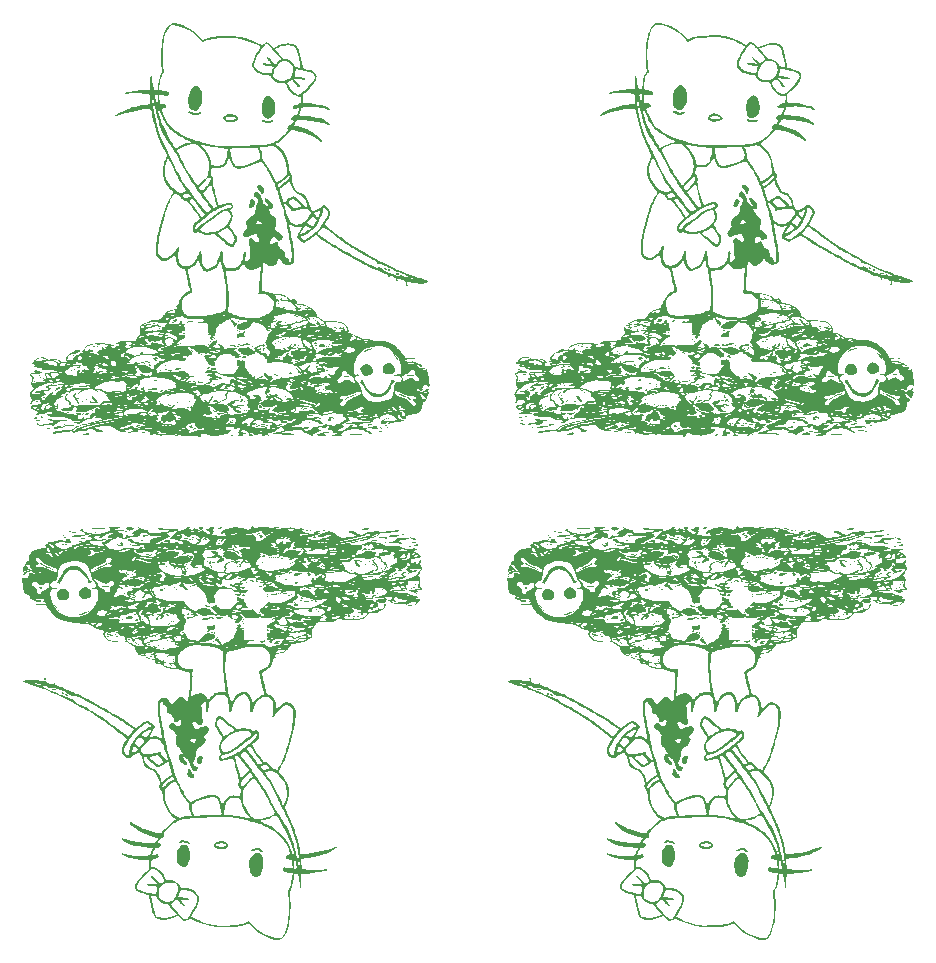
<source format=gto>
G04 #@! TF.GenerationSoftware,KiCad,Pcbnew,7.0.10*
G04 #@! TF.CreationDate,2024-07-07T16:54:10-05:00*
G04 #@! TF.ProjectId,g0dzilla_vs_sao2,6730647a-696c-46c6-915f-76735f73616f,1*
G04 #@! TF.SameCoordinates,Original*
G04 #@! TF.FileFunction,Legend,Top*
G04 #@! TF.FilePolarity,Positive*
%FSLAX46Y46*%
G04 Gerber Fmt 4.6, Leading zero omitted, Abs format (unit mm)*
G04 Created by KiCad (PCBNEW 7.0.10) date 2024-07-07 16:54:10*
%MOMM*%
%LPD*%
G01*
G04 APERTURE LIST*
G04 APERTURE END LIST*
G36*
X132953587Y-113702215D02*
G01*
X132946803Y-113752150D01*
X132941227Y-113781719D01*
X132953959Y-113802584D01*
X132996561Y-113815797D01*
X133080590Y-113822412D01*
X133217607Y-113823484D01*
X133419172Y-113820065D01*
X133634259Y-113814815D01*
X133918049Y-113809342D01*
X134125616Y-113809798D01*
X134265935Y-113816593D01*
X134347982Y-113830134D01*
X134379600Y-113848713D01*
X134418852Y-113876248D01*
X134498991Y-113875987D01*
X134631684Y-113850081D01*
X134794042Y-113820777D01*
X134951561Y-113805092D01*
X135008383Y-113804237D01*
X135165210Y-113809147D01*
X135015799Y-113838630D01*
X134887706Y-113874486D01*
X134783840Y-113920559D01*
X134781009Y-113922322D01*
X134695631Y-113976531D01*
X134781009Y-113947543D01*
X134817441Y-113941625D01*
X135200785Y-113941625D01*
X135206645Y-113967004D01*
X135229244Y-113970084D01*
X135264382Y-113954465D01*
X135257703Y-113941625D01*
X135207041Y-113936516D01*
X135200785Y-113941625D01*
X134817441Y-113941625D01*
X134854212Y-113935652D01*
X134993928Y-113923681D01*
X135181299Y-113912895D01*
X135397470Y-113904559D01*
X135439084Y-113903388D01*
X135708786Y-113892474D01*
X135901385Y-113876228D01*
X136013804Y-113854980D01*
X136042439Y-113838615D01*
X136085460Y-113821342D01*
X136182044Y-113834328D01*
X136342435Y-113879382D01*
X136424838Y-113906151D01*
X136629887Y-113968468D01*
X136789223Y-113999917D01*
X136934601Y-114005518D01*
X137016777Y-113999731D01*
X137142683Y-113988624D01*
X137190270Y-113988952D01*
X137165987Y-114001984D01*
X137112424Y-114018543D01*
X137025550Y-114055510D01*
X137001501Y-114091812D01*
X137005702Y-114097779D01*
X137085571Y-114146301D01*
X137222854Y-114203601D01*
X137391324Y-114261299D01*
X137564758Y-114311013D01*
X137716933Y-114344365D01*
X137806343Y-114353632D01*
X137957979Y-114340294D01*
X138053844Y-114305286D01*
X138081369Y-114254169D01*
X138073707Y-114235344D01*
X138098168Y-114207216D01*
X138191693Y-114174858D01*
X138338301Y-114141561D01*
X138522010Y-114110616D01*
X138726838Y-114085314D01*
X138857815Y-114073875D01*
X139092605Y-114056903D01*
X138836471Y-114117189D01*
X138679605Y-114157017D01*
X138541794Y-114196961D01*
X138473614Y-114220486D01*
X138366891Y-114263496D01*
X138484286Y-114266202D01*
X138577110Y-114284979D01*
X138596797Y-114324350D01*
X138538490Y-114367707D01*
X138516303Y-114375631D01*
X138447312Y-114413956D01*
X138430925Y-114442541D01*
X138393364Y-114468763D01*
X138300904Y-114481975D01*
X138280142Y-114482353D01*
X138137290Y-114500656D01*
X137987183Y-114545418D01*
X137970646Y-114552386D01*
X137815273Y-114607470D01*
X137652235Y-114646661D01*
X137641177Y-114648436D01*
X137525682Y-114676116D01*
X137492953Y-114709532D01*
X137540765Y-114746298D01*
X137666892Y-114784026D01*
X137789871Y-114807943D01*
X137949440Y-114839315D01*
X138084484Y-114873778D01*
X138160129Y-114901398D01*
X138242108Y-114918242D01*
X138357170Y-114913034D01*
X138475390Y-114891213D01*
X138566843Y-114858219D01*
X138595376Y-114827846D01*
X139113950Y-114827846D01*
X139150423Y-114849826D01*
X139238438Y-114856431D01*
X139345886Y-114849382D01*
X139440660Y-114830400D01*
X139485634Y-114807924D01*
X139463936Y-114792404D01*
X139378798Y-114782753D01*
X139313166Y-114781177D01*
X139190177Y-114790296D01*
X139121452Y-114814286D01*
X139113950Y-114827846D01*
X138595376Y-114827846D01*
X138601681Y-114821135D01*
X138639488Y-114793040D01*
X138739514Y-114750583D01*
X138881666Y-114702081D01*
X138911177Y-114693049D01*
X139100415Y-114634479D01*
X139291599Y-114572623D01*
X139434118Y-114524081D01*
X139554171Y-114479321D01*
X139603146Y-114451052D01*
X139590954Y-114428745D01*
X139543413Y-114407958D01*
X139412722Y-114394362D01*
X139329968Y-114424791D01*
X139218370Y-114467949D01*
X139135294Y-114482481D01*
X139049375Y-114500932D01*
X138922938Y-114547422D01*
X138841229Y-114584193D01*
X138684242Y-114642178D01*
X138552961Y-114659201D01*
X138459087Y-114640946D01*
X138414317Y-114593092D01*
X138430351Y-114521321D01*
X138518889Y-114431314D01*
X138521844Y-114429095D01*
X138667890Y-114363374D01*
X138892642Y-114324733D01*
X138922219Y-114322152D01*
X139071121Y-114309029D01*
X139145227Y-114297006D01*
X139154921Y-114281401D01*
X139110590Y-114257537D01*
X139087434Y-114247702D01*
X139019937Y-114217392D01*
X139008966Y-114198552D01*
X139064000Y-114183303D01*
X139187172Y-114164808D01*
X139329490Y-114152172D01*
X139448816Y-114166232D01*
X139585086Y-114213839D01*
X139656752Y-114245383D01*
X139793220Y-114308794D01*
X139900500Y-114361251D01*
X139949510Y-114387924D01*
X140008278Y-114427034D01*
X140112224Y-114496307D01*
X140203330Y-114557059D01*
X140296362Y-114616267D01*
X140379779Y-114657037D01*
X140469261Y-114680328D01*
X140580489Y-114687098D01*
X140729146Y-114678305D01*
X140930913Y-114654907D01*
X141200626Y-114617980D01*
X141729150Y-114543778D01*
X141555003Y-114428533D01*
X141419294Y-114356136D01*
X141283526Y-114310088D01*
X141239924Y-114303308D01*
X141124658Y-114280423D01*
X141043372Y-114239192D01*
X141042656Y-114238504D01*
X141016429Y-114194471D01*
X141056704Y-114158796D01*
X141104774Y-114138642D01*
X141242497Y-114113913D01*
X141397482Y-114125332D01*
X141536093Y-114166857D01*
X141624379Y-114231994D01*
X141751793Y-114345765D01*
X141923100Y-114410414D01*
X142110877Y-114423519D01*
X142287700Y-114382656D01*
X142411098Y-114301508D01*
X142472135Y-114254750D01*
X142555018Y-114226133D01*
X142681835Y-114210705D01*
X142845584Y-114204150D01*
X143061245Y-114189583D01*
X143247081Y-114159271D01*
X143352377Y-114127321D01*
X143458635Y-114086556D01*
X143521998Y-114084065D01*
X143576865Y-114121856D01*
X143597074Y-114141612D01*
X143688068Y-114199630D01*
X143776966Y-114189905D01*
X143885777Y-114168220D01*
X144021171Y-114161990D01*
X144033866Y-114162454D01*
X144136698Y-114160183D01*
X144191281Y-114145370D01*
X144193950Y-114140096D01*
X144230847Y-114118426D01*
X144311345Y-114110061D01*
X144435575Y-114102479D01*
X144578659Y-114084520D01*
X144588824Y-114082852D01*
X144706614Y-114074454D01*
X144748742Y-114101895D01*
X144748908Y-114105030D01*
X144773689Y-114119847D01*
X144826975Y-114083423D01*
X144901417Y-114028074D01*
X144947059Y-114014705D01*
X144945442Y-114047844D01*
X144941009Y-114055463D01*
X144941783Y-114094913D01*
X144955267Y-114098152D01*
X145005236Y-114064438D01*
X145017865Y-114040931D01*
X145077573Y-114001588D01*
X145179820Y-114004258D01*
X145319817Y-114024805D01*
X145201469Y-114126603D01*
X145049253Y-114210323D01*
X144948032Y-114222116D01*
X144833124Y-114224509D01*
X144672726Y-114237124D01*
X144535462Y-114252934D01*
X144333814Y-114273385D01*
X144107190Y-114286907D01*
X143964506Y-114290145D01*
X143805216Y-114293149D01*
X143701403Y-114308772D01*
X143623204Y-114347153D01*
X143540754Y-114418428D01*
X143516271Y-114442286D01*
X143441111Y-114507898D01*
X143352713Y-114564240D01*
X143234942Y-114618421D01*
X143071662Y-114677548D01*
X142846740Y-114748732D01*
X142763866Y-114773790D01*
X142489375Y-114852084D01*
X142184640Y-114932337D01*
X141886898Y-115005091D01*
X141634904Y-115060579D01*
X141432400Y-115102816D01*
X141261782Y-115140922D01*
X141139703Y-115170994D01*
X141082817Y-115189133D01*
X141081182Y-115190303D01*
X141077899Y-115229203D01*
X141145092Y-115259037D01*
X141268309Y-115279522D01*
X141433101Y-115290375D01*
X141625017Y-115291311D01*
X141829607Y-115282046D01*
X142032421Y-115262297D01*
X142219009Y-115231780D01*
X142295010Y-115214152D01*
X142473635Y-115157628D01*
X142647486Y-115085431D01*
X142798029Y-115007340D01*
X142906734Y-114933136D01*
X142955069Y-114872598D01*
X142955967Y-114865341D01*
X142992772Y-114838171D01*
X143081558Y-114832087D01*
X143084034Y-114832268D01*
X143174044Y-114848885D01*
X143212094Y-114875287D01*
X143212101Y-114875635D01*
X143249385Y-114898753D01*
X143339873Y-114909194D01*
X143347283Y-114909244D01*
X143433522Y-114919813D01*
X143446455Y-114943002D01*
X143394288Y-114966030D01*
X143304449Y-114975944D01*
X143179322Y-114981914D01*
X143041345Y-114992321D01*
X142960173Y-115001293D01*
X142946450Y-115010725D01*
X143006252Y-115025451D01*
X143105378Y-115043296D01*
X143286096Y-115072129D01*
X143481289Y-115099403D01*
X143539677Y-115106641D01*
X143676415Y-115130363D01*
X143736736Y-115161941D01*
X143739078Y-115188624D01*
X143747210Y-115227133D01*
X143802678Y-115222286D01*
X143899063Y-115232144D01*
X144010194Y-115290585D01*
X144077626Y-115333428D01*
X144151971Y-115358670D01*
X144254971Y-115369360D01*
X144408373Y-115368543D01*
X144532873Y-115363832D01*
X144806400Y-115361894D01*
X145065646Y-115378171D01*
X145293220Y-115410166D01*
X145471733Y-115455383D01*
X145583797Y-115511326D01*
X145588474Y-115515371D01*
X145698934Y-115574741D01*
X145867142Y-115618959D01*
X146066248Y-115644390D01*
X146269401Y-115647402D01*
X146428252Y-115629016D01*
X146583964Y-115606191D01*
X146700141Y-115615159D01*
X146799178Y-115649960D01*
X146947395Y-115715630D01*
X146755294Y-115693191D01*
X146641175Y-115685117D01*
X146607853Y-115697376D01*
X146622195Y-115712221D01*
X146652144Y-115748630D01*
X146606401Y-115777190D01*
X146590179Y-115782580D01*
X146512849Y-115819901D01*
X146517440Y-115858385D01*
X146605246Y-115900038D01*
X146680589Y-115922633D01*
X146832823Y-115986149D01*
X146978088Y-116080404D01*
X147002630Y-116101548D01*
X147088412Y-116189802D01*
X147116340Y-116253055D01*
X147097528Y-116316635D01*
X147097253Y-116317151D01*
X147020345Y-116385819D01*
X146913950Y-116401342D01*
X146745274Y-116404024D01*
X146635853Y-116420778D01*
X146560029Y-116456779D01*
X146532767Y-116478243D01*
X146449598Y-116519350D01*
X146397148Y-116517799D01*
X146317466Y-116514543D01*
X146281886Y-116569897D01*
X146295661Y-116666447D01*
X146330650Y-116738305D01*
X146394580Y-116828265D01*
X146459610Y-116859143D01*
X146564333Y-116848560D01*
X146569857Y-116847530D01*
X146671444Y-116835464D01*
X146700745Y-116852847D01*
X146694913Y-116867033D01*
X146680167Y-116912648D01*
X146718592Y-116907198D01*
X146799090Y-116855822D01*
X146902401Y-116770959D01*
X146990925Y-116679026D01*
X147035750Y-116605128D01*
X147035703Y-116578858D01*
X147044180Y-116540800D01*
X147097164Y-116531429D01*
X147161489Y-116545699D01*
X147164561Y-116604439D01*
X147157967Y-116627479D01*
X147107892Y-116743732D01*
X147071763Y-116804806D01*
X147043791Y-116864497D01*
X147052738Y-116932664D01*
X147103984Y-117036508D01*
X147124659Y-117072296D01*
X147191877Y-117211099D01*
X147207998Y-117330703D01*
X147169445Y-117454682D01*
X147072645Y-117606613D01*
X147036257Y-117655226D01*
X146890306Y-117846432D01*
X146993556Y-117943430D01*
X147073946Y-118070623D01*
X147096954Y-118250400D01*
X147063026Y-118487909D01*
X147046484Y-118553985D01*
X147019289Y-118675354D01*
X147026078Y-118755498D01*
X147074769Y-118834496D01*
X147110518Y-118878041D01*
X147185559Y-118971105D01*
X147217433Y-119033870D01*
X147197076Y-119075423D01*
X147115425Y-119104851D01*
X146963417Y-119131240D01*
X146840673Y-119148563D01*
X146733950Y-119163344D01*
X146840673Y-119210731D01*
X146947395Y-119258118D01*
X146830000Y-119260824D01*
X146750980Y-119278044D01*
X146711200Y-119311732D01*
X146724590Y-119341430D01*
X146770023Y-119348908D01*
X146839685Y-119378168D01*
X146904706Y-119434286D01*
X146946652Y-119495436D01*
X146937894Y-119519664D01*
X146876353Y-119490174D01*
X146840673Y-119455631D01*
X146770571Y-119401514D01*
X146733602Y-119391597D01*
X146659943Y-119372989D01*
X146558126Y-119328204D01*
X146557401Y-119327826D01*
X146442617Y-119281922D01*
X146347235Y-119263793D01*
X146241224Y-119238606D01*
X146189720Y-119210635D01*
X146517675Y-119210635D01*
X146559636Y-119217471D01*
X146615005Y-119209622D01*
X146615666Y-119195049D01*
X146558531Y-119184859D01*
X146533845Y-119191679D01*
X146517675Y-119210635D01*
X146189720Y-119210635D01*
X146179171Y-119204906D01*
X146123749Y-119158944D01*
X146138919Y-119135687D01*
X146181684Y-119121783D01*
X146258403Y-119108560D01*
X146397375Y-119092953D01*
X146575609Y-119077345D01*
X146691261Y-119069007D01*
X146872317Y-119055841D01*
X147018375Y-119043005D01*
X147110577Y-119032283D01*
X147132791Y-119027211D01*
X147109230Y-119001248D01*
X147032389Y-118954446D01*
X147011936Y-118943624D01*
X146916228Y-118875123D01*
X146901447Y-118808438D01*
X146901983Y-118806998D01*
X146899589Y-118719636D01*
X146878871Y-118681817D01*
X146854724Y-118631652D01*
X146875258Y-118623194D01*
X146921833Y-118587683D01*
X146944519Y-118537816D01*
X146977536Y-118421677D01*
X146994334Y-118362734D01*
X147002512Y-118301550D01*
X146962689Y-118287831D01*
X146898283Y-118298734D01*
X146772271Y-118320614D01*
X146624216Y-118340282D01*
X146605883Y-118342265D01*
X146472493Y-118356262D01*
X146295469Y-118374928D01*
X146136303Y-118391767D01*
X145837479Y-118423440D01*
X146008236Y-118477347D01*
X146094872Y-118509971D01*
X146118929Y-118530925D01*
X146104286Y-118534535D01*
X146046082Y-118557782D01*
X146029041Y-118598486D01*
X146065337Y-118622940D01*
X146072269Y-118623194D01*
X146113218Y-118656087D01*
X146114958Y-118669013D01*
X146081316Y-118699881D01*
X146040252Y-118698494D01*
X145982328Y-118661321D01*
X145976219Y-118631331D01*
X145952207Y-118586751D01*
X145922857Y-118580505D01*
X145875429Y-118615586D01*
X145860994Y-118703665D01*
X145879553Y-118818992D01*
X145922857Y-118922017D01*
X145967658Y-119008315D01*
X145985378Y-119056581D01*
X145946999Y-119098293D01*
X145834377Y-119133448D01*
X145658514Y-119160197D01*
X145430418Y-119176690D01*
X145244134Y-119181152D01*
X145033706Y-119185360D01*
X144899550Y-119194621D01*
X144845011Y-119208595D01*
X144855631Y-119220841D01*
X144941009Y-119257529D01*
X144855631Y-119265550D01*
X144819153Y-119275419D01*
X144854076Y-119289464D01*
X144946624Y-119305984D01*
X145083021Y-119323277D01*
X145249491Y-119339643D01*
X145432261Y-119353379D01*
X145617553Y-119362783D01*
X145652225Y-119363950D01*
X145878900Y-119374516D01*
X146033569Y-119391254D01*
X146129502Y-119416195D01*
X146173134Y-119443674D01*
X146214845Y-119505885D01*
X146212533Y-119535927D01*
X146234307Y-119551344D01*
X146319384Y-119560866D01*
X146382803Y-119562353D01*
X146505887Y-119571118D01*
X146589860Y-119593275D01*
X146606582Y-119606175D01*
X146667698Y-119643660D01*
X146683808Y-119643806D01*
X146801935Y-119642523D01*
X146872986Y-119668004D01*
X146883362Y-119689607D01*
X146846595Y-119734796D01*
X146757166Y-119760021D01*
X146646376Y-119760777D01*
X146554529Y-119736929D01*
X146468500Y-119707674D01*
X146423689Y-119708972D01*
X146434760Y-119740450D01*
X146508985Y-119775212D01*
X146624681Y-119806951D01*
X146760165Y-119829364D01*
X146861432Y-119836255D01*
X146995691Y-119845354D01*
X147065152Y-119871416D01*
X147088680Y-119914538D01*
X147072371Y-119978079D01*
X147035904Y-119989244D01*
X146977170Y-120014729D01*
X146968740Y-120038592D01*
X146940317Y-120094398D01*
X146867523Y-120183641D01*
X146808132Y-120245376D01*
X146700845Y-120338930D01*
X146596939Y-120392737D01*
X146459608Y-120423071D01*
X146384830Y-120432531D01*
X146153884Y-120446069D01*
X145971289Y-120423096D01*
X145805940Y-120358345D01*
X145745349Y-120324214D01*
X145646892Y-120275911D01*
X145551786Y-120264681D01*
X145419207Y-120286153D01*
X145409660Y-120288276D01*
X145243485Y-120307094D01*
X145059623Y-120299124D01*
X144877634Y-120269124D01*
X144818568Y-120251733D01*
X145773446Y-120251733D01*
X145812400Y-120297069D01*
X145915049Y-120332787D01*
X146060068Y-120357117D01*
X146226136Y-120368289D01*
X146391931Y-120364535D01*
X146536128Y-120344085D01*
X146608183Y-120320997D01*
X146700606Y-120257061D01*
X146740732Y-120210324D01*
X146756745Y-120170929D01*
X146731795Y-120149305D01*
X146650317Y-120140281D01*
X146524986Y-120138656D01*
X146378792Y-120146301D01*
X146267257Y-120166195D01*
X146221681Y-120188025D01*
X146155992Y-120230912D01*
X146061047Y-120261694D01*
X145968227Y-120274419D01*
X145908912Y-120263132D01*
X145901513Y-120248770D01*
X145934778Y-120205317D01*
X145951317Y-120202690D01*
X145985187Y-120190306D01*
X145981469Y-120183038D01*
X145926766Y-120175171D01*
X145846343Y-120196343D01*
X145784080Y-120232064D01*
X145773446Y-120251733D01*
X144818568Y-120251733D01*
X144717075Y-120221850D01*
X144597504Y-120162060D01*
X144538481Y-120094510D01*
X144537083Y-120085773D01*
X144673451Y-120085773D01*
X144683193Y-120114591D01*
X144750839Y-120162401D01*
X144875245Y-120204315D01*
X145027820Y-120232393D01*
X145133110Y-120239532D01*
X145282521Y-120241385D01*
X145110594Y-120174230D01*
X146043810Y-120174230D01*
X146049670Y-120199609D01*
X146072269Y-120202690D01*
X146107407Y-120187070D01*
X146100729Y-120174230D01*
X146050067Y-120169121D01*
X146043810Y-120174230D01*
X145110594Y-120174230D01*
X145075008Y-120160330D01*
X144938206Y-120099065D01*
X144824841Y-120034887D01*
X144787747Y-120007104D01*
X144726300Y-119959828D01*
X144695246Y-119973153D01*
X144681981Y-120002734D01*
X144673451Y-120085773D01*
X144537083Y-120085773D01*
X144535462Y-120075649D01*
X144498070Y-120061782D01*
X144405425Y-120058144D01*
X144286821Y-120063098D01*
X144171556Y-120075005D01*
X144088924Y-120092228D01*
X144069702Y-120101686D01*
X144081277Y-120140117D01*
X144125979Y-120198339D01*
X144175282Y-120288773D01*
X144160635Y-120358684D01*
X144113395Y-120453099D01*
X144056746Y-120565547D01*
X143959662Y-120681221D01*
X143794849Y-120791326D01*
X143766759Y-120805779D01*
X143638036Y-120877645D01*
X143540669Y-120946183D01*
X143504444Y-120984190D01*
X143440014Y-121029262D01*
X143321771Y-121064899D01*
X143181123Y-121086750D01*
X143049481Y-121090464D01*
X142958254Y-121071690D01*
X142944212Y-121061792D01*
X142867891Y-121021667D01*
X142779159Y-121016489D01*
X142713458Y-121044150D01*
X142699832Y-121076330D01*
X142663855Y-121172850D01*
X142568413Y-121286638D01*
X142432238Y-121400695D01*
X142274065Y-121498020D01*
X142195660Y-121533868D01*
X142099550Y-121569583D01*
X142005879Y-121595411D01*
X141898499Y-121612946D01*
X141761260Y-121623784D01*
X141578014Y-121629518D01*
X141332612Y-121631744D01*
X141201590Y-121632022D01*
X140902907Y-121630402D01*
X140680496Y-121624459D01*
X140525330Y-121613588D01*
X140428383Y-121597185D01*
X140383486Y-121577223D01*
X140292038Y-121539616D01*
X140199987Y-121534534D01*
X140107493Y-121526798D01*
X140064702Y-121494034D01*
X140081227Y-121462829D01*
X140626916Y-121462829D01*
X140695150Y-121516209D01*
X140739300Y-121531290D01*
X140876798Y-121554790D01*
X141044658Y-121563321D01*
X141210303Y-121557369D01*
X141341157Y-121537422D01*
X141384706Y-121521643D01*
X141463288Y-121496579D01*
X141505753Y-121528016D01*
X141557797Y-121558279D01*
X141669370Y-121563066D01*
X141780952Y-121553025D01*
X142043870Y-121503760D01*
X142254861Y-121418289D01*
X142433026Y-121293935D01*
X142540192Y-121183251D01*
X142569728Y-121099639D01*
X142521766Y-121046370D01*
X142422213Y-121027492D01*
X142316957Y-121032212D01*
X142265530Y-121071689D01*
X142247020Y-121123543D01*
X142208096Y-121202170D01*
X142166158Y-121227227D01*
X142107621Y-121192309D01*
X142072174Y-121118612D01*
X142078448Y-121060343D01*
X142056393Y-121043958D01*
X141976624Y-121047018D01*
X141971863Y-121047696D01*
X141877135Y-121048208D01*
X141846183Y-121008018D01*
X141846051Y-121003343D01*
X141883202Y-120954455D01*
X141963446Y-120945136D01*
X142058962Y-120931541D01*
X142086518Y-120893218D01*
X142081585Y-120887055D01*
X142230252Y-120887055D01*
X142264849Y-120923746D01*
X142294286Y-120928404D01*
X142351242Y-120919270D01*
X142358320Y-120911627D01*
X142324939Y-120884100D01*
X142294286Y-120870277D01*
X142239317Y-120869390D01*
X142230252Y-120887055D01*
X142081585Y-120887055D01*
X142051388Y-120849332D01*
X141958844Y-120819048D01*
X141927884Y-120815881D01*
X141802108Y-120795893D01*
X141639528Y-120754723D01*
X141525355Y-120718379D01*
X141369545Y-120668886D01*
X141279426Y-120651587D01*
X141259086Y-120665761D01*
X141312610Y-120710689D01*
X141370419Y-120745642D01*
X141476473Y-120831394D01*
X141502604Y-120916458D01*
X141454105Y-120994913D01*
X141336272Y-121060839D01*
X141154397Y-121108315D01*
X141031947Y-121124148D01*
X140859540Y-121142945D01*
X140764117Y-121162718D01*
X140737338Y-121187422D01*
X140770859Y-121221009D01*
X140795977Y-121235978D01*
X140841710Y-121269122D01*
X140826041Y-121297711D01*
X140739600Y-121338557D01*
X140738537Y-121339004D01*
X140641366Y-121400644D01*
X140626916Y-121462829D01*
X140081227Y-121462829D01*
X140085273Y-121455188D01*
X140184596Y-121438137D01*
X140209636Y-121437303D01*
X140299470Y-121430554D01*
X140327943Y-121417694D01*
X140319916Y-121412401D01*
X140270316Y-121357301D01*
X140266555Y-121335369D01*
X140230268Y-121285313D01*
X140170505Y-121262167D01*
X140085594Y-121262648D01*
X139998297Y-121284916D01*
X139932522Y-121318323D01*
X139912176Y-121352222D01*
X139931894Y-121368438D01*
X139929706Y-121382502D01*
X139859316Y-121392348D01*
X139803080Y-121394613D01*
X139687714Y-121402337D01*
X139640534Y-121424872D01*
X139642996Y-121465509D01*
X139666623Y-121554086D01*
X139669562Y-121582904D01*
X139681900Y-121608796D01*
X139701578Y-121586027D01*
X139762423Y-121559642D01*
X139874189Y-121556831D01*
X139897687Y-121559225D01*
X140062433Y-121579169D01*
X139854998Y-121701294D01*
X139763684Y-121752374D01*
X139681982Y-121786843D01*
X139590023Y-121808007D01*
X139467939Y-121819173D01*
X139295862Y-121823646D01*
X139113950Y-121824616D01*
X138825418Y-121826384D01*
X138609437Y-121832709D01*
X138453187Y-121847339D01*
X138343843Y-121874022D01*
X138268585Y-121916507D01*
X138214589Y-121978541D01*
X138169033Y-122063872D01*
X138149829Y-122106436D01*
X138078952Y-122239862D01*
X138002630Y-122343360D01*
X137957477Y-122381902D01*
X137907841Y-122416288D01*
X137883674Y-122466408D01*
X137880346Y-122555321D01*
X137892948Y-122703353D01*
X137908146Y-122878378D01*
X137904551Y-123005886D01*
X137871106Y-123101769D01*
X137796753Y-123181914D01*
X137670435Y-123262213D01*
X137481095Y-123358555D01*
X137414446Y-123390974D01*
X137205611Y-123489587D01*
X137046847Y-123555424D01*
X136913005Y-123596100D01*
X136778936Y-123619232D01*
X136619493Y-123632438D01*
X136616639Y-123632608D01*
X136402720Y-123648858D01*
X136257908Y-123671224D01*
X136165932Y-123705264D01*
X136110523Y-123756539D01*
X136080812Y-123815739D01*
X136028667Y-123892498D01*
X135977359Y-123916639D01*
X135921951Y-123951604D01*
X135911500Y-123991345D01*
X135876955Y-124065139D01*
X135788168Y-124162375D01*
X135665680Y-124265294D01*
X135530027Y-124356140D01*
X135432568Y-124405434D01*
X135313722Y-124445421D01*
X135151676Y-124488345D01*
X135026471Y-124515762D01*
X134862321Y-124556973D01*
X134777878Y-124603383D01*
X134767470Y-124660291D01*
X134809813Y-124718116D01*
X134826942Y-124765503D01*
X134787105Y-124832940D01*
X134722995Y-124899157D01*
X134645183Y-124985658D01*
X134608300Y-125051541D01*
X134609233Y-125067595D01*
X134601405Y-125121773D01*
X134558282Y-125227611D01*
X134490366Y-125364708D01*
X134408155Y-125512666D01*
X134322150Y-125651086D01*
X134272412Y-125721987D01*
X134187434Y-125801690D01*
X134053482Y-125892211D01*
X133913541Y-125967016D01*
X133765595Y-126041872D01*
X133685887Y-126099392D01*
X133661826Y-126149733D01*
X133664362Y-126168055D01*
X133691202Y-126272430D01*
X133732275Y-126440168D01*
X133782861Y-126651385D01*
X133838243Y-126886195D01*
X133893699Y-127124714D01*
X133944511Y-127347058D01*
X133950691Y-127374454D01*
X133991869Y-127556219D01*
X134027366Y-127710857D01*
X134052119Y-127816411D01*
X134059393Y-127845872D01*
X134108127Y-127895880D01*
X134210737Y-127945107D01*
X134263879Y-127961783D01*
X134427977Y-128032551D01*
X134581512Y-128161852D01*
X134621252Y-128205271D01*
X134702458Y-128302909D01*
X134756771Y-128390161D01*
X134793517Y-128491711D01*
X134822022Y-128632249D01*
X134847039Y-128803010D01*
X134902547Y-129207302D01*
X135087452Y-129036862D01*
X135305940Y-128854609D01*
X135513165Y-128717851D01*
X135695087Y-128634770D01*
X135815605Y-128612437D01*
X135996338Y-128645715D01*
X136182128Y-128732398D01*
X136334665Y-128852763D01*
X136373409Y-128899622D01*
X136455542Y-129046857D01*
X136506362Y-129222353D01*
X136529257Y-129444303D01*
X136527703Y-129728557D01*
X136515480Y-129970913D01*
X136496935Y-130191093D01*
X136469005Y-130405464D01*
X136428624Y-130630395D01*
X136372730Y-130882253D01*
X136298259Y-131177407D01*
X136202146Y-131532226D01*
X136165295Y-131664706D01*
X136081868Y-131967364D01*
X136021573Y-132195825D01*
X135982495Y-132357514D01*
X135967064Y-132433110D01*
X135940639Y-132538713D01*
X135912059Y-132603866D01*
X135884024Y-132665360D01*
X135843688Y-132782003D01*
X135807291Y-132902690D01*
X135718375Y-133166987D01*
X135594239Y-133469026D01*
X135449140Y-133776971D01*
X135297337Y-134058982D01*
X135265281Y-134113019D01*
X135185054Y-134254101D01*
X135126588Y-134373145D01*
X135101419Y-134446433D01*
X135101177Y-134450436D01*
X135131646Y-134514141D01*
X135209628Y-134604893D01*
X135272234Y-134663103D01*
X135400041Y-134793711D01*
X135520191Y-134949939D01*
X135556936Y-135008710D01*
X135631758Y-135134559D01*
X135697558Y-135236363D01*
X135723725Y-135271933D01*
X135764607Y-135344572D01*
X135818118Y-135469946D01*
X135865914Y-135601427D01*
X135947218Y-135976362D01*
X135949966Y-136376869D01*
X135874372Y-136795593D01*
X135826117Y-136955077D01*
X135763433Y-137130094D01*
X135702791Y-137279052D01*
X135653607Y-137379611D01*
X135636774Y-137404195D01*
X135608882Y-137448775D01*
X135608848Y-137506857D01*
X135641108Y-137598698D01*
X135710093Y-137744554D01*
X135712185Y-137748782D01*
X135806252Y-137943075D01*
X135907459Y-138158596D01*
X135973251Y-138302858D01*
X136052669Y-138478850D01*
X136149406Y-138691020D01*
X136244669Y-138898178D01*
X136259837Y-138930952D01*
X136335831Y-139102884D01*
X136398334Y-139258918D01*
X136437309Y-139373437D01*
X136443826Y-139400532D01*
X136464892Y-139488798D01*
X136505435Y-139636549D01*
X136559265Y-139821842D01*
X136609802Y-139989076D01*
X136704446Y-140303387D01*
X136774746Y-140554142D01*
X136824848Y-140758274D01*
X136858896Y-140932711D01*
X136881034Y-141094384D01*
X136881534Y-141098992D01*
X136906164Y-141275306D01*
X136944421Y-141383002D01*
X137012697Y-141438796D01*
X137127387Y-141459404D01*
X137237414Y-141461849D01*
X137503801Y-141447290D01*
X137828886Y-141406625D01*
X138191671Y-141344372D01*
X138571155Y-141265049D01*
X138946340Y-141173176D01*
X139296227Y-141073269D01*
X139599818Y-140969849D01*
X139690252Y-140934071D01*
X139847672Y-140878912D01*
X139952656Y-140862261D01*
X139997886Y-140882293D01*
X139976047Y-140937179D01*
X139921204Y-140991724D01*
X139784714Y-141087361D01*
X139585831Y-141198572D01*
X139343867Y-141316160D01*
X139078135Y-141430930D01*
X138807946Y-141533684D01*
X138719615Y-141563881D01*
X138382466Y-141668534D01*
X138085546Y-141742898D01*
X137792511Y-141794439D01*
X137467011Y-141830623D01*
X137389503Y-141837099D01*
X137009762Y-141867395D01*
X137018554Y-142272942D01*
X137025275Y-142451160D01*
X137036083Y-142595751D01*
X137049188Y-142686453D01*
X137056783Y-142706080D01*
X137108948Y-142722678D01*
X137226896Y-142745924D01*
X137391629Y-142772392D01*
X137535086Y-142792378D01*
X137764061Y-142814324D01*
X138020026Y-142825791D01*
X138284640Y-142827373D01*
X138539565Y-142819663D01*
X138766461Y-142803255D01*
X138946988Y-142778743D01*
X139062808Y-142746718D01*
X139070952Y-142742686D01*
X139151286Y-142714278D01*
X139190802Y-142719766D01*
X139198682Y-142775803D01*
X139145890Y-142841719D01*
X139052115Y-142898558D01*
X138981808Y-142920973D01*
X138770271Y-142961335D01*
X138517188Y-143002538D01*
X138242748Y-143042036D01*
X137967140Y-143077282D01*
X137710554Y-143105730D01*
X137493180Y-143124833D01*
X137335207Y-143132046D01*
X137310336Y-143131781D01*
X137022185Y-143123892D01*
X137019013Y-143626904D01*
X137015393Y-143906690D01*
X137007508Y-144110334D01*
X136993744Y-144247030D01*
X136972491Y-144325976D01*
X136942137Y-144356364D01*
X136901070Y-144347391D01*
X136893499Y-144342979D01*
X136864525Y-144279479D01*
X136872876Y-144199965D01*
X136876262Y-144109938D01*
X136861891Y-143957090D01*
X136832145Y-143761569D01*
X136802808Y-143606975D01*
X136704376Y-143126723D01*
X136549956Y-143126723D01*
X136395535Y-143126723D01*
X136345970Y-143521597D01*
X136282995Y-143893291D01*
X136193596Y-144234662D01*
X136084489Y-144521012D01*
X136061295Y-144568718D01*
X136015057Y-144700785D01*
X136028388Y-144819180D01*
X136030304Y-144824852D01*
X136054801Y-144942575D01*
X136074214Y-145128658D01*
X136088214Y-145366218D01*
X136096470Y-145638368D01*
X136098652Y-145928226D01*
X136094430Y-146218905D01*
X136083473Y-146493520D01*
X136067290Y-146716100D01*
X136006409Y-147182219D01*
X135917309Y-147599924D01*
X135802707Y-147962663D01*
X135665318Y-148263886D01*
X135507860Y-148497041D01*
X135333049Y-148655577D01*
X135243281Y-148703452D01*
X135159440Y-148736408D01*
X135090572Y-148751735D01*
X135008607Y-148750330D01*
X134885475Y-148733088D01*
X134793722Y-148717802D01*
X134482292Y-148639615D01*
X134143636Y-148510671D01*
X133796695Y-148341976D01*
X133460412Y-148144536D01*
X133153730Y-147929359D01*
X132895590Y-147707452D01*
X132723048Y-147514581D01*
X132619405Y-147399802D01*
X132527228Y-147359368D01*
X132427789Y-147387764D01*
X132384846Y-147415003D01*
X132271277Y-147472882D01*
X132193919Y-147496032D01*
X132102633Y-147513859D01*
X131957560Y-147543134D01*
X131788486Y-147577842D01*
X131771429Y-147581375D01*
X131570092Y-147615341D01*
X131358684Y-147638866D01*
X131195126Y-147646602D01*
X131038217Y-147648857D01*
X130829981Y-147655858D01*
X130604258Y-147666347D01*
X130490605Y-147672798D01*
X129931729Y-147666397D01*
X129352942Y-147579896D01*
X128752445Y-147412884D01*
X128128437Y-147164950D01*
X127993167Y-147102053D01*
X127565998Y-146898534D01*
X127399846Y-147019015D01*
X127285363Y-147090964D01*
X127187359Y-147134042D01*
X127157095Y-147139496D01*
X127091076Y-147111829D01*
X126984904Y-147038487D01*
X126859006Y-146933960D01*
X126829464Y-146907084D01*
X126578430Y-146674671D01*
X126368123Y-146772073D01*
X126076817Y-146895952D01*
X125824315Y-146975598D01*
X125581333Y-147018291D01*
X125325378Y-147031289D01*
X125055459Y-147014636D01*
X124840317Y-146956657D01*
X124671387Y-146849001D01*
X124540102Y-146683322D01*
X124437896Y-146451270D01*
X124356202Y-146144498D01*
X124341339Y-146072269D01*
X124300101Y-145870975D01*
X124259939Y-145687076D01*
X124226424Y-145545498D01*
X124210516Y-145486908D01*
X124177570Y-145352045D01*
X124150281Y-145195214D01*
X124146608Y-145166739D01*
X124129626Y-145065235D01*
X124304898Y-145065235D01*
X124310374Y-145151478D01*
X124331240Y-145284341D01*
X124368957Y-145474623D01*
X124424985Y-145733123D01*
X124450103Y-145845781D01*
X124523239Y-146154056D01*
X124590312Y-146388840D01*
X124657169Y-146561184D01*
X124729659Y-146682142D01*
X124813633Y-146762765D01*
X124914940Y-146814105D01*
X124971898Y-146831714D01*
X125265984Y-146874688D01*
X125587361Y-146861630D01*
X125811129Y-146818882D01*
X125936143Y-146781981D01*
X126084327Y-146732057D01*
X126234085Y-146677266D01*
X126363818Y-146625767D01*
X126451931Y-146585718D01*
X126477984Y-146566987D01*
X126451032Y-146534954D01*
X126379762Y-146456666D01*
X126278547Y-146347874D01*
X126258742Y-146326782D01*
X126126180Y-146178122D01*
X125996731Y-146020417D01*
X125906557Y-145899225D01*
X125821835Y-145785286D01*
X125752877Y-145728166D01*
X125673457Y-145710343D01*
X125624202Y-145710591D01*
X125482274Y-145690265D01*
X125465763Y-145684585D01*
X125951690Y-145684585D01*
X126075414Y-145863119D01*
X126165997Y-145980685D01*
X126292924Y-146129065D01*
X126431397Y-146279476D01*
X126455955Y-146304872D01*
X126591339Y-146447735D01*
X126718011Y-146588437D01*
X126812512Y-146700772D01*
X126826200Y-146718473D01*
X126929707Y-146827788D01*
X127052717Y-146918886D01*
X127170652Y-146976811D01*
X127258935Y-146986606D01*
X127263972Y-146984866D01*
X127306337Y-146943985D01*
X127384506Y-146848008D01*
X127486294Y-146712456D01*
X127571557Y-146593083D01*
X127759366Y-146307450D01*
X127921683Y-146026692D01*
X128053240Y-145762674D01*
X128148766Y-145527263D01*
X128202994Y-145332324D01*
X128210653Y-145189723D01*
X128205341Y-145165797D01*
X128145383Y-145055540D01*
X128035968Y-144923798D01*
X127900141Y-144794174D01*
X127760947Y-144690272D01*
X127715861Y-144664436D01*
X127595618Y-144618758D01*
X127428296Y-144575525D01*
X127240233Y-144539175D01*
X127057768Y-144514148D01*
X126907240Y-144504884D01*
X126821075Y-144513617D01*
X126746647Y-144581281D01*
X126708551Y-144697953D01*
X126673400Y-144837362D01*
X126627121Y-144960167D01*
X126624423Y-144965621D01*
X126568827Y-145075611D01*
X126918279Y-145122526D01*
X127172570Y-145162682D01*
X127349185Y-145205571D01*
X127455828Y-145253916D01*
X127500200Y-145310442D01*
X127502521Y-145329130D01*
X127483797Y-145376372D01*
X127413802Y-145377904D01*
X127385126Y-145371859D01*
X127280123Y-145353291D01*
X127126832Y-145332868D01*
X126990252Y-145318184D01*
X126712773Y-145291848D01*
X126798152Y-145393907D01*
X126865482Y-145472369D01*
X126907131Y-145517311D01*
X126945076Y-145561790D01*
X127013445Y-145649276D01*
X127048008Y-145694900D01*
X127119358Y-145806844D01*
X127127297Y-145870136D01*
X127116061Y-145881565D01*
X127064199Y-145866661D01*
X126966408Y-145796172D01*
X126833429Y-145678371D01*
X126760734Y-145607926D01*
X126629478Y-145480274D01*
X126520133Y-145379013D01*
X126446913Y-145317021D01*
X126425090Y-145303866D01*
X126378754Y-145331102D01*
X126298829Y-145399164D01*
X126269553Y-145427031D01*
X126162497Y-145525040D01*
X126061774Y-145607158D01*
X126047624Y-145617390D01*
X125951690Y-145684585D01*
X125465763Y-145684585D01*
X125306040Y-145629640D01*
X125127307Y-145542445D01*
X124977882Y-145442408D01*
X124953088Y-145420947D01*
X124871602Y-145316854D01*
X124812014Y-145193825D01*
X124770916Y-145103611D01*
X124705331Y-145051266D01*
X124586754Y-145015564D01*
X124566730Y-145011203D01*
X124442814Y-144990164D01*
X124354896Y-144985086D01*
X124334274Y-144989418D01*
X124313351Y-145014814D01*
X124304898Y-145065235D01*
X124129626Y-145065235D01*
X124126933Y-145049139D01*
X124103540Y-144972126D01*
X124095426Y-144960294D01*
X124034393Y-144931726D01*
X123909706Y-144886744D01*
X123740049Y-144831510D01*
X123544109Y-144772183D01*
X123403184Y-144732036D01*
X123170445Y-144639631D01*
X123015816Y-144513232D01*
X122939223Y-144353144D01*
X122940236Y-144209834D01*
X123074826Y-144209834D01*
X123103423Y-144357691D01*
X123202704Y-144469086D01*
X123203299Y-144469477D01*
X123316318Y-144524160D01*
X123493322Y-144587155D01*
X123714053Y-144652882D01*
X123958258Y-144715759D01*
X124205678Y-144770206D01*
X124436059Y-144810643D01*
X124447763Y-144812339D01*
X124559363Y-144832299D01*
X124628862Y-144852163D01*
X124636306Y-144856699D01*
X124671826Y-144874339D01*
X124698680Y-144843071D01*
X124918894Y-144843071D01*
X124950994Y-145084692D01*
X124994739Y-145211448D01*
X125067512Y-145304512D01*
X125190637Y-145394188D01*
X125376187Y-145478381D01*
X125583790Y-145520148D01*
X125786430Y-145518171D01*
X125957091Y-145471134D01*
X126016867Y-145434439D01*
X126193748Y-145259234D01*
X126356938Y-145033826D01*
X126483928Y-144792670D01*
X126538440Y-144636023D01*
X126581743Y-144458108D01*
X126598996Y-144337988D01*
X126587421Y-144251312D01*
X126544241Y-144173731D01*
X126476362Y-144091902D01*
X126303032Y-143956757D01*
X126083868Y-143886420D01*
X125829299Y-143881479D01*
X125549749Y-143942521D01*
X125338598Y-144027783D01*
X125159030Y-144159136D01*
X125025228Y-144349696D01*
X124943185Y-144583122D01*
X124918894Y-144843071D01*
X124698680Y-144843071D01*
X124701506Y-144839780D01*
X124730253Y-144742034D01*
X124762172Y-144574789D01*
X124784533Y-144420717D01*
X124794677Y-144299261D01*
X124790617Y-144235089D01*
X124789686Y-144233276D01*
X124737642Y-144212630D01*
X124624894Y-144196640D01*
X124479750Y-144188899D01*
X124244117Y-144179327D01*
X124082100Y-144158335D01*
X123982347Y-144122859D01*
X123933505Y-144069833D01*
X123925068Y-144039131D01*
X123923510Y-143993108D01*
X123946903Y-143967810D01*
X124012547Y-143959118D01*
X124137741Y-143962908D01*
X124223892Y-143967941D01*
X124409335Y-143985845D01*
X124588054Y-144013938D01*
X124713098Y-144043839D01*
X124890566Y-144100690D01*
X124785917Y-143944547D01*
X124700777Y-143832016D01*
X124581431Y-143691811D01*
X124464032Y-143565125D01*
X124353330Y-143446341D01*
X124299076Y-143372389D01*
X124294115Y-143331143D01*
X124316508Y-143315095D01*
X124382292Y-143301342D01*
X124447300Y-143320303D01*
X124523392Y-143381584D01*
X124622424Y-143494788D01*
X124756254Y-143669521D01*
X124759567Y-143673980D01*
X125011437Y-144012998D01*
X125211097Y-143882418D01*
X125321092Y-143800798D01*
X125393609Y-143728429D01*
X125410757Y-143693714D01*
X125386249Y-143599801D01*
X125321228Y-143462150D01*
X125228446Y-143303747D01*
X125120653Y-143147581D01*
X125076673Y-143091480D01*
X124943925Y-142959618D01*
X124782490Y-142839170D01*
X124712638Y-142798907D01*
X124586422Y-142738628D01*
X124503583Y-142715671D01*
X124432744Y-142726109D01*
X124364701Y-142755351D01*
X124197699Y-142858087D01*
X124000163Y-143015584D01*
X123788267Y-143211136D01*
X123578186Y-143428034D01*
X123386096Y-143649573D01*
X123228170Y-143859044D01*
X123120583Y-144039742D01*
X123119944Y-144041079D01*
X123074826Y-144209834D01*
X122940236Y-144209834D01*
X122940591Y-144159672D01*
X123019845Y-143933124D01*
X123176911Y-143673803D01*
X123411712Y-143382016D01*
X123724176Y-143058067D01*
X123840156Y-142948032D01*
X124100866Y-142705307D01*
X124104452Y-142556978D01*
X124258152Y-142556978D01*
X124383000Y-142538654D01*
X124575097Y-142551181D01*
X124779160Y-142635157D01*
X124983878Y-142779885D01*
X125177942Y-142974671D01*
X125350043Y-143208817D01*
X125488870Y-143471629D01*
X125553771Y-143645870D01*
X125580629Y-143685450D01*
X125642353Y-143702170D01*
X125759628Y-143699749D01*
X125824179Y-143694484D01*
X126116667Y-143700480D01*
X126365940Y-143771969D01*
X126564931Y-143905210D01*
X126706572Y-144096459D01*
X126742959Y-144180981D01*
X126782032Y-144268298D01*
X126835193Y-144309705D01*
X126932240Y-144322526D01*
X126988156Y-144323517D01*
X127169562Y-144336629D01*
X127376897Y-144369133D01*
X127578388Y-144414437D01*
X127742260Y-144465948D01*
X127800217Y-144492002D01*
X127921235Y-144573939D01*
X128057510Y-144691647D01*
X128189969Y-144825321D01*
X128299538Y-144955158D01*
X128367141Y-145061355D01*
X128377955Y-145091822D01*
X128380491Y-145250827D01*
X128335860Y-145461293D01*
X128250170Y-145707965D01*
X128129531Y-145975586D01*
X127980050Y-146248901D01*
X127810645Y-146508721D01*
X127737461Y-146624548D01*
X127696551Y-146716038D01*
X127694312Y-146754793D01*
X127769754Y-146823490D01*
X127914605Y-146908460D01*
X128115665Y-147004408D01*
X128359736Y-147106039D01*
X128633618Y-147208056D01*
X128924112Y-147305166D01*
X129218018Y-147392071D01*
X129402185Y-147439980D01*
X129543569Y-147472781D01*
X129670032Y-147496241D01*
X129798760Y-147511337D01*
X129946937Y-147519046D01*
X130131749Y-147520346D01*
X130370383Y-147516214D01*
X130622226Y-147509341D01*
X131066130Y-147490690D01*
X131436686Y-147462028D01*
X131745530Y-147421541D01*
X132004295Y-147367414D01*
X132224619Y-147297834D01*
X132364972Y-147237633D01*
X132595658Y-147126789D01*
X132684426Y-147250538D01*
X132965866Y-147585213D01*
X133304029Y-147879584D01*
X133708953Y-148141590D01*
X134003823Y-148294074D01*
X134340138Y-148439445D01*
X134632307Y-148531307D01*
X134898533Y-148574479D01*
X135077992Y-148578350D01*
X135222681Y-148569944D01*
X135312364Y-148547546D01*
X135377410Y-148496521D01*
X135448188Y-148402235D01*
X135450552Y-148398824D01*
X135584045Y-148163420D01*
X135706329Y-147866894D01*
X135808962Y-147533456D01*
X135883505Y-147187317D01*
X135892430Y-147131259D01*
X135918483Y-146902261D01*
X135937017Y-146623489D01*
X135948055Y-146314034D01*
X135951620Y-145992988D01*
X135947736Y-145679441D01*
X135936427Y-145392484D01*
X135917717Y-145151210D01*
X135891628Y-144974709D01*
X135889748Y-144966241D01*
X135850586Y-144760994D01*
X135837872Y-144610284D01*
X135851627Y-144523169D01*
X135888652Y-144507339D01*
X135949636Y-144492286D01*
X135985693Y-144453363D01*
X136035239Y-144342514D01*
X136089609Y-144170550D01*
X136143084Y-143961076D01*
X136189947Y-143737703D01*
X136224478Y-143524037D01*
X136236113Y-143419550D01*
X136264711Y-143093385D01*
X136077818Y-143064478D01*
X135921903Y-143034831D01*
X135741699Y-142992956D01*
X135664344Y-142972516D01*
X135535080Y-142934013D01*
X135469056Y-142898409D01*
X135447200Y-142845936D01*
X135450439Y-142756824D01*
X135450898Y-142751285D01*
X135456839Y-142699832D01*
X136381849Y-142699832D01*
X136512793Y-142699832D01*
X136602972Y-142690109D01*
X136627239Y-142652691D01*
X136621947Y-142625126D01*
X136603412Y-142539977D01*
X136581091Y-142408622D01*
X136570563Y-142336975D01*
X136532356Y-142119980D01*
X136491711Y-141984200D01*
X136452504Y-141930075D01*
X136418611Y-141958041D01*
X136393908Y-142068539D01*
X136382271Y-142262005D01*
X136381849Y-142315631D01*
X136381849Y-142699832D01*
X135456839Y-142699832D01*
X135459248Y-142678973D01*
X135479399Y-142631364D01*
X135525327Y-142605663D01*
X135611010Y-142599079D01*
X135750424Y-142608817D01*
X135957547Y-142632085D01*
X136013896Y-142638779D01*
X136264935Y-142668641D01*
X136240059Y-142341956D01*
X136224936Y-142180130D01*
X136207684Y-142050819D01*
X136191650Y-141978303D01*
X136189274Y-141973351D01*
X136133965Y-141947103D01*
X136026889Y-141932086D01*
X135984456Y-141930775D01*
X135827098Y-141918693D01*
X135735961Y-141876479D01*
X135694038Y-141793035D01*
X135686492Y-141736338D01*
X135689478Y-141657866D01*
X135726794Y-141608911D01*
X135819126Y-141568691D01*
X135869580Y-141552422D01*
X135985190Y-141515159D01*
X136060339Y-141488702D01*
X136074183Y-141482446D01*
X136066862Y-141441295D01*
X136032921Y-141352233D01*
X136022535Y-141328395D01*
X135971635Y-141208933D01*
X135906776Y-141049918D01*
X135858625Y-140928236D01*
X135724558Y-140644559D01*
X135547747Y-140357782D01*
X135347112Y-140094845D01*
X135141573Y-139882688D01*
X135099022Y-139846675D01*
X134950143Y-139728687D01*
X134786642Y-139603339D01*
X134623506Y-139481590D01*
X134475720Y-139374401D01*
X134358271Y-139292731D01*
X134286145Y-139247539D01*
X134272222Y-139242017D01*
X134225172Y-139225399D01*
X134121759Y-139181505D01*
X133982932Y-139119278D01*
X133960313Y-139108898D01*
X133710227Y-138997964D01*
X133502838Y-138917796D01*
X133306141Y-138857820D01*
X133088131Y-138807462D01*
X132988353Y-138787750D01*
X132826613Y-138752586D01*
X132699290Y-138716970D01*
X132628227Y-138687263D01*
X132621389Y-138680876D01*
X132563503Y-138645753D01*
X132547648Y-138640265D01*
X133525951Y-138640265D01*
X133539782Y-138686468D01*
X133637044Y-138750794D01*
X133714271Y-138788515D01*
X133847475Y-138847037D01*
X133949996Y-138887566D01*
X133995105Y-138900505D01*
X134069561Y-138924687D01*
X134197220Y-138990692D01*
X134363291Y-139088700D01*
X134552986Y-139208897D01*
X134751515Y-139341464D01*
X134944089Y-139476586D01*
X135115917Y-139604446D01*
X135252209Y-139715228D01*
X135322658Y-139781674D01*
X135469311Y-139953234D01*
X135623862Y-140159976D01*
X135771657Y-140379626D01*
X135898040Y-140589909D01*
X135988358Y-140768549D01*
X136012519Y-140830269D01*
X136068215Y-140984487D01*
X136127232Y-141133904D01*
X136140477Y-141164982D01*
X136189776Y-141283570D01*
X136225334Y-141378896D01*
X136227981Y-141387143D01*
X136279404Y-141450535D01*
X136318410Y-141461849D01*
X136360373Y-141445774D01*
X136368516Y-141383627D01*
X136356820Y-141301765D01*
X136327948Y-141176229D01*
X136295125Y-141078706D01*
X136290852Y-141069782D01*
X136258408Y-140971774D01*
X136253782Y-140930123D01*
X136236674Y-140847208D01*
X136190430Y-140706051D01*
X136122666Y-140525475D01*
X136041000Y-140324301D01*
X135953047Y-140121349D01*
X135866426Y-139935442D01*
X135795195Y-139796975D01*
X135712311Y-139642486D01*
X135607032Y-139440084D01*
X135494253Y-139218657D01*
X135409969Y-139049916D01*
X135310561Y-138854230D01*
X135214696Y-138675048D01*
X135133717Y-138533019D01*
X135081632Y-138452269D01*
X135008012Y-138339352D01*
X134957649Y-138235915D01*
X134955031Y-138228152D01*
X134909026Y-138146273D01*
X134854236Y-138141202D01*
X134823771Y-138174672D01*
X134767089Y-138218706D01*
X134642655Y-138286298D01*
X134462804Y-138371427D01*
X134239873Y-138468067D01*
X134132759Y-138512099D01*
X133974049Y-138564160D01*
X133816804Y-138596800D01*
X133748557Y-138602335D01*
X133595544Y-138612213D01*
X133525951Y-138640265D01*
X132547648Y-138640265D01*
X132436236Y-138601701D01*
X132254640Y-138552453D01*
X132033769Y-138501746D01*
X131788674Y-138453314D01*
X131534408Y-138410892D01*
X131531726Y-138410489D01*
X131284060Y-138383250D01*
X130964036Y-138363710D01*
X130584324Y-138351864D01*
X130157598Y-138347706D01*
X129696527Y-138351231D01*
X129213784Y-138362432D01*
X128722039Y-138381305D01*
X128233965Y-138407842D01*
X128168868Y-138412023D01*
X127888684Y-138430962D01*
X127637604Y-138449068D01*
X127427966Y-138465359D01*
X127272107Y-138478852D01*
X127182365Y-138488565D01*
X127165675Y-138491929D01*
X127110408Y-138508144D01*
X127004770Y-138528919D01*
X126968908Y-138534842D01*
X126814005Y-138572089D01*
X126652697Y-138629018D01*
X126627395Y-138640127D01*
X126477852Y-138708747D01*
X126329649Y-138776818D01*
X126307227Y-138787125D01*
X126194234Y-138857473D01*
X126043274Y-138976911D01*
X125871874Y-139129645D01*
X125697559Y-139299880D01*
X125537855Y-139471821D01*
X125504509Y-139510567D01*
X125420662Y-139621600D01*
X125387004Y-139711504D01*
X125390815Y-139816876D01*
X125393028Y-139831314D01*
X125385760Y-139985170D01*
X125308585Y-140090347D01*
X125163508Y-140144187D01*
X125156089Y-140145268D01*
X125074682Y-140186845D01*
X124980325Y-140273792D01*
X124899123Y-140376925D01*
X124857179Y-140467061D01*
X124855799Y-140480977D01*
X124892646Y-140510007D01*
X124981623Y-140537172D01*
X124984895Y-140537837D01*
X125073350Y-140565067D01*
X125097576Y-140615391D01*
X125087113Y-140681912D01*
X125016626Y-140827257D01*
X124894654Y-140922335D01*
X124770601Y-140949580D01*
X124646908Y-140987402D01*
X124580274Y-141059311D01*
X124525725Y-141158598D01*
X124471179Y-141282375D01*
X124426475Y-141404265D01*
X124401455Y-141497889D01*
X124402723Y-141535272D01*
X124450825Y-141537903D01*
X124556140Y-141526187D01*
X124648641Y-141511044D01*
X124777290Y-141490293D01*
X124866222Y-141481023D01*
X124890905Y-141482944D01*
X124906639Y-141530245D01*
X124924477Y-141622187D01*
X124929049Y-141702505D01*
X124897434Y-141752965D01*
X124810279Y-141796420D01*
X124761304Y-141814851D01*
X124622755Y-141863545D01*
X124499767Y-141903536D01*
X124471597Y-141911847D01*
X124360440Y-141953941D01*
X124295779Y-142016529D01*
X124265665Y-142120895D01*
X124258153Y-142288325D01*
X124258152Y-142292120D01*
X124258152Y-142556978D01*
X124104452Y-142556978D01*
X124109222Y-142359712D01*
X124109910Y-142197354D01*
X124104354Y-142071292D01*
X124093697Y-142002933D01*
X124089828Y-141996966D01*
X124037177Y-141988235D01*
X123920646Y-141979730D01*
X123761723Y-141972865D01*
X123694685Y-141970979D01*
X123468790Y-141954840D01*
X123189534Y-141918823D01*
X122885260Y-141867838D01*
X122584309Y-141806795D01*
X122315021Y-141740601D01*
X122239287Y-141718870D01*
X122078185Y-141658630D01*
X121934853Y-141584259D01*
X121829642Y-141508337D01*
X121782905Y-141443447D01*
X121782185Y-141436288D01*
X121813138Y-141385253D01*
X121893370Y-141385245D01*
X122003943Y-141435952D01*
X122010294Y-141440053D01*
X122135598Y-141494329D01*
X122327966Y-141543661D01*
X122569142Y-141586231D01*
X122840871Y-141620222D01*
X123124896Y-141643818D01*
X123402961Y-141655202D01*
X123656811Y-141652558D01*
X123868188Y-141634067D01*
X123903137Y-141628419D01*
X124216812Y-141572685D01*
X124258949Y-141399872D01*
X124303484Y-141253871D01*
X124357986Y-141120341D01*
X124366330Y-141103882D01*
X124405022Y-141013769D01*
X124411148Y-140960703D01*
X124409835Y-140958967D01*
X124358319Y-140943763D01*
X124249689Y-140928261D01*
X124163040Y-140920212D01*
X123864068Y-140895547D01*
X123582366Y-140868472D01*
X123333218Y-140840747D01*
X123131913Y-140814134D01*
X122993736Y-140790394D01*
X122956598Y-140781229D01*
X122844250Y-140748249D01*
X122689569Y-140703576D01*
X122574009Y-140670544D01*
X122237729Y-140537359D01*
X121959065Y-140347111D01*
X121920925Y-140312174D01*
X121846907Y-140216368D01*
X121828509Y-140139393D01*
X121858084Y-140098183D01*
X121927986Y-140109674D01*
X121992269Y-140154155D01*
X122065245Y-140191501D01*
X122195637Y-140236195D01*
X122357039Y-140279352D01*
X122379832Y-140284591D01*
X122562991Y-140325919D01*
X122738286Y-140365629D01*
X122868454Y-140395278D01*
X122870757Y-140395805D01*
X123011518Y-140421848D01*
X123214438Y-140451511D01*
X123456525Y-140482239D01*
X123714781Y-140511478D01*
X123966214Y-140536672D01*
X124187827Y-140555267D01*
X124356628Y-140564708D01*
X124396894Y-140565379D01*
X124624567Y-140565379D01*
X124735330Y-140339538D01*
X124846092Y-140113698D01*
X124648172Y-140066680D01*
X124467061Y-140015881D01*
X124244690Y-139941846D01*
X124000884Y-139852451D01*
X123755467Y-139755575D01*
X123528261Y-139659095D01*
X123339091Y-139570891D01*
X123207781Y-139498839D01*
X123190925Y-139487566D01*
X122946694Y-139305374D01*
X122746478Y-139134610D01*
X122596592Y-138982202D01*
X122503354Y-138855077D01*
X122473082Y-138760164D01*
X122490124Y-138719064D01*
X122539120Y-138722826D01*
X122628568Y-138763221D01*
X122731252Y-138824820D01*
X122819955Y-138892197D01*
X122850795Y-138923516D01*
X122909007Y-138966578D01*
X123022700Y-139032579D01*
X123170127Y-139110682D01*
X123329537Y-139190051D01*
X123479182Y-139259849D01*
X123597313Y-139309238D01*
X123661350Y-139327395D01*
X123725195Y-139345530D01*
X123829794Y-139390846D01*
X123867299Y-139409381D01*
X123998340Y-139461729D01*
X124170663Y-139512138D01*
X124303162Y-139541192D01*
X124452004Y-139572408D01*
X124568615Y-139604647D01*
X124623820Y-139628666D01*
X124689258Y-139654320D01*
X124808972Y-139680118D01*
X124905339Y-139694054D01*
X125041156Y-139707530D01*
X125121199Y-139699981D01*
X125174461Y-139660571D01*
X125229937Y-139578465D01*
X125234541Y-139571019D01*
X125318782Y-139460231D01*
X125451739Y-139313941D01*
X125616396Y-139148122D01*
X125795735Y-138978745D01*
X125972739Y-138821781D01*
X126130391Y-138693201D01*
X126251673Y-138608978D01*
X126270704Y-138598535D01*
X126442083Y-138511104D01*
X126244565Y-138380273D01*
X125976005Y-138154637D01*
X125739166Y-137860030D01*
X125540593Y-137509064D01*
X125386830Y-137114350D01*
X125284421Y-136688500D01*
X125255098Y-136473536D01*
X125216493Y-136253911D01*
X125144622Y-136079275D01*
X125105241Y-136015698D01*
X125087851Y-135983559D01*
X125423707Y-135983559D01*
X125440788Y-136401173D01*
X125455250Y-136608308D01*
X125479416Y-136807610D01*
X125509053Y-136967268D01*
X125522663Y-137016537D01*
X125663877Y-137370988D01*
X125839873Y-137688975D01*
X126041368Y-137957867D01*
X126259083Y-138165029D01*
X126454801Y-138285369D01*
X126588417Y-138344848D01*
X126681055Y-138374566D01*
X126766017Y-138376938D01*
X126876606Y-138354380D01*
X126990252Y-138324202D01*
X127171511Y-138288262D01*
X127378588Y-138265202D01*
X127491849Y-138260675D01*
X127630104Y-138257877D01*
X127726529Y-138251079D01*
X127758656Y-138242764D01*
X127740577Y-138198624D01*
X127693657Y-138101768D01*
X127641261Y-137998816D01*
X127567828Y-137832279D01*
X127532348Y-137671974D01*
X127528020Y-137579982D01*
X127722425Y-137579982D01*
X127740324Y-137708139D01*
X127791011Y-137859414D01*
X127822357Y-137935452D01*
X127940142Y-138212589D01*
X128841920Y-138192077D01*
X129130202Y-138184716D01*
X129407044Y-138176179D01*
X129654696Y-138167122D01*
X129855410Y-138158206D01*
X129991435Y-138150089D01*
X130006420Y-138148873D01*
X130120243Y-138139825D01*
X130196563Y-138126598D01*
X130239029Y-138095404D01*
X130250162Y-138038227D01*
X130471567Y-138038227D01*
X130479883Y-138105296D01*
X130514531Y-138130915D01*
X130571729Y-138136348D01*
X130810402Y-138152372D01*
X131099329Y-138182360D01*
X131413337Y-138222703D01*
X131727254Y-138269793D01*
X132015907Y-138320021D01*
X132254124Y-138369780D01*
X132326387Y-138387868D01*
X132511650Y-138435856D01*
X132620827Y-138455368D01*
X132660173Y-138440486D01*
X132635946Y-138385290D01*
X132554404Y-138283863D01*
X132501367Y-138222355D01*
X132398488Y-138100739D01*
X132321839Y-138004682D01*
X132285077Y-137951448D01*
X132283698Y-137947163D01*
X132264016Y-137900659D01*
X132212471Y-137802014D01*
X132141862Y-137675481D01*
X131992337Y-137366613D01*
X131900550Y-137050961D01*
X131879339Y-136932680D01*
X131851830Y-136827700D01*
X131793550Y-136768796D01*
X131691064Y-136729907D01*
X131443547Y-136685916D01*
X131200307Y-136696519D01*
X130981077Y-136757100D01*
X130805590Y-136863041D01*
X130722701Y-136956503D01*
X130671547Y-137066308D01*
X130616034Y-137236173D01*
X130562425Y-137441442D01*
X130516985Y-137657462D01*
X130485979Y-137859576D01*
X130480947Y-137907984D01*
X130471567Y-138038227D01*
X130250162Y-138038227D01*
X130251287Y-138032451D01*
X130236986Y-137923950D01*
X130199774Y-137756111D01*
X130157660Y-137577143D01*
X130087174Y-137315613D01*
X130005710Y-137079998D01*
X129919797Y-136885329D01*
X129835961Y-136746641D01*
X129769424Y-136683018D01*
X129605744Y-136638837D01*
X129378228Y-136645391D01*
X129091312Y-136702147D01*
X128761849Y-136804165D01*
X128453034Y-136913916D01*
X128215160Y-137001489D01*
X128038557Y-137072835D01*
X127913555Y-137133902D01*
X127830483Y-137190639D01*
X127779670Y-137248996D01*
X127751446Y-137314921D01*
X127736140Y-137394364D01*
X127730598Y-137438566D01*
X127722425Y-137579982D01*
X127528020Y-137579982D01*
X127523866Y-137491701D01*
X127522035Y-137357190D01*
X127509516Y-137259911D01*
X127475770Y-137175488D01*
X127410255Y-137079547D01*
X127302433Y-136947713D01*
X127274015Y-136913884D01*
X127154216Y-136764732D01*
X127050953Y-136624211D01*
X126981107Y-136515720D01*
X126967198Y-136488572D01*
X126926330Y-136404739D01*
X126853814Y-136263775D01*
X126758948Y-136083469D01*
X126651027Y-135881609D01*
X126619401Y-135823031D01*
X126491319Y-135592789D01*
X126394312Y-135434022D01*
X126324097Y-135340498D01*
X126276389Y-135305979D01*
X126264538Y-135306575D01*
X126160854Y-135357867D01*
X126018216Y-135450040D01*
X125860111Y-135565750D01*
X125710026Y-135687649D01*
X125591450Y-135798393D01*
X125575778Y-135815235D01*
X125423707Y-135983559D01*
X125087851Y-135983559D01*
X125025504Y-135868331D01*
X124997024Y-135768837D01*
X125200325Y-135768837D01*
X125204424Y-135858575D01*
X125217245Y-135875285D01*
X125254561Y-135856703D01*
X125337913Y-135790256D01*
X125452608Y-135688087D01*
X125516989Y-135627525D01*
X125671188Y-135489037D01*
X125831707Y-135359453D01*
X125969512Y-135261879D01*
X125998652Y-135244252D01*
X126112536Y-135178804D01*
X126191363Y-135133058D01*
X126213254Y-135119962D01*
X126213663Y-135077456D01*
X126198668Y-135002333D01*
X126170247Y-134935919D01*
X126121615Y-134917049D01*
X126040581Y-134948794D01*
X125914954Y-135034229D01*
X125837647Y-135093328D01*
X125587913Y-135300041D01*
X125395896Y-135484746D01*
X125265425Y-135642619D01*
X125200325Y-135768837D01*
X124997024Y-135768837D01*
X124986878Y-135733394D01*
X124993451Y-135631876D01*
X125023148Y-135594207D01*
X125036274Y-135540107D01*
X125019339Y-135428094D01*
X124978618Y-135277514D01*
X124920385Y-135107715D01*
X124850915Y-134938043D01*
X124776481Y-134787845D01*
X124743882Y-134733080D01*
X124619869Y-134560040D01*
X124501339Y-134449798D01*
X124364981Y-134384777D01*
X124244260Y-134356371D01*
X124089019Y-134294015D01*
X123929116Y-134171531D01*
X123788082Y-134009382D01*
X123723176Y-133903248D01*
X123683042Y-133801544D01*
X123636632Y-133648523D01*
X123593779Y-133476712D01*
X123592541Y-133471110D01*
X123528005Y-133242696D01*
X123443698Y-133072100D01*
X123387594Y-132996557D01*
X123251304Y-132834290D01*
X122973490Y-132958937D01*
X122814086Y-133042442D01*
X122671481Y-133137715D01*
X122583199Y-133217254D01*
X122486906Y-133305019D01*
X122393200Y-133349324D01*
X122376955Y-133350925D01*
X122227625Y-133312520D01*
X122076851Y-133210411D01*
X121941637Y-133064252D01*
X121838992Y-132893698D01*
X121785921Y-132718406D01*
X121782185Y-132663517D01*
X121785555Y-132641820D01*
X121952941Y-132641820D01*
X121990454Y-132784728D01*
X122098431Y-132951298D01*
X122159533Y-133021429D01*
X122265297Y-133109182D01*
X122343402Y-133122713D01*
X122386033Y-133063605D01*
X122390201Y-132974701D01*
X122397727Y-132883878D01*
X122635967Y-132883878D01*
X122670296Y-132886151D01*
X122759754Y-132856822D01*
X122884048Y-132804299D01*
X123022883Y-132736992D01*
X123126535Y-132680608D01*
X123149304Y-132663713D01*
X123418545Y-132663713D01*
X123424800Y-132735136D01*
X123480642Y-132825864D01*
X123482806Y-132828906D01*
X123597064Y-132935834D01*
X123707489Y-132982523D01*
X123918960Y-133006470D01*
X124155022Y-133004996D01*
X124376923Y-132979885D01*
X124514286Y-132945379D01*
X124656087Y-132904937D01*
X124786625Y-132882779D01*
X124815957Y-132881345D01*
X124911563Y-132868957D01*
X124960044Y-132842664D01*
X125015079Y-132821083D01*
X125073120Y-132827300D01*
X125138756Y-132867985D01*
X125142599Y-132953615D01*
X125144428Y-133016360D01*
X125181734Y-133086675D01*
X125265546Y-133179691D01*
X125394877Y-133299819D01*
X125518304Y-133414165D01*
X125612487Y-133508976D01*
X125662525Y-133568946D01*
X125666867Y-133579272D01*
X125638041Y-133625334D01*
X125562869Y-133709454D01*
X125469873Y-133801620D01*
X125283517Y-133947487D01*
X125092888Y-134043975D01*
X124914880Y-134085496D01*
X124766385Y-134066462D01*
X124728297Y-134046951D01*
X124639330Y-133979992D01*
X124518282Y-133875997D01*
X124379454Y-133748880D01*
X124237149Y-133612552D01*
X124105668Y-133480925D01*
X123999312Y-133367912D01*
X123932384Y-133287425D01*
X123923094Y-133269713D01*
X124172773Y-133269713D01*
X124202558Y-133306322D01*
X124281224Y-133383987D01*
X124392738Y-133488304D01*
X124521068Y-133604872D01*
X124650181Y-133719286D01*
X124764044Y-133817145D01*
X124846624Y-133884046D01*
X124880940Y-133905883D01*
X124928527Y-133888206D01*
X125022776Y-133843881D01*
X125063128Y-133823625D01*
X125211253Y-133738745D01*
X125285723Y-133665076D01*
X125294006Y-133587200D01*
X125243565Y-133489702D01*
X125232467Y-133473921D01*
X125068867Y-133273214D01*
X124922344Y-133152340D01*
X124789006Y-133108366D01*
X124749076Y-133109978D01*
X124616114Y-133133140D01*
X124468548Y-133166914D01*
X124329953Y-133204766D01*
X124223906Y-133240162D01*
X124173983Y-133266566D01*
X124172773Y-133269713D01*
X123923094Y-133269713D01*
X123916639Y-133257405D01*
X123880004Y-133231592D01*
X123807982Y-133222858D01*
X123738602Y-133229630D01*
X123714705Y-133266172D01*
X123724290Y-133356824D01*
X123729048Y-133382942D01*
X123805497Y-133649359D01*
X123923655Y-133876570D01*
X124073613Y-134051428D01*
X124245467Y-134160784D01*
X124334518Y-134186449D01*
X124482406Y-134230418D01*
X124619698Y-134298164D01*
X124622560Y-134300042D01*
X124706424Y-134379360D01*
X124807799Y-134508898D01*
X124912820Y-134666198D01*
X125007626Y-134828804D01*
X125078350Y-134974258D01*
X125111131Y-135080102D01*
X125111933Y-135092765D01*
X125129711Y-135200204D01*
X125162096Y-135292634D01*
X125212260Y-135402731D01*
X125364870Y-135259359D01*
X125483412Y-135153952D01*
X125632984Y-135028860D01*
X125747173Y-134937826D01*
X125868031Y-134848033D01*
X125963911Y-134784018D01*
X126013980Y-134759664D01*
X126035663Y-134753791D01*
X126047949Y-134731259D01*
X126049010Y-134684698D01*
X126037016Y-134606741D01*
X126010138Y-134490019D01*
X125966547Y-134327162D01*
X125904414Y-134110802D01*
X125821909Y-133833570D01*
X125717203Y-133488098D01*
X125616588Y-133158824D01*
X125510164Y-132815252D01*
X125421636Y-132543088D01*
X125345453Y-132331643D01*
X125276066Y-132170230D01*
X125207922Y-132048159D01*
X125135472Y-131954743D01*
X125053165Y-131879294D01*
X124955451Y-131811123D01*
X124898488Y-131776071D01*
X124725178Y-131703554D01*
X124537386Y-131693610D01*
X124313113Y-131745335D01*
X124295268Y-131751315D01*
X124127498Y-131837437D01*
X123940630Y-131979383D01*
X123755084Y-132157292D01*
X123591280Y-132351306D01*
X123469640Y-132541568D01*
X123457490Y-132566035D01*
X123418545Y-132663713D01*
X123149304Y-132663713D01*
X123184030Y-132637946D01*
X123189914Y-132617740D01*
X123149171Y-132583186D01*
X123066621Y-132508487D01*
X122990870Y-132438413D01*
X122813470Y-132272959D01*
X122724719Y-132560304D01*
X122680589Y-132708007D01*
X122648811Y-132823577D01*
X122635992Y-132882929D01*
X122635967Y-132883878D01*
X122397727Y-132883878D01*
X122400899Y-132845604D01*
X122439372Y-132741567D01*
X122490232Y-132632094D01*
X122529387Y-132499975D01*
X122529972Y-132497143D01*
X122586975Y-132319276D01*
X122687649Y-132101397D01*
X122697858Y-132083057D01*
X122929966Y-132083057D01*
X123090454Y-132247411D01*
X123199342Y-132353542D01*
X123268620Y-132400816D01*
X123314729Y-132394780D01*
X123354110Y-132340979D01*
X123356238Y-132337059D01*
X123406869Y-132266258D01*
X123495622Y-132161369D01*
X123573181Y-132077030D01*
X123670471Y-131968858D01*
X123713450Y-131899300D01*
X123711155Y-131849732D01*
X123695143Y-131825762D01*
X123624505Y-131761279D01*
X123518173Y-131684397D01*
X123404612Y-131613442D01*
X123312288Y-131566741D01*
X123279196Y-131557984D01*
X123238702Y-131592225D01*
X123171065Y-131682354D01*
X123090341Y-131809482D01*
X123083835Y-131820520D01*
X122929966Y-132083057D01*
X122697858Y-132083057D01*
X122818287Y-131866719D01*
X122965181Y-131638454D01*
X123114624Y-131439813D01*
X123176791Y-131372141D01*
X123460433Y-131372141D01*
X123535800Y-131435626D01*
X123638971Y-131509237D01*
X123743877Y-131576047D01*
X123824452Y-131619124D01*
X123851768Y-131626300D01*
X123893535Y-131588075D01*
X123968105Y-131495804D01*
X124061660Y-131366966D01*
X124093998Y-131319916D01*
X124189397Y-131174253D01*
X124265608Y-131048675D01*
X124309579Y-130964985D01*
X124314389Y-130951836D01*
X124320229Y-130909739D01*
X124292645Y-130901546D01*
X124212985Y-130926807D01*
X124157537Y-130948051D01*
X124060882Y-130992853D01*
X123932726Y-131061665D01*
X123791502Y-131143273D01*
X123655642Y-131226463D01*
X123543579Y-131300020D01*
X123473747Y-131352731D01*
X123460433Y-131372141D01*
X123176791Y-131372141D01*
X123225861Y-131318726D01*
X123362420Y-131204287D01*
X123546389Y-131070924D01*
X123750787Y-130936268D01*
X123948633Y-130817948D01*
X124112945Y-130733593D01*
X124137254Y-130723224D01*
X124247148Y-130672103D01*
X124311344Y-130629709D01*
X124318896Y-130613502D01*
X124273308Y-130578102D01*
X124178736Y-130521917D01*
X124128792Y-130495078D01*
X123956317Y-130405179D01*
X123780123Y-130495067D01*
X123462257Y-130683537D01*
X123158219Y-130912562D01*
X122889572Y-131163633D01*
X122677876Y-131418243D01*
X122641272Y-131472605D01*
X122560472Y-131584418D01*
X122476275Y-131685615D01*
X122410501Y-131766714D01*
X122380080Y-131821203D01*
X122379832Y-131823762D01*
X122359158Y-131871876D01*
X122303559Y-131975306D01*
X122222673Y-132116545D01*
X122166387Y-132211531D01*
X122074184Y-132372617D01*
X122002010Y-132512686D01*
X121959795Y-132611720D01*
X121952941Y-132641820D01*
X121785555Y-132641820D01*
X121804155Y-132522067D01*
X121873386Y-132349161D01*
X121994865Y-132134052D01*
X122108133Y-131960723D01*
X122182314Y-131836771D01*
X122225983Y-131734049D01*
X122230899Y-131683244D01*
X122184125Y-131626560D01*
X122089115Y-131545018D01*
X122005102Y-131483358D01*
X121881196Y-131394022D01*
X121718278Y-131270964D01*
X121543282Y-131134689D01*
X121462017Y-131069891D01*
X121285302Y-130930603D01*
X121102038Y-130790919D01*
X120941828Y-130673240D01*
X120885715Y-130633824D01*
X120738852Y-130529613D01*
X120599520Y-130425261D01*
X120518025Y-130360025D01*
X120368380Y-130244188D01*
X120159680Y-130097694D01*
X119907963Y-129930507D01*
X119629270Y-129752591D01*
X119339641Y-129573910D01*
X119055115Y-129404429D01*
X118791733Y-129254111D01*
X118565534Y-129132920D01*
X118456158Y-129079183D01*
X118287472Y-128995157D01*
X118084010Y-128886258D01*
X117883439Y-128772791D01*
X117837167Y-128745497D01*
X117581881Y-128601179D01*
X117270637Y-128437525D01*
X116924665Y-128264665D01*
X116565193Y-128092726D01*
X116213451Y-127931836D01*
X115890669Y-127792124D01*
X115618076Y-127683718D01*
X115589777Y-127673306D01*
X115413868Y-127606379D01*
X115249644Y-127538960D01*
X115129716Y-127484497D01*
X115120197Y-127479651D01*
X115000832Y-127426153D01*
X114899319Y-127394167D01*
X114887899Y-127392252D01*
X114814771Y-127374334D01*
X114679653Y-127334094D01*
X114501055Y-127277667D01*
X114297481Y-127211186D01*
X114087442Y-127140788D01*
X113889442Y-127072605D01*
X113748632Y-127022292D01*
X114458490Y-127022292D01*
X114462572Y-127035470D01*
X114521158Y-127068811D01*
X114572894Y-127075631D01*
X114632529Y-127084807D01*
X114725566Y-127115148D01*
X114862242Y-127170874D01*
X115052794Y-127256206D01*
X115307456Y-127375363D01*
X115357479Y-127399106D01*
X115498731Y-127462937D01*
X115685392Y-127542858D01*
X115883198Y-127624281D01*
X115937321Y-127645921D01*
X116125927Y-127725429D01*
X116306772Y-127809648D01*
X116448668Y-127883823D01*
X116480758Y-127903029D01*
X116595266Y-127968701D01*
X116685529Y-128008889D01*
X116712323Y-128014790D01*
X116771829Y-128032933D01*
X116888100Y-128081791D01*
X117041989Y-128153007D01*
X117150735Y-128206138D01*
X117340282Y-128294252D01*
X117492348Y-128352344D01*
X117591705Y-128374907D01*
X117612387Y-128373047D01*
X117701581Y-128382833D01*
X117792690Y-128442127D01*
X117849616Y-128523990D01*
X117854790Y-128553953D01*
X117891256Y-128592566D01*
X117990897Y-128657670D01*
X118139080Y-128740611D01*
X118321172Y-128832735D01*
X118347683Y-128845464D01*
X118555812Y-128947936D01*
X118754326Y-129051277D01*
X118920261Y-129143199D01*
X119027728Y-129209388D01*
X119144681Y-129282464D01*
X119239991Y-129329122D01*
X119275277Y-129338152D01*
X119347334Y-129367512D01*
X119412941Y-129423530D01*
X119489449Y-129487644D01*
X119544350Y-129508908D01*
X119610001Y-129534589D01*
X119703747Y-129598094D01*
X119725324Y-129615631D01*
X119815663Y-129684417D01*
X119880211Y-129720817D01*
X119888684Y-129722537D01*
X119939093Y-129746708D01*
X120035306Y-129809738D01*
X120150194Y-129893293D01*
X120268054Y-129980091D01*
X120357902Y-130041517D01*
X120399261Y-130063866D01*
X120440347Y-130087846D01*
X120528383Y-130149736D01*
X120643371Y-130234457D01*
X120765316Y-130326930D01*
X120874219Y-130412079D01*
X120950086Y-130474825D01*
X120971093Y-130495038D01*
X121021507Y-130531822D01*
X121099160Y-130575767D01*
X121194508Y-130636378D01*
X121315999Y-130728012D01*
X121376639Y-130778431D01*
X121481932Y-130864993D01*
X121634004Y-130984428D01*
X121810561Y-131119423D01*
X121951504Y-131224809D01*
X122355612Y-131523627D01*
X122442428Y-131418574D01*
X122518496Y-131326862D01*
X122622051Y-131202415D01*
X122695359Y-131114500D01*
X122780020Y-131008002D01*
X122833665Y-130930550D01*
X122844771Y-130901657D01*
X122804258Y-130874109D01*
X122707610Y-130810306D01*
X122570330Y-130720441D01*
X122443866Y-130638062D01*
X122245669Y-130507346D01*
X122037621Y-130367094D01*
X121852747Y-130239678D01*
X121782185Y-130189825D01*
X121600389Y-130068222D01*
X121397079Y-129944824D01*
X121227404Y-129852172D01*
X121046776Y-129756093D01*
X120859350Y-129647959D01*
X120732061Y-129568257D01*
X120613315Y-129492016D01*
X120524220Y-129439581D01*
X120488301Y-129423530D01*
X120440774Y-129403326D01*
X120343031Y-129350781D01*
X120236585Y-129289239D01*
X120108408Y-129215983D01*
X119928540Y-129117013D01*
X119721277Y-129005543D01*
X119519664Y-128899339D01*
X119329184Y-128798651D01*
X119162619Y-128707801D01*
X119036698Y-128636107D01*
X118968148Y-128592888D01*
X118964706Y-128590171D01*
X118890260Y-128542903D01*
X118769658Y-128480413D01*
X118687227Y-128442197D01*
X118545466Y-128376971D01*
X118362685Y-128289447D01*
X118173780Y-128196389D01*
X118136105Y-128177464D01*
X117969561Y-128096416D01*
X117862399Y-128053333D01*
X117799815Y-128043917D01*
X117767009Y-128063869D01*
X117763652Y-128069289D01*
X117698824Y-128109558D01*
X117599562Y-128106143D01*
X117501853Y-128063631D01*
X117466665Y-128031408D01*
X117407737Y-127980511D01*
X117383267Y-127972101D01*
X117333985Y-127944478D01*
X117253414Y-127875702D01*
X117227886Y-127850898D01*
X117111864Y-127764685D01*
X116947419Y-127677440D01*
X116766758Y-127603031D01*
X116602093Y-127555328D01*
X116517982Y-127545211D01*
X116405412Y-127520613D01*
X116337797Y-127485981D01*
X116243529Y-127436372D01*
X116112084Y-127385243D01*
X116071323Y-127372249D01*
X115954314Y-127341978D01*
X115888202Y-127343907D01*
X115843894Y-127380389D01*
X115835622Y-127391308D01*
X115776351Y-127440220D01*
X115691861Y-127430265D01*
X115671528Y-127422932D01*
X115581016Y-127370626D01*
X115537422Y-127318967D01*
X115478921Y-127274886D01*
X115409825Y-127276782D01*
X115310642Y-127268922D01*
X115162720Y-127224532D01*
X115032931Y-127170655D01*
X114873807Y-127104453D01*
X114719878Y-127052504D01*
X114588067Y-127018820D01*
X114495297Y-127007413D01*
X114458490Y-127022292D01*
X113748632Y-127022292D01*
X113721991Y-127012773D01*
X113603595Y-126967426D01*
X113593287Y-126963133D01*
X113493382Y-126904930D01*
X113477868Y-126849832D01*
X113547076Y-126797141D01*
X113695477Y-126747671D01*
X113919034Y-126705950D01*
X114158781Y-126696448D01*
X114435259Y-126719745D01*
X114769010Y-126776424D01*
X114778267Y-126778274D01*
X114962494Y-126812137D01*
X115116268Y-126834682D01*
X115220007Y-126843369D01*
X115252460Y-126839788D01*
X115288513Y-126776062D01*
X115286301Y-126687457D01*
X115248684Y-126626114D01*
X115229689Y-126577932D01*
X115254348Y-126537690D01*
X115318732Y-126498244D01*
X115369474Y-126524090D01*
X115389050Y-126595229D01*
X115370820Y-126670604D01*
X115345078Y-126773446D01*
X115351363Y-126840296D01*
X115412341Y-126905015D01*
X115534304Y-126973790D01*
X115694056Y-127036431D01*
X115868399Y-127082746D01*
X115926309Y-127092878D01*
X116039513Y-127106515D01*
X116087896Y-127097412D01*
X116090587Y-127058402D01*
X116083516Y-127033958D01*
X116079882Y-126964167D01*
X116123006Y-126947563D01*
X116177345Y-126984364D01*
X116189916Y-127056687D01*
X116206366Y-127133291D01*
X116268750Y-127193429D01*
X116377246Y-127248674D01*
X116576086Y-127307821D01*
X116696756Y-127305103D01*
X116799144Y-127297959D01*
X116849911Y-127335769D01*
X116856267Y-127349885D01*
X116906816Y-127404666D01*
X117008325Y-127476136D01*
X117132895Y-127548267D01*
X117252623Y-127605029D01*
X117339612Y-127630394D01*
X117344870Y-127630589D01*
X117405204Y-127647533D01*
X117518581Y-127692083D01*
X117661113Y-127754814D01*
X117669435Y-127758656D01*
X117809586Y-127821805D01*
X117918393Y-127867638D01*
X117973777Y-127886887D01*
X117975164Y-127887001D01*
X118029754Y-127906528D01*
X118146223Y-127960256D01*
X118311520Y-128041457D01*
X118512595Y-128143403D01*
X118736398Y-128259365D01*
X118969879Y-128382616D01*
X119199987Y-128506428D01*
X119413673Y-128624073D01*
X119509283Y-128677914D01*
X119729956Y-128802496D01*
X119953438Y-128927226D01*
X120154868Y-129038315D01*
X120309389Y-129121973D01*
X120320376Y-129127808D01*
X120499510Y-129225598D01*
X120683719Y-129330718D01*
X120821681Y-129413412D01*
X120971795Y-129502103D01*
X121157777Y-129605218D01*
X121333950Y-129697645D01*
X121530134Y-129804622D01*
X121744426Y-129933201D01*
X121910252Y-130041879D01*
X122065699Y-130149005D01*
X122262761Y-130283315D01*
X122471933Y-130424754D01*
X122603873Y-130513329D01*
X123020015Y-130791687D01*
X123225890Y-130630549D01*
X123375779Y-130523915D01*
X123559293Y-130408075D01*
X123711565Y-130321787D01*
X123991364Y-130174163D01*
X124173274Y-130256193D01*
X124320762Y-130338937D01*
X124454055Y-130441638D01*
X124553321Y-130546178D01*
X124598723Y-130634439D01*
X124599664Y-130645674D01*
X124580424Y-130714548D01*
X124529787Y-130836337D01*
X124458380Y-130989638D01*
X124376827Y-131153045D01*
X124295756Y-131305154D01*
X124225791Y-131424561D01*
X124183729Y-131483539D01*
X124136899Y-131555527D01*
X124162030Y-131584893D01*
X124256711Y-131570950D01*
X124363686Y-131534824D01*
X124501168Y-131490622D01*
X124610368Y-131483917D01*
X124738265Y-131511903D01*
X124739809Y-131512351D01*
X124898029Y-131572665D01*
X125055801Y-131653679D01*
X125079916Y-131668705D01*
X125240000Y-131772640D01*
X125239993Y-131675984D01*
X125238039Y-131632800D01*
X125230866Y-131571701D01*
X125216494Y-131481839D01*
X125192947Y-131352365D01*
X125158246Y-131172429D01*
X125110414Y-130931183D01*
X125047473Y-130617778D01*
X125043382Y-130597479D01*
X124955732Y-130110226D01*
X124890911Y-129637785D01*
X124851953Y-129204787D01*
X124842255Y-128967957D01*
X125049267Y-128967957D01*
X125055026Y-129240753D01*
X125080895Y-129562149D01*
X125126517Y-129923641D01*
X125191537Y-130316723D01*
X125241984Y-130575231D01*
X125300033Y-130859281D01*
X125363642Y-131175149D01*
X125425129Y-131484447D01*
X125476813Y-131748790D01*
X125477063Y-131750084D01*
X125540638Y-132069833D01*
X125599466Y-132339615D01*
X125661137Y-132589545D01*
X125733239Y-132849737D01*
X125823362Y-133150304D01*
X125858991Y-133265547D01*
X125933275Y-133507610D01*
X126013973Y-133775418D01*
X126087938Y-134025176D01*
X126115326Y-134119328D01*
X126171867Y-134304421D01*
X126227175Y-134466974D01*
X126272993Y-134583498D01*
X126291135Y-134619423D01*
X126337087Y-134724886D01*
X126349916Y-134797395D01*
X126368715Y-134860792D01*
X126420945Y-134986098D01*
X126500353Y-135159622D01*
X126600690Y-135367678D01*
X126708163Y-135581842D01*
X126849586Y-135858515D01*
X126959241Y-136071675D01*
X127044407Y-136233737D01*
X127112360Y-136357114D01*
X127170379Y-136454221D01*
X127225741Y-136537472D01*
X127285725Y-136619280D01*
X127357607Y-136712061D01*
X127409574Y-136778287D01*
X127636795Y-137068002D01*
X127772431Y-136984757D01*
X127856979Y-136943959D01*
X128006399Y-136882994D01*
X128204366Y-136808079D01*
X128434553Y-136725429D01*
X128629814Y-136658295D01*
X128901936Y-136568055D01*
X129108905Y-136503703D01*
X129265716Y-136461704D01*
X129387363Y-136438520D01*
X129488840Y-136430616D01*
X129580590Y-136434071D01*
X129754050Y-136465423D01*
X129895268Y-136534589D01*
X130013633Y-136652176D01*
X130118531Y-136828790D01*
X130219347Y-137075038D01*
X130264357Y-137206729D01*
X130331865Y-137412617D01*
X130409747Y-137191464D01*
X130476690Y-137033436D01*
X130557866Y-136884263D01*
X130595735Y-136828577D01*
X130703757Y-136720027D01*
X130843551Y-136619515D01*
X130879916Y-136599447D01*
X132049310Y-136599447D01*
X132054154Y-136818685D01*
X132067926Y-136999681D01*
X132088871Y-137123178D01*
X132099938Y-137154405D01*
X132149163Y-137255556D01*
X132213773Y-137390993D01*
X132241159Y-137449076D01*
X132420723Y-137786970D01*
X132613249Y-138067793D01*
X132812631Y-138285217D01*
X133012761Y-138432916D01*
X133207534Y-138504563D01*
X133265547Y-138510332D01*
X133360581Y-138506563D01*
X133508677Y-138493493D01*
X133678379Y-138473914D01*
X133684339Y-138473143D01*
X133876760Y-138435150D01*
X134085370Y-138372817D01*
X134292011Y-138294164D01*
X134478526Y-138207213D01*
X134626758Y-138119983D01*
X134718551Y-138040496D01*
X134737014Y-138008146D01*
X134743076Y-137973793D01*
X134738191Y-137929145D01*
X134718263Y-137865691D01*
X134679198Y-137774918D01*
X134616900Y-137648314D01*
X134527275Y-137477366D01*
X134406226Y-137253562D01*
X134249660Y-136968388D01*
X134149741Y-136787395D01*
X134042572Y-136592865D01*
X133934674Y-136395979D01*
X133843147Y-136227975D01*
X133810932Y-136168404D01*
X133733529Y-136034276D01*
X133630308Y-135868668D01*
X133511293Y-135686154D01*
X133386505Y-135501308D01*
X133265968Y-135328707D01*
X133159704Y-135182924D01*
X133077737Y-135078534D01*
X133030089Y-135030113D01*
X133027233Y-135028781D01*
X132973036Y-135049836D01*
X132877514Y-135123490D01*
X132753541Y-135236377D01*
X132613992Y-135375127D01*
X132471740Y-135526372D01*
X132339661Y-135676744D01*
X132230629Y-135812874D01*
X132157517Y-135921395D01*
X132145602Y-135944237D01*
X132100175Y-136054340D01*
X132071416Y-136168243D01*
X132055801Y-136309935D01*
X132049804Y-136503403D01*
X132049310Y-136599447D01*
X130879916Y-136599447D01*
X130890227Y-136593757D01*
X130998882Y-136546721D01*
X131107933Y-136520623D01*
X131245239Y-136511566D01*
X131438657Y-136515652D01*
X131446311Y-136515966D01*
X131816008Y-136531261D01*
X131857514Y-136381849D01*
X131890237Y-136217143D01*
X131896745Y-136069929D01*
X131877337Y-135964553D01*
X131851970Y-135930624D01*
X131807422Y-135876371D01*
X131749225Y-135772758D01*
X131722129Y-135715167D01*
X131672645Y-135579331D01*
X131670626Y-135530344D01*
X131886346Y-135530344D01*
X131904557Y-135652303D01*
X131946558Y-135742583D01*
X131986569Y-135783927D01*
X131989161Y-135784202D01*
X132036416Y-135754527D01*
X132117936Y-135677940D01*
X132187667Y-135602774D01*
X132294100Y-135484583D01*
X132433581Y-135333164D01*
X132579976Y-135176829D01*
X132614447Y-135140448D01*
X132732264Y-135013074D01*
X132823497Y-134908012D01*
X132874810Y-134840929D01*
X132881345Y-134826870D01*
X132858700Y-134773224D01*
X132803214Y-134684664D01*
X132793507Y-134670832D01*
X132731106Y-134591027D01*
X132682153Y-134572830D01*
X132611583Y-134607591D01*
X132590734Y-134620811D01*
X132486363Y-134702271D01*
X132413261Y-134780267D01*
X132350394Y-134858381D01*
X132253296Y-134970251D01*
X132173416Y-135058488D01*
X132014741Y-135246061D01*
X131921016Y-135399006D01*
X131886346Y-135530344D01*
X131670626Y-135530344D01*
X131668833Y-135486841D01*
X131684277Y-135446003D01*
X131721057Y-135333527D01*
X131728619Y-135264067D01*
X131717101Y-135174604D01*
X131685642Y-135020207D01*
X131638695Y-134817761D01*
X131580713Y-134584149D01*
X131516149Y-134336257D01*
X131449457Y-134090969D01*
X131385090Y-133865169D01*
X131327502Y-133675744D01*
X131281145Y-133539576D01*
X131261133Y-133491600D01*
X131173660Y-133312108D01*
X130896265Y-133416519D01*
X130711985Y-133476646D01*
X130518865Y-133525404D01*
X130391126Y-133547697D01*
X130255482Y-133559762D01*
X130173386Y-133549438D01*
X130114083Y-133507827D01*
X130069036Y-133454524D01*
X129996827Y-133321523D01*
X130002553Y-133254893D01*
X130172947Y-133254893D01*
X130206851Y-133301097D01*
X130213980Y-133309012D01*
X130262090Y-133360572D01*
X130303819Y-133384624D01*
X130364198Y-133382946D01*
X130468259Y-133357313D01*
X130554790Y-133333200D01*
X130768206Y-133265210D01*
X130812043Y-133248504D01*
X131394397Y-133248504D01*
X131403101Y-133349592D01*
X131451388Y-133507363D01*
X131464357Y-133543628D01*
X131501818Y-133660203D01*
X131553536Y-133839269D01*
X131613836Y-134060296D01*
X131677044Y-134302756D01*
X131706418Y-134419384D01*
X131871350Y-135082297D01*
X132232125Y-134724756D01*
X132592901Y-134367216D01*
X132470316Y-134204065D01*
X132242672Y-133901213D01*
X132060343Y-133659899D01*
X131917243Y-133473490D01*
X131807286Y-133335352D01*
X131724386Y-133238854D01*
X131662456Y-133177361D01*
X131615411Y-133144241D01*
X131577165Y-133132860D01*
X131541630Y-133136586D01*
X131502722Y-133148785D01*
X131502208Y-133148957D01*
X131426894Y-133187244D01*
X131394397Y-133248504D01*
X130812043Y-133248504D01*
X130993879Y-133179207D01*
X131205611Y-133086370D01*
X131377204Y-132997881D01*
X131391182Y-132988958D01*
X131870409Y-132988958D01*
X131872375Y-133040388D01*
X131926339Y-133117770D01*
X131934344Y-133127848D01*
X132024129Y-133253035D01*
X132097654Y-133372269D01*
X132157077Y-133464141D01*
X132253833Y-133597337D01*
X132370276Y-133747861D01*
X132411572Y-133799160D01*
X132556517Y-133983380D01*
X132712105Y-134190761D01*
X132847015Y-134379459D01*
X132858926Y-134396807D01*
X132985885Y-134581120D01*
X133124900Y-134780525D01*
X133246500Y-134952755D01*
X133249661Y-134957186D01*
X133339610Y-135087848D01*
X133405850Y-135192852D01*
X133435878Y-135252200D01*
X133436487Y-135256010D01*
X133460569Y-135307295D01*
X133523075Y-135403512D01*
X133597770Y-135506723D01*
X133782117Y-135772402D01*
X133987912Y-136107652D01*
X134208699Y-136501355D01*
X134438020Y-136942392D01*
X134477840Y-137022185D01*
X134589005Y-137240882D01*
X134698386Y-137446562D01*
X134795477Y-137620106D01*
X134869777Y-137742392D01*
X134888234Y-137769244D01*
X134987583Y-137915192D01*
X135082935Y-138070139D01*
X135105806Y-138110757D01*
X135189990Y-138252702D01*
X135280939Y-138388602D01*
X135299437Y-138413610D01*
X135364001Y-138505286D01*
X135398307Y-138567383D01*
X135400000Y-138574950D01*
X135424715Y-138620823D01*
X135489420Y-138712598D01*
X135577481Y-138827055D01*
X135687350Y-138982908D01*
X135803611Y-139175758D01*
X135899411Y-139360428D01*
X135977698Y-139538296D01*
X136064593Y-139751249D01*
X136153521Y-139981290D01*
X136237908Y-140210425D01*
X136311180Y-140420656D01*
X136366765Y-140593988D01*
X136398087Y-140712424D01*
X136401950Y-140736135D01*
X136416488Y-140817525D01*
X136447760Y-140963456D01*
X136491406Y-141155735D01*
X136543066Y-141376172D01*
X136598381Y-141606573D01*
X136652993Y-141828749D01*
X136702541Y-142024508D01*
X136742667Y-142175657D01*
X136765832Y-142254628D01*
X136797313Y-142383186D01*
X136809323Y-142489418D01*
X136818758Y-142600168D01*
X136840777Y-142705822D01*
X136867678Y-142774586D01*
X136880957Y-142785211D01*
X136886522Y-142745791D01*
X136885285Y-142639993D01*
X136877709Y-142486506D01*
X136871143Y-142390337D01*
X136799738Y-141713785D01*
X136688061Y-141034554D01*
X136540518Y-140370562D01*
X136361513Y-139739723D01*
X136155452Y-139159956D01*
X135975654Y-138748217D01*
X135804706Y-138393067D01*
X135665939Y-138105367D01*
X135554662Y-137875562D01*
X135466186Y-137694097D01*
X135395818Y-137551416D01*
X135338869Y-137437964D01*
X135290647Y-137344185D01*
X135246462Y-137260525D01*
X135233109Y-137235631D01*
X135146360Y-137068005D01*
X135061135Y-136893240D01*
X135019397Y-136802145D01*
X134812516Y-136345179D01*
X134625882Y-135962162D01*
X134455286Y-135645241D01*
X134296519Y-135386565D01*
X134155678Y-135191244D01*
X133948661Y-134926315D01*
X133702925Y-134607150D01*
X133673884Y-134569027D01*
X133948572Y-134569027D01*
X133973015Y-134622075D01*
X134037581Y-134723150D01*
X134129122Y-134853559D01*
X134234492Y-134994608D01*
X134340544Y-135127602D01*
X134345978Y-135134123D01*
X134437038Y-135264270D01*
X134559115Y-135473822D01*
X134712148Y-135762662D01*
X134896077Y-136130675D01*
X135110842Y-136577744D01*
X135254272Y-136883446D01*
X135338186Y-137057593D01*
X135411626Y-137198869D01*
X135466140Y-137291714D01*
X135491953Y-137321009D01*
X135533115Y-137287044D01*
X135585053Y-137205195D01*
X135585863Y-137203614D01*
X135637824Y-137075745D01*
X135677267Y-136936807D01*
X135709471Y-136821849D01*
X135745970Y-136741390D01*
X135749356Y-136736821D01*
X135775742Y-136656909D01*
X135788570Y-136514948D01*
X135788492Y-136333078D01*
X135776162Y-136133437D01*
X135752233Y-135938164D01*
X135721256Y-135784202D01*
X135598639Y-135459579D01*
X135403479Y-135140216D01*
X135147822Y-134842954D01*
X134884847Y-134614882D01*
X134682809Y-134480140D01*
X134511195Y-134409820D01*
X134349751Y-134399634D01*
X134178226Y-134445290D01*
X134146273Y-134458440D01*
X134033326Y-134511519D01*
X133961761Y-134554116D01*
X133948572Y-134569027D01*
X133673884Y-134569027D01*
X133429834Y-134248660D01*
X133286866Y-134059292D01*
X133570873Y-134059292D01*
X133585803Y-134096054D01*
X133640587Y-134176181D01*
X133677595Y-134224484D01*
X133754986Y-134310857D01*
X133828707Y-134351772D01*
X133921567Y-134349334D01*
X134056372Y-134305651D01*
X134148981Y-134268020D01*
X134242227Y-134219240D01*
X134288859Y-134175612D01*
X134290084Y-134169953D01*
X134258472Y-134091295D01*
X134183487Y-134000935D01*
X134094908Y-133929308D01*
X134031715Y-133905883D01*
X133954437Y-133920130D01*
X133834080Y-133955104D01*
X133705641Y-133999155D01*
X133604120Y-134040632D01*
X133570873Y-134059292D01*
X133286866Y-134059292D01*
X133140750Y-133865755D01*
X132867154Y-133500337D01*
X132727995Y-133318210D01*
X132590215Y-133145668D01*
X132470515Y-133003189D01*
X132391302Y-132916848D01*
X132292356Y-132825470D01*
X132221878Y-132787040D01*
X132152231Y-132790151D01*
X132113457Y-132802184D01*
X131996525Y-132862739D01*
X131917427Y-132927806D01*
X131870409Y-132988958D01*
X131391182Y-132988958D01*
X131451261Y-132950606D01*
X131569777Y-132872481D01*
X131681437Y-132811302D01*
X131686051Y-132809199D01*
X131760683Y-132763962D01*
X131883509Y-132676932D01*
X132012701Y-132579321D01*
X132398858Y-132579321D01*
X132565395Y-132778394D01*
X132682997Y-132924219D01*
X132800219Y-133077753D01*
X132854979Y-133153523D01*
X132957066Y-133292907D01*
X133078074Y-133449054D01*
X133136887Y-133521681D01*
X133234013Y-133645116D01*
X133313818Y-133757007D01*
X133346183Y-133809832D01*
X133387237Y-133879528D01*
X133429159Y-133899538D01*
X133501163Y-133873963D01*
X133566490Y-133840753D01*
X133652076Y-133790666D01*
X133692046Y-133755791D01*
X133692437Y-133753873D01*
X133669168Y-133699130D01*
X133613801Y-133610189D01*
X133547998Y-133519180D01*
X133493421Y-133458232D01*
X133492722Y-133457647D01*
X133429853Y-133388400D01*
X133328572Y-133255506D01*
X133195324Y-133067958D01*
X133036558Y-132834753D01*
X132918979Y-132657227D01*
X132821230Y-132512837D01*
X132739258Y-132400381D01*
X132684965Y-132335781D01*
X132671614Y-132326387D01*
X132625592Y-132354511D01*
X132547714Y-132424745D01*
X132520021Y-132452854D01*
X132398858Y-132579321D01*
X132012701Y-132579321D01*
X132037078Y-132560903D01*
X132193517Y-132437115D01*
X132350902Y-132311731D01*
X132484510Y-132208905D01*
X132580369Y-132139144D01*
X132624506Y-132112949D01*
X132624725Y-132112942D01*
X132666580Y-132085179D01*
X132754720Y-132010418D01*
X132874478Y-131901448D01*
X132960368Y-131820214D01*
X133123527Y-131653908D01*
X133223134Y-131524239D01*
X133265212Y-131418361D01*
X133255785Y-131323426D01*
X133223407Y-131259160D01*
X133187079Y-131225194D01*
X133144366Y-131254602D01*
X133109685Y-131301849D01*
X133036396Y-131392455D01*
X132930786Y-131503604D01*
X132811251Y-131618292D01*
X132696188Y-131719517D01*
X132603992Y-131790275D01*
X132555732Y-131813856D01*
X132491497Y-131843816D01*
X132450419Y-131883014D01*
X132382637Y-131941435D01*
X132268346Y-132019240D01*
X132175077Y-132075034D01*
X132032293Y-132167297D01*
X131864056Y-132292939D01*
X131705768Y-132425452D01*
X131699591Y-132431021D01*
X131549524Y-132552565D01*
X131367819Y-132678445D01*
X131173462Y-132797819D01*
X130985442Y-132899846D01*
X130822743Y-132973683D01*
X130704352Y-133008487D01*
X130686017Y-133009829D01*
X130599961Y-133027588D01*
X130470615Y-133072981D01*
X130367448Y-133117328D01*
X130241081Y-133178201D01*
X130180302Y-133218991D01*
X130172947Y-133254893D01*
X130002553Y-133254893D01*
X130006880Y-133204538D01*
X130100566Y-133096075D01*
X130139915Y-133067590D01*
X130219312Y-133001633D01*
X130242034Y-132954125D01*
X130235318Y-132945809D01*
X130174965Y-132871140D01*
X130118203Y-132738243D01*
X130074003Y-132574099D01*
X130051337Y-132405687D01*
X130050629Y-132390421D01*
X130053283Y-132359469D01*
X130212153Y-132359469D01*
X130242926Y-132509647D01*
X130295281Y-132662722D01*
X130358576Y-132785021D01*
X130398316Y-132830365D01*
X130509297Y-132865452D01*
X130673437Y-132844681D01*
X130880883Y-132769804D01*
X130965116Y-132729511D01*
X131091440Y-132654500D01*
X131253422Y-132543102D01*
X131422575Y-132415270D01*
X131479743Y-132369066D01*
X131660512Y-132225553D01*
X131876352Y-132062536D01*
X132090886Y-131907251D01*
X132171501Y-131851129D01*
X132427126Y-131671260D01*
X132611838Y-131527726D01*
X132728540Y-131413959D01*
X132780136Y-131323396D01*
X132769529Y-131249469D01*
X132699624Y-131185613D01*
X132573325Y-131125263D01*
X132503996Y-131099323D01*
X132349883Y-131048895D01*
X132228124Y-131025931D01*
X132099960Y-131027007D01*
X131928253Y-131048460D01*
X131594511Y-131109475D01*
X131320054Y-131190202D01*
X131079215Y-131301844D01*
X130846327Y-131455603D01*
X130670738Y-131597328D01*
X130473707Y-131794509D01*
X130319290Y-132006587D01*
X130223605Y-132210697D01*
X130213603Y-132245860D01*
X130212153Y-132359469D01*
X130053283Y-132359469D01*
X130063483Y-132240518D01*
X130105164Y-132072304D01*
X130165589Y-131913900D01*
X130234677Y-131793427D01*
X130281005Y-131747802D01*
X130314827Y-131702609D01*
X130307151Y-131626458D01*
X130254138Y-131509675D01*
X130151952Y-131342590D01*
X130074538Y-131227408D01*
X129908015Y-130978931D01*
X129790136Y-130783144D01*
X129717555Y-130625011D01*
X129686925Y-130489496D01*
X129692627Y-130398044D01*
X129868405Y-130398044D01*
X129874662Y-130506166D01*
X129895835Y-130575098D01*
X129939369Y-130668926D01*
X130013210Y-130801608D01*
X130102999Y-130950124D01*
X130194373Y-131091457D01*
X130272971Y-131202590D01*
X130322638Y-131259160D01*
X130361720Y-131310044D01*
X130400490Y-131376555D01*
X130446494Y-131451260D01*
X130494424Y-131466120D01*
X130579108Y-131429978D01*
X130589613Y-131424582D01*
X130694088Y-131357776D01*
X130774377Y-131293329D01*
X130862210Y-131230466D01*
X130995832Y-131153022D01*
X131112767Y-131093958D01*
X131359637Y-130977816D01*
X131046014Y-130723614D01*
X130886466Y-130592280D01*
X130732834Y-130462385D01*
X130610893Y-130355831D01*
X130579557Y-130327256D01*
X130447064Y-130219084D01*
X130302886Y-130122579D01*
X130263386Y-130100611D01*
X130139491Y-130051313D01*
X130049517Y-130060849D01*
X129975993Y-130137750D01*
X129908466Y-130273913D01*
X129868405Y-130398044D01*
X129692627Y-130398044D01*
X129694901Y-130361567D01*
X129738137Y-130226186D01*
X129813287Y-130068321D01*
X129815592Y-130063866D01*
X129913718Y-129894504D01*
X129995326Y-129799891D01*
X130051114Y-129773164D01*
X130159514Y-129791958D01*
X130310141Y-129866429D01*
X130489020Y-129987983D01*
X130682176Y-130148026D01*
X130725547Y-130187874D01*
X130860035Y-130311291D01*
X131028657Y-130462585D01*
X131200616Y-130614194D01*
X131246196Y-130653838D01*
X131553399Y-130920031D01*
X131751133Y-130870241D01*
X131958709Y-130839348D01*
X132190898Y-130838879D01*
X132425660Y-130865189D01*
X132640954Y-130914632D01*
X132814740Y-130983566D01*
X132921280Y-131063741D01*
X132967649Y-131103203D01*
X133013201Y-131080242D01*
X133048598Y-131039439D01*
X133137560Y-130973943D01*
X133227779Y-130979573D01*
X133310853Y-131042625D01*
X133378379Y-131149397D01*
X133421953Y-131286183D01*
X133433173Y-131439281D01*
X133403635Y-131594987D01*
X133398290Y-131609718D01*
X133324383Y-131731685D01*
X133192449Y-131878307D01*
X133018743Y-132032150D01*
X132966412Y-132072949D01*
X132822079Y-132182369D01*
X133002927Y-132496046D01*
X133101843Y-132660972D01*
X133200103Y-132813813D01*
X133279296Y-132926148D01*
X133291497Y-132941584D01*
X133365875Y-133034297D01*
X133474093Y-133171229D01*
X133597761Y-133329060D01*
X133655119Y-133402705D01*
X133776016Y-133554989D01*
X133860843Y-133649857D01*
X133923812Y-133698899D01*
X133979132Y-133713700D01*
X134029778Y-133708213D01*
X134108448Y-133704397D01*
X134179596Y-133738369D01*
X134267244Y-133823994D01*
X134304689Y-133866890D01*
X134390311Y-133972674D01*
X134447029Y-134053775D01*
X134460841Y-134084222D01*
X134496167Y-134119528D01*
X134585165Y-134174095D01*
X134702361Y-134235162D01*
X134822281Y-134289965D01*
X134919452Y-134325743D01*
X134956939Y-134332774D01*
X134996378Y-134296119D01*
X135062326Y-134196147D01*
X135147262Y-134047844D01*
X135243666Y-133866195D01*
X135344019Y-133666186D01*
X135440799Y-133462804D01*
X135526487Y-133271034D01*
X135593562Y-133105863D01*
X135634365Y-132982813D01*
X135679399Y-132822602D01*
X135739735Y-132624247D01*
X135802456Y-132430187D01*
X135803577Y-132426847D01*
X135855117Y-132264606D01*
X135893438Y-132127239D01*
X135911646Y-132039900D01*
X135912269Y-132030230D01*
X135924392Y-131957888D01*
X135956730Y-131827865D01*
X136003238Y-131663721D01*
X136023300Y-131597523D01*
X136178734Y-131016187D01*
X136282233Y-130453092D01*
X136330822Y-129926191D01*
X136334159Y-129722353D01*
X136329205Y-129485122D01*
X136315158Y-129314833D01*
X136286058Y-129193106D01*
X136235943Y-129101562D01*
X136158852Y-129021822D01*
X136088657Y-128965481D01*
X135928964Y-128864107D01*
X135785408Y-128826569D01*
X135638897Y-128854312D01*
X135470337Y-128948779D01*
X135374347Y-129019524D01*
X135199014Y-129168066D01*
X135041255Y-129324415D01*
X134913980Y-129473545D01*
X134830100Y-129600430D01*
X134802353Y-129685228D01*
X134771225Y-129750986D01*
X134699308Y-129812161D01*
X134618804Y-129847938D01*
X134563720Y-129839463D01*
X134560964Y-129788827D01*
X134576801Y-129678452D01*
X134607856Y-129531103D01*
X134612000Y-129513847D01*
X134650402Y-129331726D01*
X134663787Y-129180133D01*
X134653886Y-129015724D01*
X134636929Y-128889131D01*
X134582304Y-128614617D01*
X134506880Y-128415335D01*
X134402698Y-128282110D01*
X134261801Y-128205766D01*
X134076231Y-128177127D01*
X134018716Y-128176371D01*
X133729932Y-128215263D01*
X133484635Y-128327008D01*
X133359333Y-128427427D01*
X133263670Y-128536137D01*
X133162236Y-128677982D01*
X133069445Y-128829176D01*
X132999710Y-128965932D01*
X132967446Y-129064461D01*
X132966723Y-129075358D01*
X132946129Y-129162721D01*
X132927649Y-129190874D01*
X132891987Y-129262062D01*
X132874287Y-129338152D01*
X132836757Y-129424901D01*
X132774622Y-129444874D01*
X132736049Y-129438085D01*
X132709437Y-129407734D01*
X132691021Y-129338846D01*
X132677039Y-129216445D01*
X132663724Y-129025556D01*
X132661950Y-128996639D01*
X132629204Y-128652650D01*
X132575918Y-128384798D01*
X132499278Y-128185701D01*
X132396471Y-128047980D01*
X132269064Y-127966040D01*
X132199367Y-127943588D01*
X132130496Y-127943957D01*
X132040651Y-127972573D01*
X131908029Y-128034869D01*
X131827066Y-128076118D01*
X131660202Y-128167278D01*
X131550113Y-128244930D01*
X131474698Y-128328245D01*
X131411967Y-128436174D01*
X131339728Y-128592650D01*
X131264279Y-128777294D01*
X131193567Y-128967858D01*
X131135539Y-129142092D01*
X131098141Y-129277749D01*
X131088404Y-129342036D01*
X131058601Y-129420104D01*
X130991951Y-129460765D01*
X130922593Y-129444452D01*
X130917725Y-129439870D01*
X130900980Y-129384314D01*
X130883550Y-129262176D01*
X130867629Y-129092203D01*
X130856585Y-128917473D01*
X130829490Y-128593326D01*
X130783210Y-128346164D01*
X130715451Y-128169279D01*
X130623917Y-128055965D01*
X130546738Y-128011729D01*
X130411963Y-127987470D01*
X130228546Y-127988691D01*
X130028381Y-128012532D01*
X129843364Y-128056133D01*
X129774727Y-128080945D01*
X129549835Y-128219843D01*
X129366840Y-128425843D01*
X129232521Y-128688223D01*
X129153658Y-128996262D01*
X129143390Y-129079277D01*
X129112570Y-129278418D01*
X129067400Y-129393883D01*
X129007524Y-129426220D01*
X128943308Y-129387274D01*
X128920818Y-129333104D01*
X128919685Y-129227335D01*
X128939996Y-129055662D01*
X128945521Y-129019318D01*
X128970135Y-128822670D01*
X128971171Y-128688365D01*
X128948735Y-128596721D01*
X128947825Y-128594699D01*
X128900323Y-128490443D01*
X128719976Y-128673380D01*
X128539629Y-128856317D01*
X128588727Y-129222384D01*
X128607468Y-129400739D01*
X128614434Y-129555507D01*
X128608758Y-129660634D01*
X128603986Y-129679926D01*
X128594117Y-129788077D01*
X128612149Y-129849881D01*
X128636942Y-129934284D01*
X128656915Y-130069858D01*
X128665310Y-130181641D01*
X128655429Y-130381341D01*
X128609371Y-130513732D01*
X128533181Y-130574663D01*
X128432903Y-130559987D01*
X128314583Y-130465553D01*
X128290899Y-130438654D01*
X128175439Y-130334192D01*
X128041466Y-130255501D01*
X128020298Y-130247313D01*
X127913653Y-130216688D01*
X127853107Y-130223970D01*
X127812936Y-130263629D01*
X127781059Y-130371007D01*
X127807196Y-130504672D01*
X127885084Y-130634712D01*
X127892325Y-130642920D01*
X127952858Y-130742488D01*
X127972101Y-130824348D01*
X127978050Y-130880921D01*
X128005262Y-130907977D01*
X128067787Y-130904508D01*
X128179674Y-130869507D01*
X128354972Y-130801967D01*
X128370536Y-130795773D01*
X128542799Y-130731561D01*
X128706359Y-130678003D01*
X128827210Y-130646191D01*
X128831872Y-130645306D01*
X128941940Y-130634857D01*
X129018414Y-130665727D01*
X129096301Y-130746285D01*
X129165682Y-130842307D01*
X129181803Y-130920566D01*
X129161295Y-131002176D01*
X129105423Y-131105346D01*
X129011502Y-131229019D01*
X128950227Y-131295528D01*
X128843367Y-131409877D01*
X128794871Y-131492571D01*
X128798347Y-131567600D01*
X128847405Y-131658953D01*
X128851658Y-131665477D01*
X128895461Y-131761588D01*
X128886209Y-131863753D01*
X128873060Y-131904971D01*
X128796587Y-132059593D01*
X128684070Y-132212396D01*
X128556173Y-132340516D01*
X128433561Y-132421090D01*
X128394897Y-132434009D01*
X128279327Y-132500118D01*
X128185181Y-132631633D01*
X128122461Y-132809350D01*
X128101106Y-132998116D01*
X128065984Y-133199254D01*
X127967391Y-133432222D01*
X127883424Y-133627047D01*
X127865060Y-133776207D01*
X127914372Y-133891071D01*
X128033431Y-133983011D01*
X128071232Y-134002269D01*
X128175103Y-134062970D01*
X128219782Y-134131082D01*
X128228236Y-134217849D01*
X128203530Y-134361682D01*
X128125986Y-134440539D01*
X128014239Y-134460841D01*
X127886641Y-134424182D01*
X127769298Y-134312033D01*
X127659789Y-134121138D01*
X127555689Y-133848240D01*
X127553560Y-133841656D01*
X127490199Y-133655027D01*
X127438547Y-133533260D01*
X127388624Y-133458639D01*
X127330449Y-133413447D01*
X127305241Y-133400823D01*
X127202515Y-133326747D01*
X127105207Y-133215024D01*
X127087390Y-133187377D01*
X127029663Y-133096388D01*
X127001559Y-133074212D01*
X126992557Y-133114309D01*
X126992142Y-133128178D01*
X127013583Y-133265795D01*
X127071578Y-133408941D01*
X127149475Y-133522470D01*
X127197193Y-133560889D01*
X127291021Y-133654920D01*
X127323028Y-133786886D01*
X127310420Y-133863194D01*
X127272097Y-133928393D01*
X127209023Y-133939322D01*
X127112094Y-133892915D01*
X126972207Y-133786104D01*
X126902015Y-133725630D01*
X126772172Y-133606714D01*
X126695817Y-133519931D01*
X126659280Y-133444694D01*
X126648889Y-133360416D01*
X126648740Y-133344207D01*
X126660933Y-133202480D01*
X126690465Y-133076126D01*
X126692332Y-133071069D01*
X126735358Y-132992146D01*
X126800946Y-132972921D01*
X126865799Y-132982387D01*
X126953714Y-132994315D01*
X126978841Y-132970597D01*
X126965777Y-132912837D01*
X126917465Y-132813577D01*
X126841622Y-132704582D01*
X126837949Y-132700147D01*
X126763167Y-132596359D01*
X126715049Y-132504054D01*
X126713540Y-132499557D01*
X126653425Y-132418260D01*
X126600922Y-132388793D01*
X126492753Y-132313195D01*
X126411866Y-132177644D01*
X126363228Y-132004597D01*
X126353106Y-131837875D01*
X127609128Y-131837875D01*
X127670019Y-131909317D01*
X127757588Y-131974202D01*
X127870835Y-132044911D01*
X127940665Y-132061090D01*
X127991682Y-132019807D01*
X128036783Y-131940932D01*
X128078136Y-131826289D01*
X128056825Y-131756225D01*
X127968529Y-131728216D01*
X127808928Y-131739741D01*
X127719635Y-131755754D01*
X127625988Y-131788533D01*
X127609128Y-131837875D01*
X126353106Y-131837875D01*
X126351809Y-131816511D01*
X126382578Y-131635845D01*
X126416149Y-131553730D01*
X126460178Y-131421030D01*
X126434213Y-131309282D01*
X126332467Y-131200758D01*
X126290643Y-131169273D01*
X126062556Y-130993524D01*
X125907749Y-130843591D01*
X125820496Y-130712924D01*
X125794958Y-130602226D01*
X125804260Y-130506583D01*
X125847172Y-130447451D01*
X125946207Y-130396940D01*
X125967690Y-130388224D01*
X126133763Y-130348090D01*
X126253121Y-130379076D01*
X126325325Y-130481058D01*
X126328572Y-130490757D01*
X126397135Y-130594254D01*
X126502544Y-130639540D01*
X126621344Y-130628846D01*
X126730081Y-130564404D01*
X126805300Y-130448446D01*
X126806414Y-130445291D01*
X126842636Y-130309562D01*
X126859694Y-130184426D01*
X126859776Y-130181261D01*
X126849245Y-130096850D01*
X126795143Y-130066655D01*
X126739028Y-130063866D01*
X126614224Y-130098919D01*
X126544254Y-130173166D01*
X126461911Y-130255643D01*
X126357916Y-130269217D01*
X126280241Y-130247964D01*
X126243523Y-130190536D01*
X126229952Y-130096010D01*
X126193496Y-129954229D01*
X126133902Y-129891735D01*
X126066806Y-129820404D01*
X126051093Y-129762201D01*
X126018314Y-129681237D01*
X125976387Y-129652979D01*
X125807096Y-129594024D01*
X125702760Y-129536052D01*
X125646037Y-129457317D01*
X125619587Y-129336072D01*
X125608434Y-129191576D01*
X125597912Y-129072743D01*
X125584505Y-128996246D01*
X125578597Y-128983456D01*
X125534680Y-128952022D01*
X125448723Y-128892091D01*
X125423032Y-128874327D01*
X125299743Y-128745737D01*
X125258375Y-128632962D01*
X125233122Y-128537631D01*
X125197702Y-128511211D01*
X125156207Y-128526211D01*
X125099502Y-128602181D01*
X125063973Y-128752264D01*
X125049267Y-128967957D01*
X124842255Y-128967957D01*
X124842047Y-128962877D01*
X124834454Y-128520105D01*
X124973867Y-128395515D01*
X125075117Y-128318605D01*
X125178430Y-128281473D01*
X125322758Y-128271011D01*
X125344121Y-128270925D01*
X125533396Y-128294183D01*
X125694239Y-128370991D01*
X125842333Y-128511901D01*
X125972127Y-128693457D01*
X126092254Y-128882878D01*
X126175802Y-128694297D01*
X126302767Y-128486646D01*
X126476159Y-128310321D01*
X126669939Y-128191477D01*
X126680757Y-128187094D01*
X126803502Y-128154480D01*
X126913989Y-128172597D01*
X126947760Y-128185628D01*
X127059150Y-128254520D01*
X127181448Y-128362441D01*
X127286015Y-128481034D01*
X127342329Y-128576284D01*
X127369143Y-128620020D01*
X127395994Y-128597288D01*
X127423438Y-128504912D01*
X127452033Y-128339718D01*
X127482334Y-128098529D01*
X127514900Y-127778172D01*
X127547892Y-127404173D01*
X127576365Y-127012219D01*
X127591146Y-126683906D01*
X127592251Y-126424056D01*
X127579696Y-126237493D01*
X127553497Y-126129041D01*
X127543719Y-126113329D01*
X127468789Y-126071627D01*
X127353323Y-126051442D01*
X127336578Y-126051093D01*
X127198849Y-126029462D01*
X127048318Y-125975640D01*
X127010965Y-125956670D01*
X126893520Y-125905114D01*
X126745655Y-125868997D01*
X126545593Y-125843830D01*
X126413950Y-125833596D01*
X126028331Y-125789288D01*
X125702664Y-125713327D01*
X125444022Y-125607956D01*
X125259477Y-125475415D01*
X125248601Y-125464209D01*
X125157560Y-125375023D01*
X125120370Y-125355178D01*
X125385362Y-125355178D01*
X125385683Y-125375577D01*
X125405472Y-125458664D01*
X125466419Y-125525583D01*
X125581477Y-125584492D01*
X125763600Y-125643548D01*
X125847217Y-125666189D01*
X126046415Y-125712124D01*
X126219940Y-125740622D01*
X126354515Y-125750907D01*
X126436865Y-125742203D01*
X126453715Y-125713734D01*
X126443832Y-125701042D01*
X126400559Y-125617408D01*
X126392335Y-125562303D01*
X126354850Y-125478075D01*
X126263644Y-125403225D01*
X126149827Y-125356783D01*
X126053500Y-125355069D01*
X125982845Y-125397658D01*
X125965715Y-125437080D01*
X125940990Y-125490618D01*
X125923026Y-125496135D01*
X125888341Y-125460381D01*
X125880336Y-125410757D01*
X125864799Y-125353386D01*
X125803148Y-125328881D01*
X125720252Y-125324796D01*
X125587926Y-125318019D01*
X125478993Y-125302272D01*
X125471061Y-125300288D01*
X125403857Y-125297734D01*
X125385362Y-125355178D01*
X125120370Y-125355178D01*
X125093417Y-125340796D01*
X125029039Y-125350381D01*
X125000687Y-125362361D01*
X124892817Y-125399404D01*
X124820305Y-125410757D01*
X124750412Y-125375222D01*
X124682438Y-125296482D01*
X124825516Y-125296482D01*
X124898778Y-125289346D01*
X124944411Y-125275165D01*
X125029899Y-125231490D01*
X125036214Y-125189961D01*
X125034822Y-125188503D01*
X124965804Y-125175867D01*
X124903521Y-125204075D01*
X124825593Y-125265443D01*
X124825516Y-125296482D01*
X124682438Y-125296482D01*
X124676007Y-125289033D01*
X124618728Y-125182807D01*
X124611147Y-125149293D01*
X124781513Y-125149293D01*
X124812784Y-125128833D01*
X124818407Y-125123317D01*
X124852126Y-125067347D01*
X124847554Y-125046770D01*
X124815799Y-125059581D01*
X124794510Y-125099420D01*
X124781513Y-125149293D01*
X124611147Y-125149293D01*
X124599664Y-125098531D01*
X124572088Y-125057914D01*
X124482191Y-125022625D01*
X124319221Y-124988681D01*
X124290168Y-124983843D01*
X124141146Y-124948969D01*
X123961787Y-124891138D01*
X123769054Y-124817874D01*
X123579912Y-124736702D01*
X123421885Y-124660253D01*
X123673280Y-124660253D01*
X123680889Y-124683490D01*
X123763185Y-124752175D01*
X123912478Y-124816758D01*
X124110392Y-124872168D01*
X124338552Y-124913333D01*
X124578581Y-124935181D01*
X124595225Y-124935851D01*
X124740199Y-124941177D01*
X124623296Y-124832835D01*
X124552334Y-124748506D01*
X124526054Y-124678310D01*
X124527992Y-124668210D01*
X124516610Y-124628704D01*
X124434419Y-124616042D01*
X124405548Y-124616467D01*
X124296730Y-124605862D01*
X124254160Y-124574912D01*
X124264612Y-124561944D01*
X124645634Y-124561944D01*
X124681053Y-124589432D01*
X124706387Y-124584227D01*
X124761210Y-124581718D01*
X124763366Y-124618969D01*
X124713857Y-124669338D01*
X124702946Y-124675872D01*
X124691421Y-124721138D01*
X124737851Y-124797025D01*
X124827003Y-124890183D01*
X124943646Y-124987267D01*
X125072546Y-125074929D01*
X125198472Y-125139820D01*
X125254651Y-125159309D01*
X125506930Y-125217021D01*
X125758423Y-125254750D01*
X125986627Y-125270514D01*
X126169037Y-125262329D01*
X126243194Y-125246417D01*
X126289815Y-125219507D01*
X126317070Y-125163189D01*
X126330913Y-125057220D01*
X126334124Y-124979419D01*
X126549451Y-124979419D01*
X126550636Y-125132818D01*
X126572841Y-125238699D01*
X126627272Y-125334356D01*
X126674447Y-125395430D01*
X126793097Y-125516110D01*
X126942583Y-125634814D01*
X127012750Y-125680275D01*
X127142346Y-125747685D01*
X127264948Y-125785260D01*
X127416101Y-125801489D01*
X127532760Y-125804488D01*
X127688031Y-125810550D01*
X127807008Y-125823534D01*
X127866624Y-125840785D01*
X127868784Y-125843157D01*
X127868167Y-125904544D01*
X127844533Y-125964783D01*
X127828196Y-126034745D01*
X127812054Y-126174218D01*
X127797367Y-126367340D01*
X127785397Y-126598252D01*
X127778860Y-126790510D01*
X127769782Y-127050784D01*
X127757180Y-127297280D01*
X127742342Y-127510549D01*
X127726557Y-127671140D01*
X127715927Y-127740391D01*
X127684083Y-127893994D01*
X127654591Y-128035045D01*
X127645349Y-128078824D01*
X127630490Y-128164136D01*
X127646250Y-128178295D01*
X127699084Y-128137159D01*
X127882716Y-128017493D01*
X128113876Y-127922837D01*
X128350921Y-127869077D01*
X128497405Y-127856696D01*
X128601113Y-127871417D01*
X128702505Y-127921335D01*
X128743435Y-127947629D01*
X128864729Y-128052119D01*
X128981412Y-128190487D01*
X129021060Y-128250979D01*
X129135579Y-128446391D01*
X129208404Y-128326640D01*
X129284854Y-128226264D01*
X129394675Y-128109807D01*
X129448430Y-128059975D01*
X129541276Y-127964558D01*
X129596155Y-127880936D01*
X129603178Y-127846531D01*
X129601359Y-127804898D01*
X129629766Y-127837769D01*
X129680627Y-127873381D01*
X129756929Y-127848376D01*
X129885425Y-127802776D01*
X130073732Y-127774540D01*
X130333447Y-127762015D01*
X130365863Y-127761537D01*
X130603827Y-127758656D01*
X130568616Y-127470505D01*
X130541508Y-127269477D01*
X130508775Y-127055232D01*
X130486788Y-126926219D01*
X130450460Y-126670103D01*
X130421024Y-126350596D01*
X130399220Y-125989463D01*
X130385789Y-125608470D01*
X130385146Y-125552031D01*
X130581355Y-125552031D01*
X130582117Y-125665769D01*
X130594392Y-126125918D01*
X130621560Y-126507248D01*
X130664002Y-126815076D01*
X130664819Y-126819496D01*
X130705985Y-127049233D01*
X130748131Y-127297552D01*
X130783614Y-127519124D01*
X130790775Y-127566555D01*
X130824896Y-127751005D01*
X130868130Y-127922132D01*
X130911835Y-128046376D01*
X130917175Y-128057479D01*
X130963253Y-128182366D01*
X131003788Y-128350223D01*
X131024308Y-128480562D01*
X131055691Y-128754233D01*
X131199651Y-128463092D01*
X131280221Y-128308849D01*
X131357351Y-128175771D01*
X131415332Y-128090831D01*
X131418780Y-128086802D01*
X131502788Y-128020648D01*
X131640583Y-127940200D01*
X131806476Y-127857490D01*
X131974774Y-127784550D01*
X132119787Y-127733413D01*
X132210553Y-127715967D01*
X132373750Y-127756559D01*
X132529718Y-127870051D01*
X132668277Y-128044015D01*
X132779246Y-128266024D01*
X132846103Y-128491796D01*
X132897086Y-128734012D01*
X133040816Y-128504230D01*
X133156165Y-128357591D01*
X133308162Y-128215291D01*
X133475110Y-128093108D01*
X133635308Y-128006817D01*
X133767057Y-127972193D01*
X133772727Y-127972101D01*
X133831064Y-127965889D01*
X133856826Y-127934891D01*
X133853243Y-127860561D01*
X133823544Y-127724357D01*
X133819090Y-127705907D01*
X133703106Y-127223444D01*
X133608757Y-126822778D01*
X133535878Y-126503161D01*
X133484302Y-126263842D01*
X133453864Y-126104073D01*
X133444398Y-126023103D01*
X133444998Y-126016339D01*
X133486644Y-125968820D01*
X133587276Y-125897279D01*
X133728638Y-125814063D01*
X133799160Y-125776866D01*
X133968059Y-125687354D01*
X134080592Y-125614323D01*
X134158108Y-125538901D01*
X134221954Y-125442216D01*
X134261594Y-125368068D01*
X134331093Y-125219292D01*
X134362773Y-125098288D01*
X134365309Y-124961221D01*
X134358749Y-124877143D01*
X134333482Y-124685042D01*
X134588908Y-124685042D01*
X134604527Y-124720180D01*
X134617367Y-124713502D01*
X134622476Y-124662840D01*
X134617367Y-124656583D01*
X134591989Y-124662443D01*
X134588908Y-124685042D01*
X134333482Y-124685042D01*
X134325286Y-124622732D01*
X134288508Y-124485827D01*
X134645827Y-124485827D01*
X134651687Y-124511205D01*
X134674286Y-124514286D01*
X134709424Y-124498667D01*
X134702745Y-124485827D01*
X134652083Y-124480718D01*
X134645827Y-124485827D01*
X134288508Y-124485827D01*
X134273946Y-124431622D01*
X134267555Y-124419272D01*
X134891230Y-124419272D01*
X134927663Y-124458739D01*
X134962437Y-124456248D01*
X135051865Y-124436253D01*
X135179672Y-124413204D01*
X135211848Y-124408066D01*
X135337690Y-124369564D01*
X135471840Y-124299371D01*
X135596033Y-124211700D01*
X135692005Y-124120765D01*
X135741492Y-124040779D01*
X135738341Y-123998347D01*
X135707320Y-123962840D01*
X135699480Y-124007719D01*
X135699478Y-124007988D01*
X135662009Y-124068798D01*
X135564672Y-124138575D01*
X135512147Y-124165741D01*
X135382158Y-124218354D01*
X135282055Y-124230026D01*
X135170039Y-124205787D01*
X135062218Y-124179795D01*
X134998990Y-124192261D01*
X134952527Y-124240134D01*
X134899181Y-124339064D01*
X134891230Y-124419272D01*
X134267555Y-124419272D01*
X134196676Y-124282305D01*
X134089051Y-124156779D01*
X133921740Y-124035316D01*
X133841733Y-124006575D01*
X135022695Y-124006575D01*
X135050127Y-124040151D01*
X135059684Y-124046349D01*
X135156121Y-124081084D01*
X135206375Y-124086742D01*
X135263502Y-124081255D01*
X135251092Y-124049501D01*
X135220357Y-124017524D01*
X135127357Y-123970322D01*
X135073667Y-123977132D01*
X135022695Y-124006575D01*
X133841733Y-124006575D01*
X133711507Y-123959794D01*
X133447155Y-123927650D01*
X133124038Y-123935821D01*
X132916279Y-123951279D01*
X132701578Y-123966887D01*
X132524938Y-123979376D01*
X132518488Y-123979821D01*
X131937325Y-124046607D01*
X131393404Y-124167077D01*
X131209131Y-124221954D01*
X131026578Y-124282408D01*
X130870625Y-124338808D01*
X130762051Y-124383383D01*
X130726628Y-124402409D01*
X130672269Y-124482750D01*
X130630906Y-124634875D01*
X130602196Y-124861792D01*
X130585793Y-125166508D01*
X130581355Y-125552031D01*
X130385146Y-125552031D01*
X130381473Y-125229381D01*
X130387013Y-124873963D01*
X130403151Y-124563979D01*
X130405378Y-124536285D01*
X130415403Y-124394312D01*
X130409494Y-124313949D01*
X130378946Y-124271734D01*
X130315054Y-124244206D01*
X130294471Y-124237401D01*
X130180746Y-124190475D01*
X130099020Y-124141545D01*
X130001343Y-124089073D01*
X129953793Y-124076338D01*
X129898831Y-124062026D01*
X130546109Y-124062026D01*
X130576135Y-124087395D01*
X130644251Y-124125790D01*
X130653326Y-124111330D01*
X130640168Y-124087395D01*
X130577825Y-124046808D01*
X130562943Y-124045360D01*
X130546109Y-124062026D01*
X129898831Y-124062026D01*
X129862783Y-124052639D01*
X129829076Y-124037293D01*
X129796469Y-124023362D01*
X130448068Y-124023362D01*
X130469412Y-124044706D01*
X130490757Y-124023362D01*
X130469412Y-124002017D01*
X130448068Y-124023362D01*
X129796469Y-124023362D01*
X129709954Y-123986399D01*
X129553311Y-123942698D01*
X130653884Y-123942698D01*
X130657551Y-123976869D01*
X130716586Y-124028164D01*
X130808809Y-124077997D01*
X130821597Y-124083210D01*
X130831245Y-124052870D01*
X130832269Y-124027929D01*
X130797069Y-123964240D01*
X130720281Y-123931058D01*
X130653884Y-123942698D01*
X129553311Y-123942698D01*
X129526259Y-123935151D01*
X129299369Y-123888160D01*
X131010568Y-123888160D01*
X131031692Y-123941573D01*
X131104458Y-123960087D01*
X131201987Y-123942334D01*
X131278812Y-123901811D01*
X131326175Y-123846272D01*
X131313153Y-123816903D01*
X131253464Y-123822108D01*
X131216081Y-123853076D01*
X131150594Y-123907697D01*
X131105279Y-123908246D01*
X131102862Y-123855550D01*
X131105210Y-123849038D01*
X131106255Y-123799100D01*
X131077760Y-123799215D01*
X131023704Y-123851961D01*
X131010568Y-123888160D01*
X129299369Y-123888160D01*
X129298659Y-123888013D01*
X129047824Y-123849449D01*
X128868572Y-123829864D01*
X128656578Y-123810300D01*
X128453326Y-123790427D01*
X128288382Y-123773185D01*
X128221791Y-123765534D01*
X127978283Y-123772676D01*
X127864393Y-123807577D01*
X127741732Y-123850739D01*
X127640394Y-123873090D01*
X127625489Y-123873950D01*
X127522902Y-123896502D01*
X127373873Y-123956195D01*
X127201817Y-124041082D01*
X127030147Y-124139216D01*
X126882277Y-124238651D01*
X126831676Y-124278975D01*
X126694946Y-124422942D01*
X126608115Y-124587855D01*
X126562146Y-124796145D01*
X126549451Y-124979419D01*
X126334124Y-124979419D01*
X126336143Y-124930505D01*
X126337387Y-124786209D01*
X126333418Y-124682840D01*
X126325095Y-124642370D01*
X126324891Y-124642353D01*
X126277878Y-124662203D01*
X126229304Y-124690294D01*
X126153490Y-124713860D01*
X126056386Y-124687137D01*
X126012082Y-124665600D01*
X125915843Y-124621137D01*
X125854641Y-124621662D01*
X125788709Y-124671006D01*
X125769426Y-124688977D01*
X125691518Y-124745480D01*
X125638044Y-124755023D01*
X125635043Y-124752685D01*
X125640818Y-124706721D01*
X125699753Y-124641824D01*
X125725427Y-124621009D01*
X126136471Y-124621009D01*
X126157815Y-124642353D01*
X126179160Y-124621009D01*
X126157815Y-124599664D01*
X126136471Y-124621009D01*
X125725427Y-124621009D01*
X125796649Y-124563265D01*
X125706176Y-124534550D01*
X125626890Y-124513110D01*
X125526609Y-124494662D01*
X125386382Y-124476503D01*
X125187264Y-124455933D01*
X125090589Y-124446770D01*
X124940353Y-124430859D01*
X124827444Y-124415346D01*
X124775054Y-124403446D01*
X124774348Y-124402923D01*
X124732018Y-124412110D01*
X124699642Y-124434505D01*
X124651383Y-124500365D01*
X124645634Y-124561944D01*
X124264612Y-124561944D01*
X124283784Y-124538157D01*
X124363773Y-124514286D01*
X124458525Y-124480204D01*
X124505663Y-124433539D01*
X124500355Y-124394916D01*
X124435107Y-124394489D01*
X124402462Y-124400928D01*
X124292889Y-124419974D01*
X124137323Y-124441389D01*
X124012689Y-124455831D01*
X123874599Y-124475688D01*
X123778194Y-124499689D01*
X123745883Y-124520459D01*
X123775959Y-124556671D01*
X123780413Y-124556975D01*
X123837471Y-124580810D01*
X123897808Y-124621973D01*
X123943374Y-124662069D01*
X123930830Y-124674574D01*
X123848811Y-124664501D01*
X123814417Y-124658754D01*
X123709091Y-124646501D01*
X123673280Y-124660253D01*
X123421885Y-124660253D01*
X123411328Y-124655146D01*
X123280266Y-124580732D01*
X123239578Y-124548985D01*
X123396666Y-124548985D01*
X123470910Y-124587576D01*
X123474246Y-124588736D01*
X123597133Y-124615046D01*
X123655213Y-124586706D01*
X123660505Y-124559432D01*
X123624370Y-124524670D01*
X123541678Y-124503027D01*
X123450997Y-124501056D01*
X123402299Y-124515566D01*
X123396666Y-124548985D01*
X123239578Y-124548985D01*
X123203690Y-124520983D01*
X123190925Y-124496287D01*
X123158444Y-124439573D01*
X123103890Y-124395091D01*
X123045323Y-124341008D01*
X123038850Y-124305150D01*
X123027152Y-124254198D01*
X123012002Y-124236249D01*
X123555170Y-124236249D01*
X123559595Y-124279251D01*
X123600106Y-124322382D01*
X123622985Y-124318990D01*
X123642848Y-124268017D01*
X123637337Y-124255202D01*
X123588569Y-124216105D01*
X123555170Y-124236249D01*
X123012002Y-124236249D01*
X122973075Y-124190132D01*
X122931929Y-124128322D01*
X123667087Y-124128322D01*
X123691260Y-124201299D01*
X123717040Y-124254197D01*
X123732124Y-124228118D01*
X123736693Y-124206796D01*
X123785507Y-124137460D01*
X123844677Y-124105449D01*
X123947925Y-124051570D01*
X124015849Y-123995114D01*
X124065371Y-123938706D01*
X124050495Y-123926441D01*
X123973923Y-123943492D01*
X123866713Y-123965765D01*
X123798170Y-123973558D01*
X123761438Y-124003864D01*
X123765874Y-124035230D01*
X123764098Y-124078143D01*
X123725022Y-124072144D01*
X123670586Y-124069807D01*
X123667087Y-124128322D01*
X122931929Y-124128322D01*
X122907932Y-124092274D01*
X122908682Y-124020842D01*
X123020168Y-124020842D01*
X123034237Y-124082521D01*
X123071201Y-124064031D01*
X123082379Y-124047656D01*
X123077026Y-123992829D01*
X123063554Y-123981103D01*
X123026430Y-123990378D01*
X123020168Y-124020842D01*
X122908682Y-124020842D01*
X122908981Y-123992326D01*
X122914756Y-123904964D01*
X122877331Y-123874923D01*
X122860872Y-123873950D01*
X122791845Y-123850534D01*
X122678417Y-123788992D01*
X122544522Y-123702380D01*
X122537878Y-123697736D01*
X122404187Y-123606637D01*
X122306517Y-123555627D01*
X122211289Y-123535346D01*
X122084923Y-123536434D01*
X121983510Y-123543213D01*
X121780982Y-123547830D01*
X121545326Y-123537878D01*
X121298880Y-123515975D01*
X121063984Y-123484738D01*
X120862976Y-123446785D01*
X120718194Y-123404733D01*
X120688654Y-123391499D01*
X120538154Y-123287773D01*
X120407445Y-123150860D01*
X120306337Y-122998399D01*
X120244640Y-122848027D01*
X120240821Y-122808047D01*
X120357910Y-122808047D01*
X120389548Y-122950326D01*
X120394155Y-122961548D01*
X120472462Y-123084500D01*
X120594644Y-123213236D01*
X120732177Y-123321925D01*
X120856536Y-123384738D01*
X120863606Y-123386648D01*
X121017560Y-123416186D01*
X121216603Y-123441690D01*
X121437764Y-123461677D01*
X121658072Y-123474662D01*
X121854557Y-123479160D01*
X122004246Y-123473688D01*
X122064895Y-123464265D01*
X122119809Y-123441455D01*
X122136539Y-123396538D01*
X122120958Y-123303619D01*
X122110751Y-123262075D01*
X122097666Y-123226938D01*
X122252419Y-123226938D01*
X122257723Y-123307227D01*
X122281717Y-123371716D01*
X122338143Y-123437884D01*
X122440748Y-123523205D01*
X122550589Y-123606050D01*
X122827951Y-123766023D01*
X123123981Y-123853015D01*
X123422646Y-123863756D01*
X123622640Y-123824772D01*
X123786782Y-123775594D01*
X123704224Y-123684213D01*
X123858574Y-123684213D01*
X123886284Y-123724821D01*
X123972726Y-123783661D01*
X124153661Y-123875933D01*
X124391903Y-123969673D01*
X124660049Y-124055678D01*
X124930697Y-124124746D01*
X125069244Y-124151931D01*
X125222920Y-124178562D01*
X125339007Y-124199316D01*
X125396268Y-124210384D01*
X125398765Y-124211086D01*
X125440712Y-124200966D01*
X125543332Y-124170208D01*
X125686237Y-124124970D01*
X125718933Y-124114378D01*
X125906274Y-124059584D01*
X126095865Y-124013986D01*
X126243194Y-123987973D01*
X126455924Y-123956184D01*
X126584050Y-123921229D01*
X126628293Y-123882882D01*
X126624396Y-123869097D01*
X126566807Y-123836983D01*
X126521202Y-123831261D01*
X126438604Y-123802802D01*
X126705659Y-123802802D01*
X126711518Y-123828180D01*
X126734118Y-123831261D01*
X126769256Y-123815642D01*
X126766277Y-123809916D01*
X126819496Y-123809916D01*
X126840841Y-123831261D01*
X126862185Y-123809916D01*
X126840841Y-123788572D01*
X126819496Y-123809916D01*
X126766277Y-123809916D01*
X126762577Y-123802802D01*
X126711915Y-123797693D01*
X126705659Y-123802802D01*
X126438604Y-123802802D01*
X126413295Y-123794082D01*
X126388945Y-123767227D01*
X126990252Y-123767227D01*
X127011597Y-123788572D01*
X127032941Y-123767227D01*
X127011597Y-123745883D01*
X126990252Y-123767227D01*
X126388945Y-123767227D01*
X126331784Y-123704187D01*
X126318001Y-123654486D01*
X126392605Y-123654486D01*
X126426829Y-123721629D01*
X126483759Y-123745883D01*
X126501179Y-123714334D01*
X126493559Y-123682209D01*
X126501351Y-123618275D01*
X126526916Y-123600926D01*
X126596258Y-123577582D01*
X127459832Y-123577582D01*
X127495028Y-123613666D01*
X127570820Y-123634260D01*
X127642518Y-123627798D01*
X127646506Y-123625888D01*
X127707149Y-123603652D01*
X127818318Y-123569660D01*
X127881296Y-123551838D01*
X127996647Y-123519143D01*
X128034877Y-123502693D01*
X128001216Y-123496203D01*
X127929412Y-123494035D01*
X127780917Y-123498450D01*
X127637674Y-123515231D01*
X127523893Y-123540071D01*
X127463783Y-123568664D01*
X127459832Y-123577582D01*
X126596258Y-123577582D01*
X126660940Y-123555807D01*
X126717996Y-123524510D01*
X126704995Y-123503530D01*
X126638000Y-123508803D01*
X126541710Y-123544644D01*
X126449866Y-123594748D01*
X126396211Y-123642811D01*
X126392605Y-123654486D01*
X126318001Y-123654486D01*
X126307227Y-123615634D01*
X126344430Y-123543114D01*
X126436929Y-123470457D01*
X126556059Y-123413018D01*
X126673153Y-123386151D01*
X126727815Y-123390353D01*
X126782046Y-123397214D01*
X126809251Y-123368079D01*
X126818617Y-123283916D01*
X126819496Y-123200471D01*
X126807721Y-123050453D01*
X126914522Y-123050453D01*
X126918748Y-123141453D01*
X126928461Y-123180253D01*
X126979341Y-123227261D01*
X127013815Y-123233614D01*
X127061326Y-123209232D01*
X127057871Y-123180253D01*
X127021998Y-123093677D01*
X127006646Y-123052185D01*
X126968763Y-122988960D01*
X126934624Y-122994002D01*
X126914522Y-123050453D01*
X126807721Y-123050453D01*
X126807690Y-123050053D01*
X126763129Y-122970203D01*
X126672099Y-122948264D01*
X126562006Y-122962809D01*
X126446366Y-122999021D01*
X126413790Y-123043155D01*
X126465241Y-123092568D01*
X126507432Y-123112345D01*
X126581819Y-123148437D01*
X126581268Y-123170025D01*
X126549513Y-123180041D01*
X126458273Y-123167968D01*
X126396740Y-123130633D01*
X126307535Y-123076368D01*
X126249226Y-123062858D01*
X126207249Y-123071051D01*
X126214291Y-123108272D01*
X126267684Y-123186050D01*
X126334036Y-123315785D01*
X126327043Y-123416067D01*
X126250417Y-123476578D01*
X126158430Y-123489748D01*
X126038324Y-123497267D01*
X125948602Y-123515379D01*
X125947861Y-123515660D01*
X125886371Y-123527037D01*
X125880759Y-123501551D01*
X125920975Y-123456589D01*
X125996968Y-123409538D01*
X126013388Y-123402306D01*
X126146440Y-123347194D01*
X126002716Y-123271227D01*
X125894022Y-123213818D01*
X125813366Y-123171294D01*
X125805301Y-123167054D01*
X125734512Y-123168264D01*
X125643271Y-123209835D01*
X125541962Y-123253774D01*
X125460503Y-123257198D01*
X125399774Y-123261044D01*
X125273415Y-123284038D01*
X125097935Y-123322023D01*
X124889841Y-123370846D01*
X124665640Y-123426349D01*
X124441840Y-123484377D01*
X124234948Y-123540776D01*
X124061472Y-123591388D01*
X123937919Y-123632058D01*
X123889377Y-123652719D01*
X123858574Y-123684213D01*
X123704224Y-123684213D01*
X123638265Y-123611204D01*
X123553707Y-123509984D01*
X123517147Y-123456260D01*
X123645367Y-123456260D01*
X123701190Y-123546724D01*
X123710208Y-123558599D01*
X123761585Y-123578524D01*
X123866929Y-123562552D01*
X123987666Y-123526582D01*
X124129642Y-123482888D01*
X124245611Y-123452754D01*
X124296795Y-123444059D01*
X124331950Y-123435092D01*
X124287275Y-123410712D01*
X124281782Y-123408542D01*
X124225077Y-123381931D01*
X124247101Y-123364052D01*
X124290408Y-123352040D01*
X124367749Y-123348981D01*
X124395852Y-123369237D01*
X124441013Y-123378234D01*
X124551548Y-123364314D01*
X124711292Y-123329862D01*
X124777303Y-123313005D01*
X124969053Y-123256710D01*
X125083059Y-123206543D01*
X125120131Y-123162465D01*
X125211541Y-123162465D01*
X125217401Y-123187844D01*
X125240000Y-123190925D01*
X125275138Y-123175306D01*
X125268460Y-123162465D01*
X125217798Y-123157356D01*
X125211541Y-123162465D01*
X125120131Y-123162465D01*
X125125948Y-123155549D01*
X125112667Y-123119413D01*
X125346723Y-123119413D01*
X125352464Y-123135927D01*
X125425732Y-123132651D01*
X125551611Y-123111999D01*
X125715188Y-123076386D01*
X125889467Y-123031569D01*
X126015382Y-122991337D01*
X126096200Y-122954701D01*
X126114173Y-122933248D01*
X126065157Y-122919218D01*
X125953932Y-122911256D01*
X125803546Y-122910907D01*
X125787289Y-122911349D01*
X125619236Y-122920315D01*
X125516276Y-122938297D01*
X125458211Y-122970508D01*
X125434516Y-123002372D01*
X125378700Y-123085214D01*
X125346723Y-123119413D01*
X125112667Y-123119413D01*
X125104345Y-123096770D01*
X125041020Y-123036139D01*
X125016262Y-122997757D01*
X125053620Y-122957951D01*
X125128143Y-122918744D01*
X125245981Y-122872287D01*
X125343354Y-122849273D01*
X125353175Y-122848759D01*
X125441858Y-122832010D01*
X125512735Y-122794524D01*
X125537481Y-122753251D01*
X125531224Y-122742205D01*
X125479625Y-122740374D01*
X125364316Y-122761902D01*
X125199549Y-122802347D01*
X124999578Y-122857263D01*
X124778655Y-122922207D01*
X124551033Y-122992735D01*
X124330965Y-123064403D01*
X124132705Y-123132767D01*
X123970504Y-123193382D01*
X123858617Y-123241805D01*
X123811296Y-123273592D01*
X123811264Y-123278484D01*
X123795313Y-123320499D01*
X123724538Y-123361681D01*
X123652633Y-123401684D01*
X123645367Y-123456260D01*
X123517147Y-123456260D01*
X123499917Y-123430942D01*
X123489748Y-123404247D01*
X123453215Y-123372249D01*
X123383026Y-123361681D01*
X123302799Y-123347068D01*
X123276303Y-123318992D01*
X123239454Y-123287801D01*
X123158908Y-123275649D01*
X123049739Y-123261129D01*
X122967755Y-123226854D01*
X122936326Y-123184832D01*
X122945501Y-123165985D01*
X123001027Y-123149496D01*
X123114943Y-123136858D01*
X123232320Y-123131647D01*
X123391998Y-123122420D01*
X123475069Y-123103056D01*
X123478653Y-123075097D01*
X123420302Y-123048970D01*
X123629252Y-123048970D01*
X123629466Y-123052631D01*
X123639160Y-123213161D01*
X123877165Y-123129969D01*
X124010780Y-123079029D01*
X124079394Y-123036789D01*
X124088474Y-123015910D01*
X124174451Y-123015910D01*
X124204924Y-123015655D01*
X124229023Y-123007048D01*
X124306368Y-122981402D01*
X124439056Y-122940519D01*
X124600336Y-122892616D01*
X124623897Y-122885753D01*
X124773961Y-122837118D01*
X124885716Y-122791312D01*
X124939208Y-122756778D01*
X124939810Y-122755171D01*
X125035075Y-122755171D01*
X125047899Y-122762727D01*
X125118054Y-122741471D01*
X125154622Y-122721345D01*
X125176183Y-122700000D01*
X125666891Y-122700000D01*
X125688236Y-122721345D01*
X125709580Y-122700000D01*
X125688236Y-122678656D01*
X125666891Y-122700000D01*
X125176183Y-122700000D01*
X125188791Y-122687519D01*
X125175967Y-122679963D01*
X125105812Y-122701218D01*
X125069244Y-122721345D01*
X125035075Y-122755171D01*
X124939810Y-122755171D01*
X124941177Y-122751525D01*
X124903693Y-122731219D01*
X124808413Y-122726018D01*
X124681091Y-122733463D01*
X124547483Y-122751098D01*
X124433344Y-122776464D01*
X124365149Y-122806495D01*
X124289768Y-122834211D01*
X124253426Y-122825147D01*
X124222397Y-122818162D01*
X124233886Y-122844686D01*
X124235844Y-122915139D01*
X124208465Y-122965998D01*
X124174451Y-123015910D01*
X124088474Y-123015910D01*
X124100219Y-122988905D01*
X124096186Y-122947463D01*
X124067073Y-122860688D01*
X124040098Y-122825220D01*
X124020595Y-122836024D01*
X124028418Y-122868540D01*
X124023684Y-122925169D01*
X123990447Y-122934790D01*
X123921165Y-122967289D01*
X123862479Y-123030841D01*
X123799479Y-123096192D01*
X123755964Y-123078797D01*
X123734509Y-122982305D01*
X123727151Y-122962683D01*
X123793003Y-122962683D01*
X123808638Y-122961341D01*
X123861336Y-122930505D01*
X123924309Y-122881902D01*
X123935026Y-122853569D01*
X123894376Y-122864604D01*
X123840917Y-122910085D01*
X123793003Y-122962683D01*
X123727151Y-122962683D01*
X123707493Y-122910263D01*
X123673743Y-122892101D01*
X123636093Y-122931672D01*
X123629252Y-123048970D01*
X123420302Y-123048970D01*
X123401888Y-123040725D01*
X123300778Y-123029940D01*
X123139173Y-123036611D01*
X122939769Y-123059008D01*
X122751321Y-123090301D01*
X122672096Y-123114901D01*
X122666118Y-123151769D01*
X122679737Y-123170883D01*
X122745705Y-123211820D01*
X122777827Y-123210880D01*
X122834701Y-123229642D01*
X122905064Y-123299112D01*
X122910427Y-123306299D01*
X122959670Y-123380321D01*
X122956277Y-123401891D01*
X122923273Y-123392704D01*
X122873780Y-123388870D01*
X122878753Y-123431159D01*
X122935512Y-123495877D01*
X123004646Y-123534651D01*
X123083903Y-123582840D01*
X123101850Y-123631017D01*
X123054100Y-123658299D01*
X123030841Y-123659399D01*
X122971354Y-123628119D01*
X122874869Y-123545292D01*
X122757941Y-123425870D01*
X122700000Y-123360619D01*
X122584142Y-123230059D01*
X122487430Y-123128616D01*
X122424079Y-123070852D01*
X122409330Y-123062901D01*
X122395404Y-123090399D01*
X122405333Y-123112271D01*
X122403935Y-123144565D01*
X122343819Y-123137612D01*
X122276484Y-123133629D01*
X122253664Y-123185441D01*
X122252419Y-123226938D01*
X122097666Y-123226938D01*
X122051871Y-123103961D01*
X121962838Y-123015243D01*
X121825730Y-122980819D01*
X121774611Y-122978837D01*
X121643860Y-122956135D01*
X123489748Y-122956135D01*
X123511093Y-122977479D01*
X123532437Y-122956135D01*
X123511093Y-122934790D01*
X123489748Y-122956135D01*
X121643860Y-122956135D01*
X121635923Y-122954757D01*
X121536835Y-122874725D01*
X121533678Y-122870757D01*
X121454394Y-122795485D01*
X121381365Y-122764034D01*
X121381167Y-122764034D01*
X121320207Y-122743643D01*
X121322645Y-122724032D01*
X121805244Y-122724032D01*
X121844942Y-122792143D01*
X121879437Y-122838740D01*
X121932612Y-122881632D01*
X121982862Y-122893609D01*
X121995631Y-122878198D01*
X121967431Y-122843366D01*
X121956539Y-122832719D01*
X122636620Y-122832719D01*
X122654539Y-122836936D01*
X122676056Y-122809468D01*
X122723528Y-122771269D01*
X122774888Y-122798017D01*
X122830798Y-122819439D01*
X122907225Y-122790443D01*
X122978536Y-122741910D01*
X123082195Y-122675115D01*
X123155249Y-122642600D01*
X125476189Y-122642600D01*
X125603557Y-122613024D01*
X125713509Y-122575393D01*
X125857055Y-122511058D01*
X125946759Y-122464606D01*
X126092988Y-122393330D01*
X126213248Y-122363961D01*
X126349710Y-122366965D01*
X126369373Y-122369071D01*
X126497826Y-122373888D01*
X126549644Y-122356582D01*
X126527665Y-122326229D01*
X126434726Y-122291905D01*
X126339020Y-122271998D01*
X126216771Y-122245908D01*
X126130020Y-122216774D01*
X126115126Y-122208034D01*
X126045082Y-122190321D01*
X125954096Y-122196674D01*
X125875509Y-122220942D01*
X125869900Y-122257672D01*
X125884617Y-122278267D01*
X125908685Y-122325665D01*
X125864219Y-122337143D01*
X125804099Y-122317891D01*
X125794958Y-122299021D01*
X125761373Y-122251216D01*
X125738968Y-122239414D01*
X125700657Y-122248464D01*
X125698947Y-122326318D01*
X125700215Y-122335375D01*
X125692787Y-122437266D01*
X125624460Y-122524834D01*
X125596820Y-122547711D01*
X125476189Y-122642600D01*
X123155249Y-122642600D01*
X123164676Y-122638404D01*
X123180393Y-122635967D01*
X123216989Y-122611736D01*
X123210725Y-122590778D01*
X123151643Y-122565797D01*
X123048121Y-122571896D01*
X122913446Y-122598202D01*
X123014920Y-122516759D01*
X123081695Y-122458904D01*
X123084169Y-122431191D01*
X123030365Y-122412819D01*
X122964464Y-122417886D01*
X122888490Y-122475307D01*
X122790151Y-122592501D01*
X122707720Y-122706675D01*
X122652032Y-122795461D01*
X122636620Y-122832719D01*
X121956539Y-122832719D01*
X121897980Y-122775476D01*
X121882024Y-122760803D01*
X121817673Y-122711532D01*
X121805244Y-122724032D01*
X121322645Y-122724032D01*
X121325658Y-122699793D01*
X121394128Y-122658535D01*
X121433853Y-122635967D01*
X122251765Y-122635967D01*
X122266330Y-122677546D01*
X122270590Y-122678656D01*
X122307037Y-122648742D01*
X122315799Y-122635967D01*
X122312414Y-122596630D01*
X122296973Y-122593278D01*
X122253502Y-122624266D01*
X122251765Y-122635967D01*
X121433853Y-122635967D01*
X121490839Y-122603593D01*
X121532868Y-122563683D01*
X121562653Y-122522520D01*
X121542189Y-122521951D01*
X121459487Y-122562226D01*
X121453465Y-122565337D01*
X121325276Y-122608130D01*
X121155905Y-122634738D01*
X121069263Y-122639337D01*
X120947371Y-122644327D01*
X120878499Y-122653931D01*
X120875042Y-122664239D01*
X120928644Y-122703858D01*
X120907876Y-122739710D01*
X120823500Y-122761525D01*
X120770454Y-122764034D01*
X120671932Y-122769483D01*
X120646153Y-122789911D01*
X120665347Y-122816877D01*
X120741307Y-122852525D01*
X120857303Y-122869921D01*
X120873095Y-122870238D01*
X120981781Y-122884796D01*
X121040714Y-122918750D01*
X121038197Y-122958821D01*
X120977087Y-122988281D01*
X120807596Y-122991546D01*
X120633836Y-122923935D01*
X120587106Y-122892263D01*
X120517801Y-122832848D01*
X120512197Y-122787893D01*
X120555887Y-122732019D01*
X120601411Y-122675807D01*
X120583843Y-122660067D01*
X120505287Y-122668996D01*
X120396476Y-122714305D01*
X120357910Y-122808047D01*
X120240821Y-122808047D01*
X120232162Y-122717382D01*
X120267797Y-122634780D01*
X120296553Y-122592282D01*
X120277902Y-122562878D01*
X120197704Y-122535426D01*
X120116955Y-122515901D01*
X120020150Y-122486555D01*
X121611429Y-122486555D01*
X121632773Y-122507900D01*
X121654118Y-122486555D01*
X121632773Y-122465211D01*
X121611429Y-122486555D01*
X120020150Y-122486555D01*
X119944500Y-122463622D01*
X119860063Y-122428887D01*
X120654859Y-122428887D01*
X120694628Y-122462445D01*
X120708992Y-122455004D01*
X121971457Y-122455004D01*
X122013418Y-122461840D01*
X122068786Y-122453992D01*
X122069447Y-122439419D01*
X122012312Y-122429229D01*
X121987626Y-122436049D01*
X121971457Y-122455004D01*
X120708992Y-122455004D01*
X120751022Y-122433232D01*
X120785090Y-122401177D01*
X120831709Y-122375234D01*
X121740620Y-122375234D01*
X121748367Y-122399320D01*
X121799250Y-122406973D01*
X121802015Y-122407137D01*
X121843382Y-122400591D01*
X124043762Y-122400591D01*
X124095117Y-122453030D01*
X124134444Y-122482899D01*
X124245387Y-122559284D01*
X124292116Y-122583654D01*
X124278002Y-122556160D01*
X124215462Y-122486555D01*
X124129733Y-122413537D01*
X124056628Y-122380060D01*
X124052296Y-122379832D01*
X124043762Y-122400591D01*
X121843382Y-122400591D01*
X121876692Y-122395320D01*
X121879086Y-122376970D01*
X124254401Y-122376970D01*
X124255668Y-122426279D01*
X124270625Y-122445972D01*
X124319342Y-122494751D01*
X124357754Y-122491778D01*
X124415515Y-122430757D01*
X124431317Y-122411849D01*
X124499708Y-122309800D01*
X124500789Y-122258753D01*
X124622314Y-122258753D01*
X124623141Y-122280548D01*
X124642353Y-122294454D01*
X124728057Y-122333767D01*
X124781307Y-122309427D01*
X124791765Y-122294454D01*
X124775885Y-122263714D01*
X124698234Y-122252419D01*
X124622314Y-122258753D01*
X124500789Y-122258753D01*
X124500835Y-122256585D01*
X124440810Y-122257390D01*
X124325746Y-122317400D01*
X124322484Y-122319528D01*
X124254401Y-122376970D01*
X121879086Y-122376970D01*
X121881879Y-122355563D01*
X121882421Y-122353903D01*
X123148236Y-122353903D01*
X123186080Y-122364891D01*
X123281576Y-122366867D01*
X123407669Y-122361506D01*
X123537305Y-122350485D01*
X123643429Y-122335478D01*
X123696484Y-122319946D01*
X123747480Y-122257445D01*
X123727008Y-122198421D01*
X123646215Y-122167893D01*
X123628488Y-122167325D01*
X123538907Y-122182006D01*
X123419246Y-122218022D01*
X123296469Y-122264894D01*
X123197539Y-122312149D01*
X123149423Y-122349309D01*
X123148236Y-122353903D01*
X121882421Y-122353903D01*
X121899544Y-122301451D01*
X121966106Y-122271348D01*
X122048422Y-122225133D01*
X122061464Y-122173510D01*
X122061668Y-122172874D01*
X122379842Y-122172874D01*
X122414084Y-122207907D01*
X122499862Y-122262182D01*
X122537702Y-122282633D01*
X122639912Y-122332249D01*
X122701488Y-122341568D01*
X122757303Y-122310148D01*
X122793524Y-122279391D01*
X122854828Y-122212963D01*
X122867440Y-122170300D01*
X122866833Y-122169632D01*
X122814147Y-122154982D01*
X122711736Y-122147118D01*
X122588625Y-122145847D01*
X122473837Y-122150975D01*
X122396399Y-122162311D01*
X122379842Y-122172874D01*
X122061668Y-122172874D01*
X122085642Y-122098190D01*
X122119124Y-122073337D01*
X122158298Y-122052549D01*
X122308684Y-122052549D01*
X122314544Y-122077928D01*
X122337143Y-122081009D01*
X122372281Y-122065390D01*
X122365603Y-122052549D01*
X122314941Y-122047440D01*
X122308684Y-122052549D01*
X122158298Y-122052549D01*
X122163982Y-122049533D01*
X122148507Y-122046024D01*
X122469138Y-122046024D01*
X122499722Y-122075661D01*
X122507899Y-122081009D01*
X122572136Y-122118284D01*
X122591936Y-122107198D01*
X122593278Y-122081009D01*
X122590551Y-122078229D01*
X122817189Y-122078229D01*
X122823029Y-122081009D01*
X122861986Y-122050957D01*
X122870757Y-122038320D01*
X122876482Y-122017315D01*
X122988082Y-122017315D01*
X123014381Y-122051849D01*
X123094404Y-122092986D01*
X123206257Y-122096350D01*
X123305072Y-122061671D01*
X123307668Y-122059664D01*
X124130084Y-122059664D01*
X124151429Y-122081009D01*
X124172773Y-122059664D01*
X124151429Y-122038320D01*
X124130084Y-122059664D01*
X123307668Y-122059664D01*
X123315434Y-122053659D01*
X123295596Y-122040948D01*
X123251401Y-122037737D01*
X123145038Y-122026288D01*
X123062857Y-122008989D01*
X122990674Y-121994748D01*
X122988082Y-122017315D01*
X122876482Y-122017315D01*
X122881635Y-121998410D01*
X122875795Y-121995631D01*
X122836838Y-122025683D01*
X122828068Y-122038320D01*
X122817189Y-122078229D01*
X122590551Y-122078229D01*
X122558079Y-122045129D01*
X122518572Y-122038973D01*
X122469138Y-122046024D01*
X122148507Y-122046024D01*
X122129398Y-122041691D01*
X122121914Y-122041320D01*
X122058327Y-122068412D01*
X121961515Y-122141641D01*
X121878084Y-122219748D01*
X121781897Y-122320211D01*
X121740620Y-122375234D01*
X120831709Y-122375234D01*
X120875750Y-122350726D01*
X120963470Y-122333773D01*
X121027002Y-122324631D01*
X121019828Y-122307350D01*
X121019517Y-122307225D01*
X120948567Y-122303717D01*
X120847974Y-122323819D01*
X120746463Y-122357948D01*
X120672758Y-122396520D01*
X120654859Y-122428887D01*
X119860063Y-122428887D01*
X119729549Y-122375197D01*
X119462371Y-122246292D01*
X119315946Y-122169395D01*
X119605042Y-122169395D01*
X119638190Y-122216085D01*
X119720233Y-122279970D01*
X119743782Y-122294922D01*
X119845901Y-122348498D01*
X119925870Y-122376409D01*
X119968064Y-122376954D01*
X119962699Y-122363296D01*
X120302742Y-122363296D01*
X120309412Y-122379832D01*
X120347773Y-122420557D01*
X120354621Y-122422521D01*
X120372956Y-122389493D01*
X120373446Y-122379832D01*
X120340628Y-122338784D01*
X120328237Y-122337143D01*
X120302742Y-122363296D01*
X119962699Y-122363296D01*
X119956862Y-122348435D01*
X119913364Y-122313378D01*
X119872505Y-122273110D01*
X121099160Y-122273110D01*
X121120505Y-122294454D01*
X121141849Y-122273110D01*
X121120505Y-122251765D01*
X121099160Y-122273110D01*
X119872505Y-122273110D01*
X119835504Y-122236645D01*
X119833832Y-122230421D01*
X119946555Y-122230421D01*
X119967899Y-122251765D01*
X119989244Y-122230421D01*
X121227227Y-122230421D01*
X121248572Y-122251765D01*
X121269916Y-122230421D01*
X121248572Y-122209076D01*
X121227227Y-122230421D01*
X119989244Y-122230421D01*
X119967899Y-122209076D01*
X119946555Y-122230421D01*
X119833832Y-122230421D01*
X119817935Y-122171227D01*
X119859328Y-122136422D01*
X119925210Y-122141228D01*
X120007259Y-122147847D01*
X120031910Y-122105517D01*
X120031933Y-122103167D01*
X120049944Y-122045772D01*
X120065538Y-122038320D01*
X120095454Y-122002311D01*
X120105684Y-121951484D01*
X120102717Y-121921979D01*
X120390178Y-121921979D01*
X120395787Y-121964798D01*
X120451007Y-122022122D01*
X120527867Y-122072818D01*
X120598393Y-122095752D01*
X120616770Y-122093171D01*
X120640511Y-122064794D01*
X120617134Y-122040375D01*
X120760255Y-122040375D01*
X120800693Y-122082133D01*
X120886849Y-122120600D01*
X120926593Y-122102834D01*
X120927750Y-122091681D01*
X120906737Y-122031499D01*
X120886839Y-121995988D01*
X120842413Y-121955299D01*
X120791799Y-121987093D01*
X120760255Y-122040375D01*
X120617134Y-122040375D01*
X120594603Y-122016839D01*
X120546264Y-121984260D01*
X120527716Y-121974286D01*
X120629580Y-121974286D01*
X120650925Y-121995631D01*
X120672269Y-121974286D01*
X120650925Y-121952942D01*
X120629580Y-121974286D01*
X120527716Y-121974286D01*
X120454151Y-121934726D01*
X120395697Y-121919449D01*
X120390178Y-121921979D01*
X120102717Y-121921979D01*
X120100121Y-121896166D01*
X120056652Y-121879247D01*
X119954684Y-121891357D01*
X119834057Y-121934331D01*
X119717992Y-122010512D01*
X119633023Y-122098802D01*
X119605042Y-122169395D01*
X119315946Y-122169395D01*
X119186099Y-122101204D01*
X119058158Y-122042538D01*
X118937234Y-122018449D01*
X118781824Y-122021675D01*
X118747808Y-122024523D01*
X118581926Y-122031851D01*
X118467978Y-122014725D01*
X118377003Y-121969989D01*
X118295980Y-121930833D01*
X118182306Y-121905261D01*
X118017283Y-121890316D01*
X117832881Y-121883967D01*
X117351845Y-121844586D01*
X117314044Y-121835768D01*
X118471665Y-121835768D01*
X118499034Y-121881464D01*
X118504116Y-121887284D01*
X118596949Y-121937449D01*
X118728380Y-121948892D01*
X118768610Y-121939873D01*
X119162761Y-121939873D01*
X119182744Y-121970760D01*
X119260208Y-122022757D01*
X119318671Y-122054327D01*
X119426630Y-122100313D01*
X119498995Y-122115168D01*
X119514195Y-122108088D01*
X119497977Y-122056781D01*
X119471506Y-122034036D01*
X119445274Y-122005479D01*
X119497709Y-121996355D01*
X119503765Y-121996284D01*
X119604590Y-121964109D01*
X119653177Y-121923604D01*
X119688366Y-121872788D01*
X119657905Y-121873714D01*
X119626387Y-121885759D01*
X119484536Y-121935069D01*
X119398214Y-121943131D01*
X119348934Y-121911256D01*
X119345192Y-121905702D01*
X119314224Y-121868721D01*
X119306872Y-121904148D01*
X119276096Y-121942913D01*
X119246359Y-121939106D01*
X119179062Y-121931854D01*
X119162761Y-121939873D01*
X118768610Y-121939873D01*
X118859842Y-121919420D01*
X118882134Y-121908751D01*
X118948264Y-121856435D01*
X118952584Y-121847535D01*
X121039784Y-121847535D01*
X121042902Y-121909502D01*
X121130930Y-121976833D01*
X121145220Y-121984329D01*
X121230551Y-122026313D01*
X121264014Y-122031928D01*
X121269908Y-122003377D01*
X121269916Y-121995631D01*
X121235340Y-121957758D01*
X121205883Y-121952942D01*
X121151233Y-121925356D01*
X121149322Y-121863328D01*
X121198169Y-121797951D01*
X121216555Y-121785605D01*
X121265958Y-121749729D01*
X121248466Y-121743318D01*
X121177116Y-121765832D01*
X121121408Y-121789541D01*
X121039784Y-121847535D01*
X118952584Y-121847535D01*
X118964706Y-121822559D01*
X118930900Y-121801406D01*
X118850002Y-121808840D01*
X118752790Y-121838440D01*
X118670043Y-121883784D01*
X118669613Y-121884122D01*
X118614038Y-121908507D01*
X118591349Y-121878236D01*
X118538794Y-121829764D01*
X118511230Y-121824874D01*
X118471665Y-121835768D01*
X117314044Y-121835768D01*
X116973144Y-121756245D01*
X118595447Y-121756245D01*
X118596350Y-121773445D01*
X118655617Y-121773018D01*
X118760274Y-121752872D01*
X118793520Y-121744090D01*
X118851702Y-121718152D01*
X119733110Y-121718152D01*
X119754454Y-121739496D01*
X119775799Y-121718152D01*
X119754454Y-121696807D01*
X119733110Y-121718152D01*
X118851702Y-121718152D01*
X118857328Y-121715644D01*
X118857553Y-121692080D01*
X118792755Y-121690689D01*
X118687484Y-121716104D01*
X118665883Y-121723510D01*
X118595447Y-121756245D01*
X116973144Y-121756245D01*
X116925608Y-121745156D01*
X116775416Y-121680813D01*
X118958782Y-121680813D01*
X119015483Y-121688203D01*
X119028740Y-121688485D01*
X119101645Y-121683871D01*
X119108064Y-121670507D01*
X119104258Y-121668806D01*
X119019512Y-121660361D01*
X118976191Y-121667224D01*
X118958782Y-121680813D01*
X116775416Y-121680813D01*
X116646673Y-121625659D01*
X119277759Y-121625659D01*
X119283619Y-121651037D01*
X119306219Y-121654118D01*
X119341357Y-121638499D01*
X119338379Y-121632774D01*
X119647731Y-121632774D01*
X119669076Y-121654118D01*
X119690420Y-121632774D01*
X119669076Y-121611429D01*
X119647731Y-121632774D01*
X119338379Y-121632774D01*
X119334678Y-121625659D01*
X119284016Y-121620550D01*
X119277759Y-121625659D01*
X116646673Y-121625659D01*
X116544896Y-121582057D01*
X116200434Y-121351668D01*
X115993164Y-121165690D01*
X115833848Y-120994005D01*
X115691661Y-120816336D01*
X115588115Y-120660053D01*
X115571810Y-120629580D01*
X115507746Y-120503824D01*
X115459585Y-120412702D01*
X115439952Y-120379234D01*
X115394185Y-120373405D01*
X115281462Y-120369859D01*
X115120184Y-120368956D01*
X114979053Y-120370221D01*
X114792166Y-120369383D01*
X114638721Y-120361972D01*
X114537668Y-120349310D01*
X114507788Y-120337375D01*
X114532707Y-120319128D01*
X114628164Y-120313643D01*
X114759555Y-120320150D01*
X114920195Y-120323047D01*
X115087938Y-120310196D01*
X115241214Y-120285383D01*
X115358450Y-120252392D01*
X115418077Y-120215009D01*
X115421513Y-120203994D01*
X115383514Y-120151487D01*
X115287443Y-120111164D01*
X115160188Y-120086769D01*
X115028638Y-120082049D01*
X114919679Y-120100749D01*
X114873315Y-120127627D01*
X114813356Y-120155262D01*
X114790071Y-120137769D01*
X114728988Y-120104619D01*
X114636861Y-120088933D01*
X114537493Y-120068888D01*
X114483345Y-120033538D01*
X114426394Y-119992201D01*
X114318790Y-119946087D01*
X114266869Y-119929216D01*
X114116735Y-119867648D01*
X114102098Y-119855108D01*
X114482353Y-119855108D01*
X114518387Y-119906282D01*
X114629453Y-119948062D01*
X114819999Y-119981927D01*
X114887899Y-119990159D01*
X115032323Y-120006579D01*
X115144041Y-120019656D01*
X115190280Y-120025424D01*
X115256155Y-120011059D01*
X115262953Y-120005507D01*
X115267988Y-119957654D01*
X115217470Y-119910356D01*
X115139442Y-119881529D01*
X115073622Y-119884546D01*
X114930926Y-119908471D01*
X114765669Y-119907058D01*
X114620325Y-119882177D01*
X114569983Y-119862382D01*
X114503034Y-119840507D01*
X114482353Y-119855108D01*
X114102098Y-119855108D01*
X114032037Y-119795083D01*
X114020488Y-119720041D01*
X114044818Y-119683989D01*
X114095754Y-119660887D01*
X114157242Y-119703743D01*
X114176933Y-119725504D01*
X114268259Y-119794614D01*
X114351896Y-119818488D01*
X114404932Y-119813560D01*
X114403323Y-119789142D01*
X114341724Y-119730786D01*
X114309281Y-119703266D01*
X114138592Y-119605153D01*
X113984926Y-119577154D01*
X113841897Y-119561459D01*
X113754869Y-119537296D01*
X113732702Y-119509756D01*
X113784255Y-119483928D01*
X113812112Y-119477880D01*
X113892533Y-119455984D01*
X113894405Y-119448516D01*
X114069692Y-119448516D01*
X114075552Y-119473894D01*
X114098152Y-119476975D01*
X114133290Y-119461356D01*
X114126611Y-119448516D01*
X114075949Y-119443407D01*
X114069692Y-119448516D01*
X113894405Y-119448516D01*
X113901483Y-119420282D01*
X113873257Y-119376191D01*
X113823852Y-119322105D01*
X113778923Y-119334949D01*
X113741981Y-119369665D01*
X113683822Y-119417968D01*
X113635218Y-119430062D01*
X113593241Y-119398460D01*
X113554962Y-119315676D01*
X113546794Y-119284874D01*
X114012773Y-119284874D01*
X114034118Y-119306219D01*
X114055462Y-119284874D01*
X114034118Y-119263530D01*
X114012773Y-119284874D01*
X113546794Y-119284874D01*
X113517454Y-119174223D01*
X113477788Y-118966616D01*
X113475860Y-118954500D01*
X113604398Y-118954500D01*
X113646359Y-118961336D01*
X113701727Y-118953487D01*
X113702388Y-118938915D01*
X113645254Y-118928724D01*
X113620568Y-118935545D01*
X113604398Y-118954500D01*
X113475860Y-118954500D01*
X113459371Y-118850869D01*
X113728180Y-118850869D01*
X113734039Y-118876247D01*
X113756639Y-118879328D01*
X113791777Y-118863709D01*
X113785098Y-118850869D01*
X113734436Y-118845760D01*
X113728180Y-118850869D01*
X113459371Y-118850869D01*
X113433037Y-118685368D01*
X113416384Y-118572646D01*
X114238809Y-118572646D01*
X114239108Y-118682803D01*
X114317499Y-118800740D01*
X114430089Y-118892247D01*
X114539872Y-118973442D01*
X114592098Y-119041549D01*
X114604523Y-119123694D01*
X114603056Y-119156467D01*
X114622739Y-119301414D01*
X114691094Y-119398226D01*
X114788427Y-119439497D01*
X114895048Y-119417821D01*
X114991263Y-119325788D01*
X115002802Y-119306833D01*
X115102010Y-119198437D01*
X115282660Y-119080286D01*
X115392712Y-119022719D01*
X115710408Y-118865519D01*
X115655752Y-118735528D01*
X115646571Y-118693430D01*
X115734267Y-118693430D01*
X115805540Y-118796846D01*
X115830149Y-118822265D01*
X115905743Y-118886581D01*
X115984758Y-118915538D01*
X116100353Y-118917958D01*
X116170893Y-118912927D01*
X116301495Y-118905378D01*
X116361234Y-118912886D01*
X116363740Y-118938242D01*
X116354677Y-118950586D01*
X116282629Y-118986371D01*
X116155806Y-119005740D01*
X116101732Y-119007395D01*
X115939971Y-119027111D01*
X115835736Y-119093613D01*
X115779822Y-119217936D01*
X115763027Y-119411114D01*
X115763026Y-119413471D01*
X115801020Y-119776093D01*
X115908164Y-120142905D01*
X116074195Y-120488066D01*
X116288853Y-120785736D01*
X116322527Y-120822493D01*
X116613868Y-121070124D01*
X116952280Y-121253163D01*
X117326046Y-121368931D01*
X117723450Y-121414750D01*
X118132774Y-121387942D01*
X118185673Y-121375740D01*
X119356922Y-121375740D01*
X119372981Y-121410600D01*
X119429334Y-121471295D01*
X119498477Y-121531768D01*
X119552909Y-121565959D01*
X119559122Y-121567320D01*
X119545890Y-121541413D01*
X119489873Y-121475895D01*
X119477133Y-121462186D01*
X119471179Y-121456729D01*
X120684672Y-121456729D01*
X120704226Y-121487082D01*
X120780822Y-121535509D01*
X120817669Y-121554079D01*
X120933217Y-121598808D01*
X121037116Y-121604424D01*
X121162890Y-121577839D01*
X121319758Y-121549315D01*
X121454965Y-121563081D01*
X121513802Y-121580184D01*
X121632775Y-121637452D01*
X121672542Y-121698463D01*
X121632481Y-121752679D01*
X121526051Y-121787238D01*
X121446588Y-121802125D01*
X121410386Y-121814191D01*
X121426173Y-121826579D01*
X121502676Y-121842435D01*
X121648622Y-121864902D01*
X121803530Y-121887214D01*
X122055320Y-121920944D01*
X122249744Y-121939713D01*
X122413380Y-121944142D01*
X122572805Y-121934851D01*
X122754597Y-121912463D01*
X122772697Y-121909865D01*
X122952282Y-121877040D01*
X123125633Y-121834203D01*
X123231299Y-121799475D01*
X123403757Y-121730471D01*
X123321524Y-121614985D01*
X123253238Y-121496580D01*
X123211354Y-121388192D01*
X123164917Y-121285103D01*
X123093948Y-121181467D01*
X123281037Y-121181467D01*
X123313316Y-121289492D01*
X123382941Y-121345479D01*
X123393616Y-121347581D01*
X123460506Y-121369533D01*
X123456193Y-121422285D01*
X123445476Y-121443631D01*
X123424933Y-121532648D01*
X123460926Y-121634987D01*
X123559759Y-121765408D01*
X123603185Y-121812832D01*
X123671266Y-121882503D01*
X123690159Y-121890979D01*
X123667580Y-121840717D01*
X123662992Y-121831890D01*
X123636918Y-121753336D01*
X123641543Y-121700064D01*
X123670172Y-121695011D01*
X123694842Y-121722762D01*
X123827201Y-121896811D01*
X123940238Y-121989208D01*
X124035666Y-122001050D01*
X124083273Y-121971766D01*
X124111924Y-121929178D01*
X124110667Y-121866911D01*
X124076202Y-121763340D01*
X124037209Y-121670061D01*
X123963673Y-121520252D01*
X123893323Y-121431660D01*
X123808480Y-121382714D01*
X123798933Y-121379312D01*
X123677705Y-121329417D01*
X123648917Y-121300200D01*
X123890818Y-121300200D01*
X123894083Y-121310645D01*
X123953785Y-121344883D01*
X124028758Y-121355295D01*
X124104661Y-121367128D01*
X124115301Y-121416270D01*
X124107943Y-121443182D01*
X124107723Y-121542675D01*
X124146778Y-121670993D01*
X124154375Y-121687700D01*
X124204547Y-121821143D01*
X124231593Y-121946271D01*
X124232754Y-121963071D01*
X124244136Y-122035215D01*
X124282882Y-122084875D01*
X124364695Y-122119881D01*
X124505276Y-122148064D01*
X124642353Y-122167312D01*
X124892301Y-122194768D01*
X125066206Y-122201467D01*
X125170877Y-122187269D01*
X125211848Y-122155715D01*
X125240154Y-122125819D01*
X125273778Y-122159747D01*
X125305760Y-122184342D01*
X125366882Y-122193128D01*
X125472986Y-122185609D01*
X125639916Y-122161291D01*
X125735585Y-122145335D01*
X126008747Y-122093372D01*
X126215016Y-122039322D01*
X126372730Y-121976130D01*
X126500231Y-121896741D01*
X126594929Y-121814772D01*
X126733219Y-121680930D01*
X126603743Y-121571474D01*
X126495292Y-121438857D01*
X126465453Y-121333950D01*
X126435929Y-121240156D01*
X126376665Y-121173310D01*
X126310707Y-121151309D01*
X126267305Y-121180061D01*
X126214009Y-121190873D01*
X126100465Y-121168891D01*
X126007826Y-121140100D01*
X125934964Y-121120505D01*
X126776807Y-121120505D01*
X126798152Y-121141849D01*
X126819496Y-121120505D01*
X126798152Y-121099160D01*
X126776807Y-121120505D01*
X125934964Y-121120505D01*
X125802337Y-121084837D01*
X125745406Y-121077816D01*
X126563362Y-121077816D01*
X126584706Y-121099160D01*
X126606051Y-121077816D01*
X126584706Y-121056471D01*
X126563362Y-121077816D01*
X125745406Y-121077816D01*
X125610128Y-121061133D01*
X125452325Y-121069748D01*
X125350053Y-121111440D01*
X125344864Y-121116265D01*
X125306983Y-121172461D01*
X125340747Y-121222160D01*
X125347913Y-121228215D01*
X125404805Y-121298778D01*
X125381579Y-121355890D01*
X125282740Y-121404363D01*
X125201424Y-121444698D01*
X125175959Y-121482745D01*
X125177213Y-121485378D01*
X125163085Y-121530764D01*
X125115719Y-121566714D01*
X125032222Y-121588374D01*
X125005095Y-121568554D01*
X125014237Y-121519653D01*
X125045194Y-121499838D01*
X125093094Y-121452092D01*
X125111685Y-121380868D01*
X125096102Y-121324043D01*
X125069244Y-121312605D01*
X124996431Y-121347095D01*
X124915030Y-121431378D01*
X124849857Y-121536676D01*
X124830912Y-121588999D01*
X124793508Y-121678396D01*
X124752118Y-121686187D01*
X124715276Y-121611033D01*
X124714286Y-121607312D01*
X124709985Y-121477229D01*
X124774209Y-121393808D01*
X124813198Y-121376611D01*
X124906856Y-121322807D01*
X124946461Y-121284893D01*
X124972886Y-121242744D01*
X124945009Y-121229436D01*
X124848291Y-121238536D01*
X124843242Y-121239213D01*
X124734975Y-121244711D01*
X124668496Y-121231184D01*
X124662770Y-121225726D01*
X124688923Y-121202188D01*
X124778867Y-121177301D01*
X124879005Y-121161114D01*
X125034453Y-121132611D01*
X125130097Y-121088225D01*
X125178549Y-121035126D01*
X126648740Y-121035126D01*
X126670084Y-121056471D01*
X126691429Y-121035126D01*
X126670084Y-121013782D01*
X126648740Y-121035126D01*
X125178549Y-121035126D01*
X125183315Y-121029903D01*
X125251682Y-120955457D01*
X125310644Y-120928404D01*
X125397961Y-120906283D01*
X125525453Y-120850093D01*
X125663610Y-120775092D01*
X125742768Y-120722974D01*
X126614250Y-120722974D01*
X126629710Y-120739677D01*
X126670084Y-120757647D01*
X126742502Y-120788133D01*
X126766135Y-120797336D01*
X126776509Y-120767569D01*
X126776807Y-120757647D01*
X126740745Y-120725496D01*
X126680757Y-120717959D01*
X126614250Y-120722974D01*
X125742768Y-120722974D01*
X125782920Y-120696538D01*
X125823577Y-120663203D01*
X125923294Y-120605782D01*
X126069563Y-120559323D01*
X126143745Y-120545279D01*
X126254593Y-120526650D01*
X126307712Y-120512456D01*
X126299074Y-120506839D01*
X126220177Y-120477530D01*
X126198228Y-120455140D01*
X126208953Y-120423899D01*
X126290967Y-120423124D01*
X126387286Y-120417784D01*
X126426472Y-120365163D01*
X126426960Y-120362774D01*
X126407778Y-120305021D01*
X126335395Y-120287667D01*
X126232858Y-120312690D01*
X126177993Y-120341393D01*
X126113969Y-120368165D01*
X126058567Y-120343656D01*
X125994365Y-120271512D01*
X125926302Y-120186153D01*
X126065767Y-120186153D01*
X126072437Y-120202690D01*
X126110798Y-120243414D01*
X126117646Y-120245379D01*
X126135981Y-120212350D01*
X126136471Y-120202690D01*
X126103654Y-120161641D01*
X126091262Y-120160000D01*
X126065767Y-120186153D01*
X125926302Y-120186153D01*
X125896125Y-120148307D01*
X125804133Y-120292893D01*
X125712141Y-120437479D01*
X125818307Y-120451057D01*
X125888492Y-120474618D01*
X125899076Y-120505728D01*
X125844305Y-120526144D01*
X125743538Y-120522139D01*
X125727596Y-120519417D01*
X125629229Y-120507379D01*
X125588685Y-120529031D01*
X125581513Y-120582140D01*
X125567196Y-120654088D01*
X125545676Y-120672269D01*
X125503670Y-120706719D01*
X125461213Y-120778992D01*
X125403927Y-120857899D01*
X125347638Y-120885715D01*
X125297490Y-120853469D01*
X125284376Y-120783960D01*
X125310851Y-120718033D01*
X125336051Y-120700541D01*
X125351025Y-120681748D01*
X125314706Y-120675640D01*
X125251289Y-120650229D01*
X125240000Y-120624601D01*
X125273784Y-120595250D01*
X125325336Y-120599249D01*
X125404725Y-120601170D01*
X125434578Y-120582884D01*
X125413660Y-120557832D01*
X125331683Y-120544749D01*
X125306553Y-120544202D01*
X125206800Y-120554759D01*
X125156190Y-120580771D01*
X125154622Y-120586891D01*
X125122137Y-120628340D01*
X125111933Y-120629580D01*
X125073471Y-120595265D01*
X125069244Y-120569104D01*
X125034691Y-120502641D01*
X124952219Y-120481903D01*
X124906844Y-120491913D01*
X124883131Y-120524421D01*
X124924649Y-120589971D01*
X124943405Y-120610608D01*
X125024400Y-120672837D01*
X125092160Y-120687068D01*
X125093529Y-120686579D01*
X125131338Y-120693785D01*
X125144034Y-120764187D01*
X125142346Y-120828402D01*
X125133278Y-120992437D01*
X124847168Y-121013782D01*
X124646323Y-121038480D01*
X124526757Y-121077745D01*
X124485298Y-121133618D01*
X124518771Y-121208140D01*
X124528101Y-121218908D01*
X124582864Y-121289679D01*
X124599664Y-121326639D01*
X124571353Y-121355097D01*
X124505699Y-121336640D01*
X124441699Y-121288806D01*
X124355198Y-121245619D01*
X124306009Y-121252986D01*
X124221437Y-121270251D01*
X124094511Y-121276019D01*
X124051647Y-121274825D01*
X123932475Y-121277609D01*
X123890818Y-121300200D01*
X123648917Y-121300200D01*
X123630302Y-121281308D01*
X123646601Y-121221212D01*
X123664358Y-121196242D01*
X123701499Y-121145919D01*
X123685439Y-121153052D01*
X123638061Y-121192498D01*
X123572584Y-121238254D01*
X123517091Y-121232148D01*
X123446695Y-121184235D01*
X123376380Y-121131177D01*
X123831914Y-121131177D01*
X123868258Y-121166464D01*
X123959592Y-121182963D01*
X124077725Y-121181124D01*
X124194464Y-121161397D01*
X124281618Y-121124231D01*
X124281942Y-121123995D01*
X124336745Y-121068952D01*
X124320627Y-121030852D01*
X124228466Y-121005982D01*
X124102018Y-120993479D01*
X123949282Y-120995839D01*
X123863928Y-121033191D01*
X123832779Y-121112255D01*
X123831914Y-121131177D01*
X123376380Y-121131177D01*
X123340336Y-121103979D01*
X123482072Y-120957707D01*
X123531149Y-120907059D01*
X123788572Y-120907059D01*
X123809916Y-120928404D01*
X123831261Y-120907059D01*
X123809916Y-120885715D01*
X123788572Y-120907059D01*
X123531149Y-120907059D01*
X123623807Y-120811435D01*
X123565750Y-120800337D01*
X123724538Y-120800337D01*
X123727923Y-120839674D01*
X123743363Y-120843026D01*
X123786834Y-120812037D01*
X123788572Y-120800337D01*
X123774007Y-120758757D01*
X123769747Y-120757647D01*
X123733300Y-120787561D01*
X123724538Y-120800337D01*
X123565750Y-120800337D01*
X123517293Y-120791074D01*
X123433523Y-120793097D01*
X123370584Y-120850966D01*
X123339839Y-120902919D01*
X123288935Y-121044808D01*
X123281037Y-121181467D01*
X123093948Y-121181467D01*
X123084260Y-121167320D01*
X123059976Y-121138621D01*
X122976131Y-121022105D01*
X122957180Y-120924908D01*
X122961634Y-120900347D01*
X122974851Y-120827143D01*
X122957223Y-120808267D01*
X122897993Y-120845352D01*
X122804463Y-120924226D01*
X122668654Y-121018248D01*
X122515927Y-121091073D01*
X122489183Y-121099933D01*
X122350608Y-121142663D01*
X122228430Y-121182426D01*
X122209076Y-121189082D01*
X122101991Y-121216496D01*
X121955875Y-121242255D01*
X121891348Y-121250733D01*
X121737922Y-121272052D01*
X121656026Y-121297184D01*
X121631955Y-121334885D01*
X121652002Y-121393912D01*
X121655843Y-121401208D01*
X121677180Y-121472600D01*
X121633096Y-121510489D01*
X121632773Y-121510613D01*
X121546978Y-121511836D01*
X121505897Y-121445618D01*
X121504706Y-121426443D01*
X121471979Y-121376897D01*
X121392470Y-121367268D01*
X121294191Y-121396295D01*
X121229344Y-121438837D01*
X121086950Y-121510826D01*
X120920130Y-121520079D01*
X120793874Y-121479903D01*
X120717734Y-121452509D01*
X120684672Y-121456729D01*
X119471179Y-121456729D01*
X119405246Y-121396302D01*
X119365039Y-121376639D01*
X119519664Y-121376639D01*
X119541009Y-121397984D01*
X119562353Y-121376639D01*
X119541009Y-121355295D01*
X119519664Y-121376639D01*
X119365039Y-121376639D01*
X119359909Y-121374130D01*
X119356922Y-121375740D01*
X118185673Y-121375740D01*
X118463030Y-121311763D01*
X118824772Y-121157165D01*
X118872164Y-121123254D01*
X119667455Y-121123254D01*
X119673951Y-121175254D01*
X119752326Y-121224141D01*
X119832224Y-121255996D01*
X119927574Y-121280409D01*
X120049803Y-121297810D01*
X120177994Y-121307484D01*
X120291230Y-121308717D01*
X120368593Y-121300791D01*
X120389166Y-121282991D01*
X120379770Y-121274729D01*
X120349592Y-121237105D01*
X120355060Y-121230785D01*
X120501513Y-121230785D01*
X120523226Y-121264765D01*
X120533530Y-121262589D01*
X120590910Y-121239127D01*
X120647221Y-121217021D01*
X121501877Y-121217021D01*
X121543838Y-121223857D01*
X121599206Y-121216008D01*
X121599867Y-121201436D01*
X121542733Y-121191245D01*
X121518047Y-121198066D01*
X121501877Y-121217021D01*
X120647221Y-121217021D01*
X120693808Y-121198732D01*
X120725631Y-121186422D01*
X120777184Y-121162629D01*
X121334331Y-121162629D01*
X121396890Y-121154490D01*
X121401405Y-121153323D01*
X121458627Y-121128007D01*
X121446509Y-121108220D01*
X121369181Y-121117647D01*
X121345410Y-121134658D01*
X121334331Y-121162629D01*
X120777184Y-121162629D01*
X120826368Y-121139929D01*
X120881922Y-121099422D01*
X120885715Y-121090584D01*
X120872721Y-121077816D01*
X121526051Y-121077816D01*
X121547395Y-121099160D01*
X121568740Y-121077816D01*
X121547395Y-121056471D01*
X121526051Y-121077816D01*
X120872721Y-121077816D01*
X120853659Y-121059086D01*
X120781109Y-121061684D01*
X120703487Y-121093414D01*
X120672269Y-121120505D01*
X120599590Y-121174752D01*
X120560319Y-121184538D01*
X120506980Y-121211368D01*
X120501513Y-121230785D01*
X120355060Y-121230785D01*
X120390242Y-121190123D01*
X120405012Y-121179332D01*
X120494052Y-121091754D01*
X120535842Y-121030223D01*
X120557925Y-120968668D01*
X120531317Y-120925573D01*
X120500967Y-120910051D01*
X121545259Y-120910051D01*
X121594356Y-120956197D01*
X121619359Y-120966991D01*
X121708610Y-120979568D01*
X121796599Y-120932336D01*
X121824874Y-120907922D01*
X121917888Y-120832419D01*
X121994283Y-120784698D01*
X121995631Y-120784122D01*
X122013608Y-120772285D01*
X121972221Y-120775288D01*
X121863383Y-120794307D01*
X121685612Y-120829190D01*
X121576841Y-120865295D01*
X121545259Y-120910051D01*
X120500967Y-120910051D01*
X120440827Y-120879294D01*
X120425222Y-120872612D01*
X120247949Y-120802507D01*
X120161675Y-120778992D01*
X120501513Y-120778992D01*
X120522857Y-120800337D01*
X120539686Y-120783508D01*
X120780823Y-120783508D01*
X120830524Y-120817334D01*
X120849562Y-120823756D01*
X120934461Y-120830741D01*
X120962090Y-120806001D01*
X121014426Y-120765056D01*
X121109248Y-120760714D01*
X121213723Y-120789372D01*
X121290350Y-120842019D01*
X121357848Y-120892782D01*
X121410595Y-120899834D01*
X121424812Y-120867246D01*
X121399365Y-120823346D01*
X121390782Y-120791473D01*
X121534570Y-120791473D01*
X121547395Y-120799029D01*
X121617550Y-120777774D01*
X121654118Y-120757647D01*
X121688287Y-120723822D01*
X121675462Y-120716266D01*
X121605308Y-120737521D01*
X121568740Y-120757647D01*
X121534570Y-120791473D01*
X121390782Y-120791473D01*
X121386745Y-120776479D01*
X121443788Y-120732626D01*
X121482670Y-120715245D01*
X121570979Y-120668392D01*
X121611193Y-120626773D01*
X121611429Y-120624401D01*
X121648038Y-120599672D01*
X121735815Y-120588483D01*
X121841680Y-120590507D01*
X121932555Y-120605423D01*
X121973278Y-120627949D01*
X122032644Y-120647057D01*
X122106644Y-120627949D01*
X122233833Y-120591589D01*
X122305786Y-120597241D01*
X122313987Y-120640253D01*
X122331919Y-120678019D01*
X122426075Y-120697790D01*
X122475411Y-120700761D01*
X122633732Y-120712117D01*
X122786403Y-120730731D01*
X122806723Y-120734095D01*
X122924775Y-120740805D01*
X122946060Y-120736303D01*
X124386219Y-120736303D01*
X124407563Y-120757647D01*
X124428908Y-120736303D01*
X124407563Y-120714958D01*
X124471597Y-120714958D01*
X124502236Y-120756426D01*
X124511767Y-120757647D01*
X124569582Y-120726617D01*
X124578320Y-120714958D01*
X124568642Y-120678412D01*
X124538150Y-120672269D01*
X124479742Y-120694557D01*
X124471597Y-120714958D01*
X124407563Y-120714958D01*
X124386219Y-120736303D01*
X122946060Y-120736303D01*
X123012900Y-120722166D01*
X123018471Y-120718881D01*
X123041947Y-120693614D01*
X123703194Y-120693614D01*
X123724538Y-120714958D01*
X123745883Y-120693614D01*
X123724538Y-120672269D01*
X123703194Y-120693614D01*
X123041947Y-120693614D01*
X123055203Y-120679346D01*
X123033293Y-120627184D01*
X123000946Y-120589236D01*
X122953566Y-120528041D01*
X123743522Y-120528041D01*
X123792119Y-120554615D01*
X123884340Y-120541222D01*
X123981387Y-120514364D01*
X124033960Y-120501666D01*
X124035623Y-120501513D01*
X124040607Y-120466682D01*
X124035905Y-120426807D01*
X124044721Y-120377686D01*
X124104806Y-120350918D01*
X124207856Y-120338825D01*
X124319303Y-120326299D01*
X124359850Y-120305159D01*
X124343970Y-120267304D01*
X124341368Y-120264119D01*
X124322508Y-120229927D01*
X124482233Y-120229927D01*
X124500191Y-120244265D01*
X124552755Y-120245379D01*
X124655612Y-120271348D01*
X124758772Y-120330757D01*
X124876081Y-120402938D01*
X124951790Y-120403786D01*
X124974849Y-120352101D01*
X125069244Y-120352101D01*
X125090589Y-120373446D01*
X125111933Y-120352101D01*
X125090589Y-120330757D01*
X125069244Y-120352101D01*
X124974849Y-120352101D01*
X124983144Y-120333509D01*
X124983866Y-120313979D01*
X125012533Y-120221500D01*
X125058572Y-120182620D01*
X125099857Y-120157065D01*
X125075560Y-120125487D01*
X125024012Y-120095967D01*
X125453446Y-120095967D01*
X125474790Y-120117311D01*
X125496135Y-120095967D01*
X125474790Y-120074622D01*
X125453446Y-120095967D01*
X125024012Y-120095967D01*
X125015883Y-120091312D01*
X124933076Y-120029150D01*
X124898488Y-119966704D01*
X124898488Y-119966536D01*
X124870008Y-119912871D01*
X124804221Y-119912240D01*
X124730609Y-119964487D01*
X124728121Y-119967430D01*
X124665103Y-120007894D01*
X124630920Y-120003523D01*
X124606958Y-120003396D01*
X124616932Y-120025337D01*
X124682894Y-120070811D01*
X124708906Y-120074622D01*
X124763304Y-120108849D01*
X124770420Y-120138656D01*
X124746846Y-120197081D01*
X124687555Y-120184647D01*
X124661563Y-120162874D01*
X124596338Y-120153261D01*
X124538144Y-120184219D01*
X124482233Y-120229927D01*
X124322508Y-120229927D01*
X124314370Y-120215173D01*
X124358450Y-120202691D01*
X124359647Y-120202690D01*
X124419757Y-120182722D01*
X124428908Y-120163131D01*
X124464160Y-120121113D01*
X124503614Y-120105632D01*
X124503899Y-120099123D01*
X124433996Y-120098978D01*
X124308856Y-120105193D01*
X124300841Y-120105708D01*
X124099280Y-120128679D01*
X123945094Y-120166058D01*
X123852263Y-120213512D01*
X123831261Y-120251252D01*
X123862839Y-120268529D01*
X123895294Y-120260816D01*
X123951378Y-120255036D01*
X123953031Y-120290729D01*
X123906393Y-120349193D01*
X123852605Y-120390865D01*
X123762707Y-120468829D01*
X123743522Y-120528041D01*
X122953566Y-120528041D01*
X122948763Y-120521838D01*
X122938609Y-120488852D01*
X123019012Y-120430365D01*
X123375911Y-120430365D01*
X123381771Y-120455743D01*
X123404370Y-120458824D01*
X123439508Y-120443205D01*
X123432829Y-120430365D01*
X123382167Y-120425256D01*
X123375911Y-120430365D01*
X123019012Y-120430365D01*
X123067917Y-120394790D01*
X123532437Y-120394790D01*
X123553782Y-120416135D01*
X123575126Y-120394790D01*
X123553782Y-120373446D01*
X123532437Y-120394790D01*
X123067917Y-120394790D01*
X123096812Y-120373771D01*
X123112556Y-120360777D01*
X123294632Y-120360777D01*
X123347571Y-120352657D01*
X123361681Y-120348976D01*
X123470145Y-120311355D01*
X123532437Y-120280865D01*
X123556797Y-120258048D01*
X123503858Y-120266167D01*
X123489748Y-120269849D01*
X123381284Y-120307470D01*
X123318992Y-120337959D01*
X123294632Y-120360777D01*
X123112556Y-120360777D01*
X123211620Y-120279017D01*
X123270875Y-120214969D01*
X123276303Y-120200517D01*
X123242702Y-120166390D01*
X123164952Y-120162130D01*
X123077625Y-120184562D01*
X123020168Y-120224034D01*
X122957206Y-120277772D01*
X122926920Y-120288068D01*
X122868687Y-120304769D01*
X122760454Y-120347864D01*
X122665340Y-120389968D01*
X122531823Y-120439600D01*
X122373998Y-120481126D01*
X122212452Y-120511538D01*
X122067773Y-120527824D01*
X121960547Y-120526976D01*
X121911362Y-120505984D01*
X121910252Y-120500354D01*
X121872699Y-120477083D01*
X121776779Y-120475226D01*
X121750168Y-120478060D01*
X121512260Y-120507553D01*
X121346882Y-120525562D01*
X121241942Y-120531939D01*
X121185347Y-120526532D01*
X121165006Y-120509190D01*
X121168825Y-120479763D01*
X121172003Y-120470858D01*
X121184550Y-120419878D01*
X121149553Y-120436452D01*
X121134187Y-120448657D01*
X121039338Y-120489188D01*
X120987455Y-120491346D01*
X120915176Y-120501053D01*
X120894696Y-120522858D01*
X120919842Y-120562405D01*
X120970035Y-120579271D01*
X121029439Y-120607628D01*
X121020863Y-120646290D01*
X120954428Y-120671073D01*
X120931111Y-120672269D01*
X120837802Y-120703172D01*
X120803316Y-120732713D01*
X120780823Y-120783508D01*
X120539686Y-120783508D01*
X120544202Y-120778992D01*
X120522857Y-120757647D01*
X120501513Y-120778992D01*
X120161675Y-120778992D01*
X120137956Y-120772527D01*
X120087920Y-120781278D01*
X120084222Y-120807792D01*
X120055300Y-120853660D01*
X119957227Y-120877747D01*
X119862731Y-120897184D01*
X119818870Y-120926558D01*
X119818488Y-120929446D01*
X119790126Y-120983363D01*
X119725544Y-121054357D01*
X119667455Y-121123254D01*
X118872164Y-121123254D01*
X119141184Y-120930759D01*
X119356488Y-120693614D01*
X119946555Y-120693614D01*
X119967899Y-120714958D01*
X119989244Y-120693614D01*
X119967899Y-120672269D01*
X119946555Y-120693614D01*
X119356488Y-120693614D01*
X119410415Y-120634216D01*
X119451841Y-120565547D01*
X120672269Y-120565547D01*
X120693614Y-120586891D01*
X120714958Y-120565547D01*
X120693614Y-120544202D01*
X120672269Y-120565547D01*
X119451841Y-120565547D01*
X119568698Y-120371842D01*
X121295653Y-120371842D01*
X121298822Y-120385681D01*
X121327475Y-120372945D01*
X121376124Y-120309100D01*
X121428188Y-120221618D01*
X122017026Y-120221618D01*
X122049435Y-120210782D01*
X122063023Y-120199902D01*
X122114797Y-120138943D01*
X122123698Y-120112084D01*
X122104279Y-120073261D01*
X122063489Y-120091927D01*
X122027527Y-120154672D01*
X122025313Y-120162440D01*
X122017026Y-120221618D01*
X121428188Y-120221618D01*
X121428858Y-120220493D01*
X121467333Y-120138656D01*
X121867563Y-120138656D01*
X121888908Y-120160000D01*
X121910252Y-120138656D01*
X121888908Y-120117311D01*
X121867563Y-120138656D01*
X121467333Y-120138656D01*
X121469768Y-120133477D01*
X121483362Y-120080051D01*
X121461255Y-120096558D01*
X121405671Y-120164111D01*
X121378057Y-120200767D01*
X121318219Y-120298829D01*
X121295653Y-120371842D01*
X119568698Y-120371842D01*
X119630614Y-120269208D01*
X119640320Y-120249154D01*
X119650972Y-120224871D01*
X120340830Y-120224871D01*
X120383906Y-120274153D01*
X120423881Y-120288068D01*
X120441089Y-120263677D01*
X120415279Y-120223002D01*
X120363078Y-120178252D01*
X120341743Y-120177473D01*
X120340830Y-120224871D01*
X119650972Y-120224871D01*
X119725831Y-120054215D01*
X119726111Y-120053278D01*
X121910252Y-120053278D01*
X121931597Y-120074622D01*
X121952941Y-120053278D01*
X121931597Y-120031933D01*
X121910252Y-120053278D01*
X119726111Y-120053278D01*
X119755740Y-119954286D01*
X122090701Y-119954286D01*
X122144350Y-120005568D01*
X122253914Y-120056099D01*
X122390482Y-120095407D01*
X122525147Y-120113023D01*
X122529244Y-120113114D01*
X122616657Y-120095967D01*
X122806723Y-120095967D01*
X122828068Y-120117311D01*
X122849412Y-120095967D01*
X122828068Y-120074622D01*
X122806723Y-120095967D01*
X122616657Y-120095967D01*
X122657368Y-120087981D01*
X122764034Y-120031933D01*
X122821684Y-119975785D01*
X122822493Y-119948084D01*
X122817395Y-119947504D01*
X122761034Y-119945117D01*
X122707503Y-119935446D01*
X122618017Y-119910953D01*
X122594121Y-119904108D01*
X122479836Y-119889442D01*
X122402238Y-119930247D01*
X122327452Y-119970435D01*
X122255579Y-119948596D01*
X122153792Y-119908733D01*
X122095259Y-119915149D01*
X122090701Y-119954286D01*
X119755740Y-119954286D01*
X119764442Y-119925211D01*
X121397984Y-119925211D01*
X121419328Y-119946555D01*
X121440673Y-119925211D01*
X121419328Y-119903866D01*
X121397984Y-119925211D01*
X119764442Y-119925211D01*
X119776029Y-119886497D01*
X119784868Y-119824157D01*
X122658404Y-119824157D01*
X122683158Y-119850875D01*
X122780340Y-119861177D01*
X122907872Y-119878415D01*
X122963691Y-119926626D01*
X122942488Y-120000557D01*
X122933238Y-120012459D01*
X122910462Y-120055601D01*
X122950554Y-120072548D01*
X123012150Y-120074622D01*
X123119274Y-120066017D01*
X123276269Y-120043422D01*
X123449729Y-120011666D01*
X123454941Y-120010602D01*
X123628483Y-119969868D01*
X123722249Y-119943776D01*
X124183240Y-119943776D01*
X124189079Y-119946555D01*
X124228037Y-119916503D01*
X124236807Y-119903866D01*
X124243594Y-119878964D01*
X124603034Y-119878964D01*
X124610883Y-119934332D01*
X124625455Y-119934993D01*
X124635646Y-119877859D01*
X124628826Y-119853173D01*
X124609870Y-119837003D01*
X124603034Y-119878964D01*
X124243594Y-119878964D01*
X124247685Y-119863956D01*
X124241846Y-119861177D01*
X124202888Y-119891229D01*
X124194118Y-119903866D01*
X124183240Y-119943776D01*
X123722249Y-119943776D01*
X123817784Y-119917192D01*
X124005000Y-119858631D01*
X124172286Y-119800242D01*
X124301799Y-119748082D01*
X124375695Y-119708209D01*
X124386219Y-119694464D01*
X124357914Y-119649449D01*
X124286513Y-119570873D01*
X124247479Y-119532535D01*
X124142437Y-119447254D01*
X124050790Y-119417253D01*
X123970000Y-119422283D01*
X123875639Y-119447813D01*
X123831673Y-119480941D01*
X123831261Y-119484101D01*
X123804044Y-119549268D01*
X123737691Y-119641506D01*
X123655151Y-119734324D01*
X123579371Y-119801230D01*
X123541608Y-119818487D01*
X123508575Y-119800618D01*
X123532384Y-119743782D01*
X123586534Y-119655168D01*
X123654229Y-119544416D01*
X123656312Y-119541009D01*
X123700918Y-119425672D01*
X123684036Y-119341838D01*
X123609656Y-119306450D01*
X123600970Y-119306219D01*
X123540906Y-119280875D01*
X123445599Y-119216778D01*
X123397650Y-119179081D01*
X123365552Y-119154716D01*
X123721183Y-119154716D01*
X123751997Y-119182834D01*
X123823826Y-119207328D01*
X123920147Y-119219147D01*
X124005545Y-119216614D01*
X124044605Y-119198053D01*
X124044706Y-119196690D01*
X124011191Y-119107442D01*
X124215622Y-119107442D01*
X124257283Y-119303989D01*
X124379096Y-119483908D01*
X124577033Y-119644815D01*
X124847064Y-119784326D01*
X125185161Y-119900058D01*
X125587294Y-119989627D01*
X125750496Y-120015515D01*
X126093459Y-120051852D01*
X126416360Y-120055719D01*
X126760331Y-120026781D01*
X126912754Y-120005985D01*
X127021435Y-119998174D01*
X127084951Y-120029863D01*
X127140897Y-120119696D01*
X127183534Y-120217248D01*
X127180187Y-120271703D01*
X127154362Y-120296982D01*
X127121274Y-120325844D01*
X127161009Y-120319434D01*
X127226797Y-120340394D01*
X127305022Y-120419252D01*
X127317196Y-120436252D01*
X127410701Y-120535053D01*
X127544198Y-120634018D01*
X127616020Y-120674942D01*
X127735358Y-120738147D01*
X127820179Y-120788873D01*
X127844903Y-120808338D01*
X127900689Y-120844761D01*
X127998681Y-120887261D01*
X128098589Y-120919920D01*
X128148767Y-120928404D01*
X128178460Y-120894522D01*
X128177665Y-120854972D01*
X128189818Y-120806841D01*
X128255140Y-120760275D01*
X128387019Y-120706700D01*
X128434814Y-120690243D01*
X128584346Y-120644141D01*
X128708626Y-120613341D01*
X128776665Y-120604682D01*
X128916359Y-120632848D01*
X129075228Y-120689080D01*
X129224132Y-120760342D01*
X129333931Y-120833597D01*
X129366021Y-120868338D01*
X129441490Y-120943820D01*
X129513818Y-120971093D01*
X129580498Y-120988417D01*
X129594286Y-121010291D01*
X129608368Y-121082708D01*
X129618177Y-121111746D01*
X129610642Y-121159382D01*
X129542064Y-121196899D01*
X129404979Y-121226478D01*
X129191924Y-121250295D01*
X129125012Y-121255672D01*
X128974379Y-121272359D01*
X128855962Y-121295089D01*
X128799835Y-121316508D01*
X128735928Y-121324243D01*
X128699190Y-121292917D01*
X128622567Y-121241678D01*
X128508245Y-121203617D01*
X128500381Y-121202066D01*
X128382255Y-121158954D01*
X128296535Y-121092145D01*
X128293947Y-121088601D01*
X128215898Y-121026801D01*
X128161114Y-121030405D01*
X128112654Y-121057574D01*
X128126273Y-121098123D01*
X128158391Y-121135428D01*
X128211479Y-121202539D01*
X128225536Y-121255577D01*
X128191415Y-121302668D01*
X128099965Y-121351937D01*
X127942039Y-121411509D01*
X127789809Y-121462776D01*
X127665507Y-121497299D01*
X127574373Y-121510751D01*
X127548820Y-121506937D01*
X127504334Y-121518786D01*
X127486990Y-121547641D01*
X127437419Y-121610379D01*
X127382221Y-121603179D01*
X127345280Y-121536218D01*
X127341057Y-121485459D01*
X127365491Y-121379001D01*
X127420506Y-121334882D01*
X127490112Y-121363506D01*
X127504546Y-121379078D01*
X127591971Y-121421982D01*
X127719860Y-121403495D01*
X127863066Y-121331539D01*
X127950917Y-121256174D01*
X127962463Y-121203171D01*
X127905370Y-121179468D01*
X127787305Y-121191998D01*
X127726639Y-121208129D01*
X127649562Y-121214921D01*
X127630589Y-121190330D01*
X127666864Y-121146104D01*
X127737311Y-121116690D01*
X127828225Y-121077571D01*
X127836057Y-121025361D01*
X127815945Y-120999923D01*
X127764696Y-120998900D01*
X127729535Y-121020236D01*
X127666121Y-121047249D01*
X127641465Y-121038889D01*
X127643839Y-120995031D01*
X127665862Y-120975676D01*
X127686831Y-120942633D01*
X127858264Y-120942633D01*
X127864124Y-120968012D01*
X127886723Y-120971093D01*
X127921861Y-120955474D01*
X127915182Y-120942633D01*
X127864520Y-120937524D01*
X127858264Y-120942633D01*
X127686831Y-120942633D01*
X127694225Y-120930982D01*
X127653061Y-120886833D01*
X127557869Y-120851501D01*
X127424150Y-120833258D01*
X127397480Y-120832433D01*
X127272600Y-120821743D01*
X127209344Y-120798444D01*
X127216125Y-120768757D01*
X127278404Y-120744385D01*
X127306724Y-120729027D01*
X127250649Y-120720294D01*
X127242829Y-120719910D01*
X127133417Y-120701815D01*
X127102235Y-120664132D01*
X127152362Y-120611900D01*
X127170342Y-120601295D01*
X127267731Y-120547228D01*
X127155563Y-120545715D01*
X127039890Y-120571580D01*
X126964186Y-120659044D01*
X126921355Y-120817328D01*
X126916292Y-120856661D01*
X126910095Y-120980753D01*
X126937427Y-121061791D01*
X127013386Y-121140085D01*
X127026684Y-121151378D01*
X127124248Y-121227159D01*
X127201080Y-121276166D01*
X127212793Y-121281333D01*
X127243146Y-121318696D01*
X127233773Y-121337162D01*
X127175969Y-121345852D01*
X127116378Y-121321300D01*
X127052470Y-121294968D01*
X127045961Y-121331527D01*
X127096761Y-121430748D01*
X127204775Y-121592403D01*
X127252001Y-121658093D01*
X127274702Y-121719966D01*
X127245776Y-121797054D01*
X127204685Y-121857099D01*
X127125905Y-122019510D01*
X127081060Y-122237321D01*
X127061721Y-122380448D01*
X127032140Y-122466493D01*
X126976623Y-122523574D01*
X126894317Y-122571928D01*
X126774761Y-122657532D01*
X126737573Y-122746915D01*
X126779839Y-122847877D01*
X126787479Y-122857848D01*
X126831014Y-122897805D01*
X126883581Y-122891621D01*
X126968908Y-122840786D01*
X127096975Y-122756282D01*
X126979580Y-122782316D01*
X126891638Y-122785820D01*
X126862134Y-122758000D01*
X126902551Y-122716759D01*
X126929710Y-122704568D01*
X127025436Y-122682138D01*
X127098132Y-122710809D01*
X127169249Y-122802831D01*
X127202039Y-122860084D01*
X127281167Y-122991525D01*
X127361672Y-123105934D01*
X127386787Y-123136169D01*
X127513647Y-123229382D01*
X127692035Y-123302462D01*
X127888675Y-123345175D01*
X128070292Y-123347285D01*
X128072267Y-123347019D01*
X128163806Y-123338588D01*
X128185457Y-123346429D01*
X128167036Y-123356202D01*
X128115342Y-123392077D01*
X128135401Y-123421106D01*
X128207913Y-123438575D01*
X128298934Y-123404914D01*
X128417950Y-123314169D01*
X128574448Y-123160390D01*
X128603682Y-123129411D01*
X128697815Y-123129411D01*
X128718511Y-123173596D01*
X128740505Y-123169580D01*
X128781565Y-123115004D01*
X128783194Y-123103027D01*
X128750633Y-123064007D01*
X128740505Y-123062858D01*
X128703040Y-123097605D01*
X128697815Y-123129411D01*
X128603682Y-123129411D01*
X128608570Y-123124231D01*
X128776391Y-122955622D01*
X128915197Y-122847434D01*
X129044894Y-122790113D01*
X129185386Y-122774107D01*
X129316807Y-122784356D01*
X129526246Y-122829460D01*
X129659351Y-122898836D01*
X129714024Y-122988914D01*
X129688166Y-123096122D01*
X129579679Y-123216891D01*
X129573836Y-123221751D01*
X129347767Y-123365598D01*
X129079104Y-123455075D01*
X128755249Y-123493851D01*
X128630956Y-123496138D01*
X128469370Y-123498409D01*
X128350022Y-123505354D01*
X128290569Y-123515693D01*
X128287964Y-123521017D01*
X128338940Y-123534562D01*
X128455916Y-123550535D01*
X128619646Y-123566622D01*
X128751305Y-123576682D01*
X128944542Y-123591299D01*
X129112623Y-123606693D01*
X129232805Y-123620643D01*
X129274118Y-123627795D01*
X129358164Y-123645968D01*
X129496343Y-123673065D01*
X129658320Y-123703140D01*
X129813140Y-123734795D01*
X129936140Y-123766690D01*
X130001594Y-123792119D01*
X130002667Y-123792919D01*
X130077454Y-123807517D01*
X130154268Y-123794492D01*
X131387227Y-123794492D01*
X131423794Y-123822142D01*
X131493950Y-123831261D01*
X131574275Y-123825641D01*
X131600673Y-123814893D01*
X131564416Y-123795695D01*
X131493950Y-123778124D01*
X131414625Y-123775197D01*
X131387227Y-123794492D01*
X130154268Y-123794492D01*
X130188285Y-123788724D01*
X130298269Y-123747527D01*
X130362957Y-123700414D01*
X131056181Y-123700414D01*
X131062020Y-123703194D01*
X131100978Y-123673141D01*
X131109748Y-123660505D01*
X131120626Y-123620595D01*
X131114787Y-123617816D01*
X131075830Y-123647868D01*
X131067059Y-123660505D01*
X131056181Y-123700414D01*
X130362957Y-123700414D01*
X130370511Y-123694912D01*
X130378447Y-123681015D01*
X130436945Y-123625187D01*
X130472293Y-123617816D01*
X130563915Y-123598276D01*
X130684717Y-123550461D01*
X130800176Y-123490575D01*
X130812738Y-123481310D01*
X132182722Y-123481310D01*
X132187800Y-123510720D01*
X132209494Y-123598637D01*
X132230828Y-123607521D01*
X132255249Y-123556903D01*
X132247233Y-123480320D01*
X132222975Y-123449807D01*
X132185365Y-123432126D01*
X132182722Y-123481310D01*
X130812738Y-123481310D01*
X130875772Y-123434822D01*
X130883615Y-123424738D01*
X130938951Y-123378171D01*
X131041223Y-123319895D01*
X131081453Y-123300782D01*
X131169596Y-123256248D01*
X131235189Y-123204206D01*
X131290119Y-123127139D01*
X131346270Y-123007532D01*
X131415530Y-122827867D01*
X131431195Y-122785379D01*
X131487347Y-122637468D01*
X131537707Y-122513123D01*
X131566149Y-122450071D01*
X131585754Y-122395039D01*
X131561135Y-122399229D01*
X131524820Y-122388772D01*
X131515294Y-122334686D01*
X131531202Y-122267594D01*
X131594955Y-122257626D01*
X131618408Y-122261523D01*
X131721522Y-122281235D01*
X131632113Y-122160302D01*
X131580361Y-122072873D01*
X131569075Y-122014760D01*
X131572129Y-122009944D01*
X131616163Y-122016378D01*
X131663790Y-122062781D01*
X131710375Y-122118324D01*
X131725492Y-122100827D01*
X131727382Y-122048992D01*
X131745030Y-121968417D01*
X131795514Y-121965654D01*
X131878152Y-122038320D01*
X131929493Y-122106362D01*
X131920879Y-122157892D01*
X131884675Y-122201868D01*
X131838771Y-122275611D01*
X131866906Y-122319116D01*
X131972929Y-122336431D01*
X132013334Y-122337143D01*
X132116434Y-122350884D01*
X132153575Y-122382650D01*
X132118087Y-122418255D01*
X132059580Y-122435478D01*
X131963530Y-122454372D01*
X132062942Y-122486994D01*
X132110103Y-122507091D01*
X132138605Y-122541436D01*
X132152234Y-122607965D01*
X132154775Y-122724612D01*
X132150289Y-122900733D01*
X132149528Y-123114357D01*
X132166161Y-123253736D01*
X132204429Y-123328982D01*
X132268572Y-123350209D01*
X132333467Y-123337626D01*
X132407940Y-123340403D01*
X132432108Y-123360060D01*
X132487766Y-123381762D01*
X132539617Y-123361797D01*
X132659827Y-123329220D01*
X132815530Y-123325252D01*
X132961694Y-123350125D01*
X132988068Y-123359479D01*
X133041021Y-123386638D01*
X133027387Y-123412567D01*
X132957315Y-123448133D01*
X132853470Y-123479664D01*
X132783925Y-123454780D01*
X132708828Y-123440140D01*
X132604466Y-123467944D01*
X132504021Y-123522768D01*
X132440678Y-123589193D01*
X132433110Y-123617816D01*
X132444275Y-123643335D01*
X132486010Y-123660412D01*
X132570675Y-123670118D01*
X132710631Y-123673522D01*
X132918238Y-123671697D01*
X133030757Y-123669583D01*
X133359505Y-123668096D01*
X133617428Y-123680411D01*
X133818323Y-123708991D01*
X133975984Y-123756297D01*
X134104209Y-123824790D01*
X134167133Y-123872343D01*
X134261618Y-123945376D01*
X134326823Y-123968234D01*
X134396462Y-123948374D01*
X134431718Y-123930859D01*
X134531139Y-123892208D01*
X134602151Y-123886048D01*
X134602474Y-123886157D01*
X134674046Y-123882118D01*
X134800871Y-123849672D01*
X134960623Y-123796070D01*
X135087264Y-123745883D01*
X135431175Y-123745883D01*
X135650378Y-123745883D01*
X135780200Y-123737759D01*
X135857253Y-123716277D01*
X135869580Y-123700317D01*
X135835817Y-123674574D01*
X135773864Y-123685130D01*
X135709359Y-123699957D01*
X135713319Y-123674305D01*
X135730498Y-123652433D01*
X135751656Y-123602145D01*
X135715544Y-123586450D01*
X135642280Y-123603872D01*
X135551978Y-123652934D01*
X135532983Y-123666925D01*
X135431175Y-123745883D01*
X135087264Y-123745883D01*
X135130979Y-123728559D01*
X135239916Y-123679164D01*
X135344962Y-123617914D01*
X135390789Y-123550842D01*
X135400000Y-123461861D01*
X135421175Y-123343761D01*
X135438986Y-123325716D01*
X135580154Y-123325716D01*
X135590716Y-123339933D01*
X135652790Y-123365722D01*
X135738195Y-123385126D01*
X135780857Y-123373038D01*
X135832159Y-123359902D01*
X135946416Y-123355264D01*
X136101571Y-123359753D01*
X136147059Y-123362574D01*
X136310488Y-123374820D01*
X136396967Y-123385172D01*
X136414797Y-123396365D01*
X136372281Y-123411136D01*
X136326459Y-123421717D01*
X136172694Y-123439141D01*
X136007208Y-123435381D01*
X135984946Y-123432731D01*
X135884127Y-123422726D01*
X135865096Y-123431835D01*
X135890925Y-123445944D01*
X136030561Y-123478295D01*
X136227080Y-123484019D01*
X136456235Y-123463088D01*
X136554688Y-123446664D01*
X136706578Y-123425307D01*
X136789965Y-123433419D01*
X136810624Y-123450107D01*
X136866185Y-123465242D01*
X136979123Y-123448388D01*
X137130844Y-123406517D01*
X137302755Y-123346606D01*
X137476265Y-123275628D01*
X137632780Y-123200557D01*
X137753707Y-123128368D01*
X137815670Y-123073102D01*
X137844182Y-123013148D01*
X137818574Y-122954596D01*
X137764241Y-122898764D01*
X137666494Y-122829836D01*
X137569513Y-122823828D01*
X137542665Y-122830186D01*
X137427731Y-122861670D01*
X137534024Y-122889381D01*
X137601666Y-122918855D01*
X137587385Y-122949805D01*
X137536028Y-123009661D01*
X137540817Y-123066747D01*
X137594094Y-123089342D01*
X137619832Y-123084202D01*
X137695198Y-123069090D01*
X137706672Y-123086724D01*
X137663826Y-123126343D01*
X137576230Y-123177187D01*
X137510908Y-123206670D01*
X137395788Y-123244743D01*
X137310791Y-123257170D01*
X137270907Y-123245717D01*
X137291126Y-123212149D01*
X137332037Y-123185602D01*
X137393707Y-123111988D01*
X137406387Y-123055760D01*
X137393208Y-122995141D01*
X137337195Y-122985369D01*
X137288992Y-122994697D01*
X137164147Y-123020578D01*
X137020565Y-123046494D01*
X137011513Y-123047983D01*
X136908788Y-123073245D01*
X136854151Y-123103255D01*
X136851429Y-123110354D01*
X136888537Y-123145456D01*
X136978155Y-123178235D01*
X137087723Y-123199113D01*
X137160925Y-123201385D01*
X137224026Y-123218324D01*
X137235631Y-123241888D01*
X137196475Y-123267681D01*
X137081888Y-123262594D01*
X137054202Y-123258467D01*
X136839476Y-123225314D01*
X136691331Y-123206723D01*
X136592349Y-123201962D01*
X136525114Y-123210297D01*
X136472210Y-123230994D01*
X136467008Y-123233731D01*
X136389250Y-123259235D01*
X136318856Y-123228913D01*
X136275225Y-123191017D01*
X136164253Y-123117046D01*
X136028379Y-123066196D01*
X135898237Y-123046175D01*
X135804460Y-123064695D01*
X135796335Y-123070503D01*
X135752854Y-123146449D01*
X135741513Y-123217496D01*
X135719817Y-123298017D01*
X135645462Y-123321698D01*
X135580154Y-123325716D01*
X135438986Y-123325716D01*
X135499337Y-123264570D01*
X135517395Y-123253604D01*
X135573118Y-123216445D01*
X135561467Y-123211275D01*
X135549412Y-123215110D01*
X135354497Y-123265690D01*
X135151502Y-123290829D01*
X134974034Y-123287630D01*
X134895543Y-123271487D01*
X134794288Y-123247083D01*
X134732031Y-123248162D01*
X134728345Y-123250704D01*
X134737800Y-123276249D01*
X134763222Y-123281923D01*
X134767362Y-123291558D01*
X134702824Y-123308571D01*
X134674286Y-123313939D01*
X134571604Y-123342861D01*
X134530255Y-123393957D01*
X134524874Y-123447059D01*
X134492998Y-123534612D01*
X134417560Y-123570729D01*
X134328846Y-123546822D01*
X134291794Y-123513153D01*
X134262370Y-123458402D01*
X134284857Y-123447059D01*
X134323768Y-123411356D01*
X134332773Y-123361681D01*
X134328472Y-123298021D01*
X134299665Y-123281187D01*
X134222499Y-123304215D01*
X134184751Y-123318464D01*
X134106468Y-123341228D01*
X134083411Y-123312866D01*
X134088503Y-123251278D01*
X134092976Y-123238181D01*
X134418152Y-123238181D01*
X134436227Y-123307818D01*
X134494319Y-123306146D01*
X134558608Y-123265631D01*
X134604778Y-123197693D01*
X134595371Y-123157462D01*
X134535679Y-123122701D01*
X134466366Y-123145598D01*
X134421666Y-123210557D01*
X134418152Y-123238181D01*
X134092976Y-123238181D01*
X134122025Y-123153126D01*
X134164599Y-123103048D01*
X134200111Y-123071867D01*
X134155311Y-123063556D01*
X134151345Y-123063511D01*
X134106294Y-123048019D01*
X134087244Y-122998824D01*
X135698824Y-122998824D01*
X135720168Y-123020169D01*
X135741513Y-122998824D01*
X135720168Y-122977479D01*
X135698824Y-122998824D01*
X134087244Y-122998824D01*
X134083643Y-122989526D01*
X134078892Y-122906331D01*
X135584986Y-122906331D01*
X135590846Y-122931710D01*
X135613446Y-122934790D01*
X135648584Y-122919171D01*
X135641905Y-122906331D01*
X135591243Y-122901222D01*
X135584986Y-122906331D01*
X134078892Y-122906331D01*
X134076730Y-122868476D01*
X134076639Y-122844185D01*
X134079761Y-122718730D01*
X134092927Y-122663806D01*
X134121839Y-122664679D01*
X134140673Y-122678656D01*
X134194331Y-122763629D01*
X134204706Y-122820488D01*
X134217881Y-122875868D01*
X134249011Y-122865329D01*
X134284493Y-122804418D01*
X135718628Y-122804418D01*
X135739784Y-122846181D01*
X135788056Y-122921110D01*
X135823502Y-122924497D01*
X135846912Y-122894243D01*
X135834161Y-122846279D01*
X135783559Y-122806723D01*
X135954958Y-122806723D01*
X135990260Y-122843589D01*
X136029664Y-122850770D01*
X136080562Y-122856441D01*
X136062492Y-122883179D01*
X136028670Y-122909565D01*
X135979495Y-122954706D01*
X136004005Y-122979418D01*
X136050014Y-122993002D01*
X136173637Y-123014890D01*
X136243110Y-123019586D01*
X136320762Y-123044399D01*
X136339160Y-123084202D01*
X136373335Y-123135151D01*
X136463510Y-123145500D01*
X136591160Y-123116309D01*
X136712212Y-123062858D01*
X136853949Y-123006743D01*
X136998468Y-122978199D01*
X137021553Y-122977297D01*
X137181709Y-122944251D01*
X137355767Y-122854925D01*
X137460024Y-122783128D01*
X137500126Y-122742850D01*
X137484129Y-122720065D01*
X137441145Y-122706279D01*
X137345697Y-122691921D01*
X137200672Y-122682075D01*
X137076886Y-122679239D01*
X136930655Y-122682341D01*
X136854048Y-122695200D01*
X136831501Y-122721915D01*
X136835991Y-122742690D01*
X136828930Y-122797458D01*
X136793302Y-122806723D01*
X136746031Y-122779992D01*
X136750613Y-122742690D01*
X136746963Y-122696494D01*
X136677850Y-122679392D01*
X136645070Y-122678656D01*
X136544791Y-122691370D01*
X136488572Y-122721345D01*
X136434831Y-122744186D01*
X136322557Y-122759677D01*
X136208573Y-122764034D01*
X136073172Y-122770572D01*
X135981485Y-122787621D01*
X135954958Y-122806723D01*
X135783559Y-122806723D01*
X135782166Y-122805634D01*
X135719626Y-122777468D01*
X135718628Y-122804418D01*
X134284493Y-122804418D01*
X134285505Y-122802680D01*
X134307217Y-122727789D01*
X135143866Y-122727789D01*
X135144334Y-122736570D01*
X135213492Y-122751776D01*
X135293278Y-122764034D01*
X135420551Y-122782093D01*
X135509358Y-122795811D01*
X135531625Y-122800017D01*
X135580715Y-122782522D01*
X135581429Y-122781821D01*
X135573751Y-122737509D01*
X135526177Y-122676765D01*
X135461226Y-122624881D01*
X135397689Y-122626020D01*
X135326961Y-122658715D01*
X135221865Y-122705449D01*
X135143866Y-122727789D01*
X134307217Y-122727789D01*
X134314772Y-122701728D01*
X134315219Y-122699295D01*
X134343871Y-122581184D01*
X134721303Y-122581184D01*
X134764079Y-122572228D01*
X134772178Y-122569189D01*
X134824452Y-122535371D01*
X134824827Y-122516144D01*
X134779668Y-122520933D01*
X134748280Y-122545291D01*
X134721303Y-122581184D01*
X134343871Y-122581184D01*
X134344383Y-122579074D01*
X134384662Y-122522486D01*
X134451866Y-122507914D01*
X134455201Y-122507900D01*
X134546976Y-122482717D01*
X134612766Y-122443761D01*
X134663092Y-122401177D01*
X134887731Y-122401177D01*
X134909076Y-122422521D01*
X134930420Y-122401177D01*
X134909076Y-122379832D01*
X134887731Y-122401177D01*
X134663092Y-122401177D01*
X134664464Y-122400016D01*
X134647967Y-122396850D01*
X134620441Y-122405825D01*
X134566917Y-122411001D01*
X134573269Y-122359014D01*
X134585203Y-122310994D01*
X134551463Y-122318266D01*
X134509719Y-122343185D01*
X134422800Y-122378621D01*
X134340614Y-122351786D01*
X134330103Y-122345383D01*
X134227956Y-122312098D01*
X134159347Y-122316646D01*
X134098366Y-122320597D01*
X134080644Y-122273110D01*
X134418152Y-122273110D01*
X134439496Y-122294454D01*
X134460841Y-122273110D01*
X134439496Y-122251765D01*
X134418152Y-122273110D01*
X134080644Y-122273110D01*
X134077644Y-122265070D01*
X134076639Y-122230948D01*
X134089389Y-122159909D01*
X134139935Y-122103290D01*
X134141612Y-122102353D01*
X134460841Y-122102353D01*
X134482185Y-122123698D01*
X134503530Y-122102353D01*
X134495883Y-122094706D01*
X134683032Y-122094706D01*
X134704476Y-122133439D01*
X134771518Y-122192991D01*
X134870926Y-122260881D01*
X134948909Y-122304747D01*
X135088106Y-122369025D01*
X135244554Y-122429826D01*
X135402433Y-122482735D01*
X135545923Y-122523334D01*
X135659202Y-122547205D01*
X135726449Y-122549933D01*
X135731844Y-122527100D01*
X135727190Y-122522036D01*
X135728490Y-122501585D01*
X135846873Y-122501585D01*
X135879986Y-122522228D01*
X136025826Y-122544201D01*
X136100879Y-122524677D01*
X136164072Y-122483265D01*
X136150480Y-122446305D01*
X136068463Y-122424559D01*
X136021511Y-122422521D01*
X135913183Y-122434902D01*
X135849867Y-122464852D01*
X135846873Y-122501585D01*
X135728490Y-122501585D01*
X135730287Y-122473324D01*
X135770102Y-122414517D01*
X135816942Y-122356785D01*
X135801461Y-122340745D01*
X135759523Y-122343110D01*
X135612836Y-122343987D01*
X135590491Y-122335245D01*
X135890925Y-122335245D01*
X136040336Y-122339194D01*
X136168510Y-122351325D01*
X136271640Y-122375166D01*
X136273966Y-122376056D01*
X136323315Y-122401680D01*
X136320969Y-122435412D01*
X136261370Y-122498530D01*
X136235716Y-122522467D01*
X136113247Y-122635967D01*
X136305755Y-122635967D01*
X136466388Y-122627440D01*
X136650954Y-122605869D01*
X136728207Y-122593104D01*
X136913873Y-122552802D01*
X137110445Y-122501830D01*
X137177998Y-122481881D01*
X137302518Y-122440500D01*
X137358623Y-122409105D01*
X137360064Y-122374478D01*
X137354406Y-122366891D01*
X137467833Y-122366891D01*
X137533287Y-122355847D01*
X137678746Y-122321149D01*
X137779190Y-122295545D01*
X137900821Y-122249279D01*
X137987125Y-122189830D01*
X138002095Y-122170009D01*
X138020292Y-122128125D01*
X138005672Y-122111384D01*
X137942431Y-122118700D01*
X137814769Y-122148985D01*
X137789376Y-122155368D01*
X137648913Y-122199163D01*
X137558209Y-122244453D01*
X137534454Y-122274806D01*
X137501044Y-122341346D01*
X137481093Y-122354536D01*
X137467833Y-122366891D01*
X137354406Y-122366891D01*
X137330694Y-122335095D01*
X137261582Y-122282153D01*
X137182983Y-122299833D01*
X137177673Y-122302626D01*
X137080277Y-122325406D01*
X136926506Y-122330701D01*
X136743046Y-122320777D01*
X136556584Y-122297901D01*
X136393807Y-122264340D01*
X136290360Y-122227260D01*
X136172726Y-122156181D01*
X137424902Y-122156181D01*
X137466863Y-122163017D01*
X137522231Y-122155168D01*
X137522892Y-122140596D01*
X137465758Y-122130405D01*
X137441072Y-122137225D01*
X137424902Y-122156181D01*
X136172726Y-122156181D01*
X136169631Y-122154311D01*
X136068669Y-122076795D01*
X136068320Y-122076470D01*
X136047097Y-122059664D01*
X137107563Y-122059664D01*
X137128908Y-122081009D01*
X137150252Y-122059664D01*
X137128908Y-122038320D01*
X137107563Y-122059664D01*
X136047097Y-122059664D01*
X135993096Y-122016901D01*
X135946909Y-121995631D01*
X135912153Y-122016437D01*
X135939368Y-122066489D01*
X136004992Y-122118378D01*
X136097715Y-122176284D01*
X135994320Y-122255764D01*
X135890925Y-122335245D01*
X135590491Y-122335245D01*
X135537230Y-122314408D01*
X135528068Y-122289826D01*
X135562665Y-122260968D01*
X135624118Y-122265972D01*
X135733718Y-122260173D01*
X135803033Y-122227910D01*
X135857595Y-122182285D01*
X135843400Y-122167459D01*
X135811186Y-122166387D01*
X135760771Y-122147823D01*
X135762460Y-122124341D01*
X135746469Y-122103789D01*
X135675070Y-122105230D01*
X135574150Y-122124565D01*
X135469595Y-122157696D01*
X135424724Y-122177805D01*
X135345390Y-122193695D01*
X135285985Y-122142288D01*
X135242421Y-122092563D01*
X135229244Y-122091974D01*
X135196263Y-122100209D01*
X135116477Y-122079452D01*
X135018619Y-122040503D01*
X134931421Y-121994159D01*
X134895354Y-121966488D01*
X134817510Y-121914167D01*
X134772206Y-121934905D01*
X134767653Y-122006303D01*
X134759691Y-122080071D01*
X134720421Y-122089272D01*
X134683032Y-122094706D01*
X134495883Y-122094706D01*
X134482185Y-122081009D01*
X134460841Y-122102353D01*
X134141612Y-122102353D01*
X134246718Y-122043636D01*
X134300757Y-122018825D01*
X134442488Y-121941364D01*
X134580317Y-121842669D01*
X134696927Y-121738345D01*
X134767650Y-121652884D01*
X134981506Y-121652884D01*
X134983814Y-121741486D01*
X135041572Y-121799322D01*
X135088833Y-121851873D01*
X135085813Y-121888717D01*
X135097434Y-121955267D01*
X135174408Y-122008324D01*
X135297195Y-122043507D01*
X135446257Y-122056439D01*
X135602055Y-122042742D01*
X135682815Y-122022504D01*
X135758367Y-121961081D01*
X135776336Y-121877053D01*
X135762697Y-121743345D01*
X135722948Y-121623136D01*
X135668363Y-121543401D01*
X135629611Y-121526051D01*
X135576208Y-121501254D01*
X135574070Y-121494238D01*
X135807217Y-121494238D01*
X135825382Y-121536157D01*
X135901544Y-121634379D01*
X135914343Y-121650311D01*
X136001525Y-121778782D01*
X136026018Y-121874651D01*
X136020200Y-121906445D01*
X136014859Y-121977726D01*
X136058804Y-121995631D01*
X136100739Y-121974286D01*
X136168404Y-121974286D01*
X136189748Y-121995631D01*
X136211093Y-121974286D01*
X136189748Y-121952942D01*
X136168404Y-121974286D01*
X136100739Y-121974286D01*
X136111403Y-121968858D01*
X136115042Y-121942269D01*
X136141340Y-121898301D01*
X136189748Y-121886446D01*
X136307739Y-121871392D01*
X136419303Y-121839418D01*
X136494573Y-121800682D01*
X136509916Y-121777557D01*
X136545711Y-121746620D01*
X136595294Y-121739496D01*
X136664663Y-121757373D01*
X136680673Y-121782185D01*
X136718154Y-121810593D01*
X136810122Y-121824573D01*
X136827565Y-121824874D01*
X136933896Y-121813563D01*
X136997942Y-121785951D01*
X137000841Y-121782185D01*
X137055877Y-121740649D01*
X137116389Y-121783315D01*
X137181113Y-121909272D01*
X137182677Y-121913232D01*
X137233840Y-122022551D01*
X137283018Y-122065993D01*
X137339327Y-122063227D01*
X137434754Y-122043286D01*
X137477745Y-122038903D01*
X137478103Y-122011934D01*
X137427843Y-121942626D01*
X137358701Y-121867563D01*
X137267613Y-121782185D01*
X137833278Y-121782185D01*
X137848897Y-121817323D01*
X137861737Y-121810645D01*
X137866846Y-121759983D01*
X137861737Y-121753726D01*
X137836358Y-121759586D01*
X137833278Y-121782185D01*
X137267613Y-121782185D01*
X137258678Y-121773810D01*
X137186912Y-121718152D01*
X137918656Y-121718152D01*
X137940000Y-121739496D01*
X137961345Y-121718152D01*
X137940000Y-121696807D01*
X137918656Y-121718152D01*
X137186912Y-121718152D01*
X137178705Y-121711787D01*
X137146083Y-121696807D01*
X137122126Y-121670557D01*
X137128908Y-121654118D01*
X137180526Y-121631510D01*
X137283831Y-121617489D01*
X137411248Y-121612262D01*
X137535202Y-121616037D01*
X137628117Y-121629022D01*
X137662521Y-121650102D01*
X137695046Y-121662784D01*
X137714579Y-121656608D01*
X138582113Y-121656608D01*
X138584636Y-121703764D01*
X138635821Y-121722636D01*
X138746522Y-121735586D01*
X138866951Y-121739496D01*
X139008274Y-121737963D01*
X139078449Y-121729432D01*
X139091702Y-121708008D01*
X139062255Y-121667792D01*
X139056187Y-121661047D01*
X139010478Y-121598530D01*
X139025473Y-121549643D01*
X139070938Y-121504998D01*
X139129529Y-121446049D01*
X139124898Y-121408794D01*
X139083068Y-121376639D01*
X139199328Y-121376639D01*
X139220673Y-121397984D01*
X139242017Y-121376639D01*
X139220673Y-121355295D01*
X139199328Y-121376639D01*
X139083068Y-121376639D01*
X139071284Y-121367581D01*
X139039332Y-121333950D01*
X139284706Y-121333950D01*
X139306051Y-121355295D01*
X139327395Y-121333950D01*
X139306051Y-121312605D01*
X139284706Y-121333950D01*
X139039332Y-121333950D01*
X139004737Y-121297537D01*
X139002472Y-121291261D01*
X139412773Y-121291261D01*
X139434118Y-121312605D01*
X139455462Y-121291261D01*
X139434118Y-121269916D01*
X139412773Y-121291261D01*
X139002472Y-121291261D01*
X138990375Y-121257733D01*
X139504036Y-121257733D01*
X139531489Y-121268237D01*
X139543354Y-121268618D01*
X139630213Y-121245647D01*
X139688615Y-121212359D01*
X139738510Y-121149200D01*
X139736944Y-121105636D01*
X139681372Y-121059366D01*
X139635529Y-121078542D01*
X139626219Y-121118383D01*
X139593007Y-121189140D01*
X139551513Y-121223808D01*
X139504036Y-121257733D01*
X138990375Y-121257733D01*
X138985883Y-121245284D01*
X138970687Y-121214997D01*
X138914766Y-121225598D01*
X138804454Y-121278992D01*
X138698735Y-121336815D01*
X138661906Y-121367135D01*
X138687092Y-121381807D01*
X138740420Y-121389418D01*
X138827694Y-121415129D01*
X138856525Y-121451533D01*
X138819735Y-121479052D01*
X138774858Y-121483362D01*
X138698138Y-121512355D01*
X138625480Y-121579848D01*
X138582113Y-121656608D01*
X137714579Y-121656608D01*
X137768911Y-121639429D01*
X137853532Y-121586573D01*
X137871423Y-121544517D01*
X137859053Y-121540281D01*
X137975575Y-121540281D01*
X137981434Y-121565659D01*
X138004034Y-121568740D01*
X138260168Y-121568740D01*
X138293896Y-121604038D01*
X138372480Y-121606370D01*
X138462016Y-121575736D01*
X138473614Y-121568740D01*
X138498566Y-121540395D01*
X138450657Y-121528178D01*
X138398908Y-121526705D01*
X138304488Y-121537741D01*
X138260568Y-121565499D01*
X138260168Y-121568740D01*
X138004034Y-121568740D01*
X138039172Y-121553121D01*
X138032493Y-121540281D01*
X137981831Y-121535171D01*
X137975575Y-121540281D01*
X137859053Y-121540281D01*
X137817703Y-121526121D01*
X137811933Y-121526051D01*
X137755050Y-121543577D01*
X137747899Y-121558375D01*
X137709944Y-121574589D01*
X137613857Y-121578521D01*
X137555799Y-121575421D01*
X137441218Y-121559857D01*
X137372500Y-121538069D01*
X137363698Y-121527672D01*
X137328109Y-121510321D01*
X137256975Y-121515603D01*
X137173597Y-121514934D01*
X137150252Y-121486345D01*
X137122165Y-121470693D01*
X137046141Y-121512325D01*
X137044677Y-121513386D01*
X136975472Y-121581882D01*
X136956477Y-121639542D01*
X136956604Y-121639913D01*
X136941079Y-121692765D01*
X136877469Y-121722335D01*
X136802717Y-121713071D01*
X136794215Y-121708272D01*
X136734794Y-121677180D01*
X136723362Y-121673851D01*
X136673346Y-121667919D01*
X136561976Y-121655076D01*
X136412734Y-121638028D01*
X136403194Y-121636943D01*
X136227638Y-121610666D01*
X136065107Y-121575721D01*
X135960417Y-121543157D01*
X135850933Y-121499584D01*
X135807217Y-121494238D01*
X135574070Y-121494238D01*
X135570757Y-121483362D01*
X135580589Y-121473699D01*
X136723362Y-121473699D01*
X136729400Y-121522404D01*
X136735441Y-121522493D01*
X136768226Y-121478094D01*
X136782094Y-121459843D01*
X136879515Y-121459843D01*
X136881409Y-121503159D01*
X136917637Y-121497965D01*
X136958444Y-121466852D01*
X137547538Y-121466852D01*
X137573160Y-121479662D01*
X137639042Y-121482064D01*
X137721101Y-121474626D01*
X137725355Y-121454902D01*
X137932885Y-121454902D01*
X137938745Y-121480281D01*
X137961345Y-121483362D01*
X137996483Y-121467743D01*
X137989804Y-121454902D01*
X137939142Y-121449793D01*
X137932885Y-121454902D01*
X137725355Y-121454902D01*
X137727115Y-121446743D01*
X137717862Y-121436249D01*
X137650600Y-121411549D01*
X137591930Y-121434951D01*
X137547538Y-121466852D01*
X136958444Y-121466852D01*
X136972762Y-121455935D01*
X136978889Y-121437893D01*
X137246097Y-121437893D01*
X137251936Y-121440673D01*
X137290894Y-121410620D01*
X137299664Y-121397984D01*
X137310542Y-121358074D01*
X137304703Y-121355295D01*
X137265746Y-121385347D01*
X137256975Y-121397984D01*
X137246097Y-121437893D01*
X136978889Y-121437893D01*
X136979496Y-121436105D01*
X136956114Y-121399107D01*
X136909264Y-121416080D01*
X136879515Y-121459843D01*
X136782094Y-121459843D01*
X136805513Y-121429023D01*
X136841099Y-121375060D01*
X136817129Y-121371728D01*
X136793433Y-121380229D01*
X136732954Y-121436498D01*
X136723362Y-121473699D01*
X135580589Y-121473699D01*
X135606398Y-121448334D01*
X135653615Y-121440673D01*
X135736954Y-121418696D01*
X135765873Y-121393105D01*
X135827032Y-121365513D01*
X135942460Y-121365435D01*
X135956566Y-121367172D01*
X136064023Y-121372601D01*
X1
... [1842752 chars truncated]
</source>
